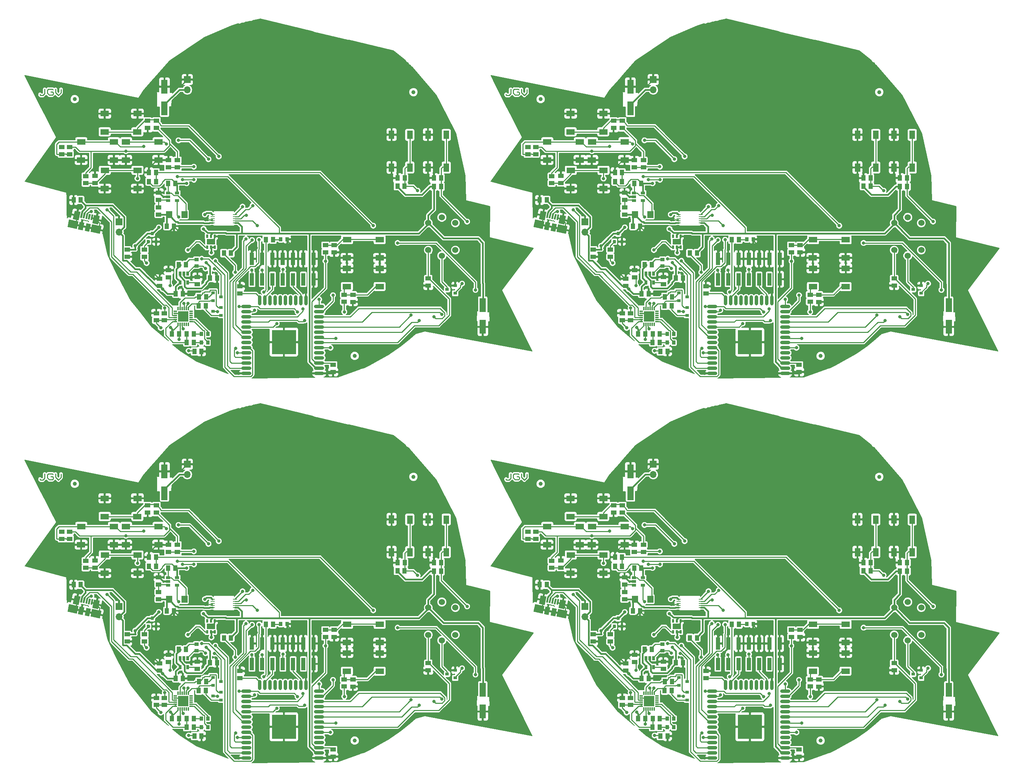
<source format=gbr>
G04 #@! TF.GenerationSoftware,KiCad,Pcbnew,(5.0.0-rc2-100-g6d77e594b)*
G04 #@! TF.CreationDate,2018-09-14T16:14:05+02:00*
G04 #@! TF.ProjectId,BruCON_0x0a,427275434F4E5F307830612E6B696361,rev?*
G04 #@! TF.SameCoordinates,Original*
G04 #@! TF.FileFunction,Copper,L1,Top,Signal*
G04 #@! TF.FilePolarity,Positive*
%FSLAX46Y46*%
G04 Gerber Fmt 4.6, Leading zero omitted, Abs format (unit mm)*
G04 Created by KiCad (PCBNEW (5.0.0-rc2-100-g6d77e594b)) date Fri Sep 14 16:14:05 2018*
%MOMM*%
%LPD*%
G01*
G04 APERTURE LIST*
G04 #@! TA.AperFunction,SMDPad,CuDef*
%ADD10R,1.400000X2.100000*%
G04 #@! TD*
G04 #@! TA.AperFunction,SMDPad,CuDef*
%ADD11R,2.100000X1.400000*%
G04 #@! TD*
G04 #@! TA.AperFunction,SMDPad,CuDef*
%ADD12R,1.400000X1.120000*%
G04 #@! TD*
G04 #@! TA.AperFunction,SMDPad,CuDef*
%ADD13R,1.500000X1.700000*%
G04 #@! TD*
G04 #@! TA.AperFunction,SMDPad,CuDef*
%ADD14R,1.120000X1.400000*%
G04 #@! TD*
G04 #@! TA.AperFunction,SMDPad,CuDef*
%ADD15R,0.650000X1.060000*%
G04 #@! TD*
G04 #@! TA.AperFunction,SMDPad,CuDef*
%ADD16R,1.000000X3.150000*%
G04 #@! TD*
G04 #@! TA.AperFunction,SMDPad,CuDef*
%ADD17R,1.600000X3.500000*%
G04 #@! TD*
G04 #@! TA.AperFunction,SMDPad,CuDef*
%ADD18R,1.000000X0.820000*%
G04 #@! TD*
G04 #@! TA.AperFunction,ComponentPad*
%ADD19O,1.700000X1.700000*%
G04 #@! TD*
G04 #@! TA.AperFunction,ComponentPad*
%ADD20R,1.700000X1.700000*%
G04 #@! TD*
G04 #@! TA.AperFunction,SMDPad,CuDef*
%ADD21C,1.175000*%
G04 #@! TD*
G04 #@! TA.AperFunction,Conductor*
%ADD22C,0.100000*%
G04 #@! TD*
G04 #@! TA.AperFunction,SMDPad,CuDef*
%ADD23C,1.900000*%
G04 #@! TD*
G04 #@! TA.AperFunction,SMDPad,CuDef*
%ADD24C,1.475000*%
G04 #@! TD*
G04 #@! TA.AperFunction,SMDPad,CuDef*
%ADD25C,0.450000*%
G04 #@! TD*
G04 #@! TA.AperFunction,SMDPad,CuDef*
%ADD26R,0.900000X0.800000*%
G04 #@! TD*
G04 #@! TA.AperFunction,BGAPad,CuDef*
%ADD27C,1.000000*%
G04 #@! TD*
G04 #@! TA.AperFunction,SMDPad,CuDef*
%ADD28R,0.500000X0.830000*%
G04 #@! TD*
G04 #@! TA.AperFunction,SMDPad,CuDef*
%ADD29R,2.150000X1.350000*%
G04 #@! TD*
G04 #@! TA.AperFunction,SMDPad,CuDef*
%ADD30R,2.600000X2.600000*%
G04 #@! TD*
G04 #@! TA.AperFunction,SMDPad,CuDef*
%ADD31R,0.300000X0.850000*%
G04 #@! TD*
G04 #@! TA.AperFunction,SMDPad,CuDef*
%ADD32R,0.850000X0.300000*%
G04 #@! TD*
G04 #@! TA.AperFunction,SMDPad,CuDef*
%ADD33R,1.100000X0.250000*%
G04 #@! TD*
G04 #@! TA.AperFunction,SMDPad,CuDef*
%ADD34R,0.820000X1.000000*%
G04 #@! TD*
G04 #@! TA.AperFunction,ComponentPad*
%ADD35C,1.524000*%
G04 #@! TD*
G04 #@! TA.AperFunction,SMDPad,CuDef*
%ADD36R,6.000000X6.000000*%
G04 #@! TD*
G04 #@! TA.AperFunction,SMDPad,CuDef*
%ADD37O,2.500000X0.900000*%
G04 #@! TD*
G04 #@! TA.AperFunction,SMDPad,CuDef*
%ADD38O,0.900000X2.500000*%
G04 #@! TD*
G04 #@! TA.AperFunction,SMDPad,CuDef*
%ADD39R,1.060000X0.650000*%
G04 #@! TD*
G04 #@! TA.AperFunction,SMDPad,CuDef*
%ADD40R,0.800000X0.900000*%
G04 #@! TD*
G04 #@! TA.AperFunction,ViaPad*
%ADD41C,0.800000*%
G04 #@! TD*
G04 #@! TA.AperFunction,Conductor*
%ADD42C,0.250000*%
G04 #@! TD*
G04 #@! TA.AperFunction,Conductor*
%ADD43C,0.400000*%
G04 #@! TD*
G04 #@! TA.AperFunction,Conductor*
%ADD44C,0.200000*%
G04 #@! TD*
G04 APERTURE END LIST*
D10*
G04 #@! TO.P,SW_A1,1*
G04 #@! TO.N,GND*
X212400000Y-142060000D03*
X212400000Y-133960000D03*
G04 #@! TO.P,SW_A1,2*
G04 #@! TO.N,BUTTON_A*
X216900000Y-134010000D03*
X216900000Y-142060000D03*
G04 #@! TD*
G04 #@! TO.P,SW_A1,1*
G04 #@! TO.N,GND*
X97400000Y-142060000D03*
X97400000Y-133960000D03*
G04 #@! TO.P,SW_A1,2*
G04 #@! TO.N,BUTTON_A*
X101900000Y-134010000D03*
X101900000Y-142060000D03*
G04 #@! TD*
G04 #@! TO.P,SW_A1,1*
G04 #@! TO.N,GND*
X212400000Y-47060000D03*
X212400000Y-38960000D03*
G04 #@! TO.P,SW_A1,2*
G04 #@! TO.N,BUTTON_A*
X216900000Y-39010000D03*
X216900000Y-47060000D03*
G04 #@! TD*
D11*
G04 #@! TO.P,SW_DOWN1,1*
G04 #@! TO.N,GND*
X149700000Y-147260000D03*
X141600000Y-147260000D03*
G04 #@! TO.P,SW_DOWN1,2*
G04 #@! TO.N,DIR_DOWN*
X141650000Y-142760000D03*
X149700000Y-142760000D03*
G04 #@! TD*
G04 #@! TO.P,SW_DOWN1,1*
G04 #@! TO.N,GND*
X34700000Y-147260000D03*
X26600000Y-147260000D03*
G04 #@! TO.P,SW_DOWN1,2*
G04 #@! TO.N,DIR_DOWN*
X26650000Y-142760000D03*
X34700000Y-142760000D03*
G04 #@! TD*
G04 #@! TO.P,SW_DOWN1,1*
G04 #@! TO.N,GND*
X149700000Y-52260000D03*
X141600000Y-52260000D03*
G04 #@! TO.P,SW_DOWN1,2*
G04 #@! TO.N,DIR_DOWN*
X141650000Y-47760000D03*
X149700000Y-47760000D03*
G04 #@! TD*
D12*
G04 #@! TO.P,R1,2*
G04 #@! TO.N,CUT3VVBAT*
X151410000Y-162370000D03*
G04 #@! TO.P,R1,1*
G04 #@! TO.N,EN*
X151410000Y-164130000D03*
G04 #@! TD*
G04 #@! TO.P,R1,2*
G04 #@! TO.N,CUT3VVBAT*
X36410000Y-162370000D03*
G04 #@! TO.P,R1,1*
G04 #@! TO.N,EN*
X36410000Y-164130000D03*
G04 #@! TD*
G04 #@! TO.P,R1,2*
G04 #@! TO.N,CUT3VVBAT*
X151410000Y-67370000D03*
G04 #@! TO.P,R1,1*
G04 #@! TO.N,EN*
X151410000Y-69130000D03*
G04 #@! TD*
D13*
G04 #@! TO.P,D2,1*
G04 #@! TO.N,LCD_BACKLIGHT*
X157465000Y-153670000D03*
G04 #@! TO.P,D2,2*
G04 #@! TO.N,Net-(D2-Pad2)*
X161275000Y-153670000D03*
G04 #@! TD*
G04 #@! TO.P,D2,1*
G04 #@! TO.N,LCD_BACKLIGHT*
X42465000Y-153670000D03*
G04 #@! TO.P,D2,2*
G04 #@! TO.N,Net-(D2-Pad2)*
X46275000Y-153670000D03*
G04 #@! TD*
G04 #@! TO.P,D2,1*
G04 #@! TO.N,LCD_BACKLIGHT*
X157465000Y-58670000D03*
G04 #@! TO.P,D2,2*
G04 #@! TO.N,Net-(D2-Pad2)*
X161275000Y-58670000D03*
G04 #@! TD*
D14*
G04 #@! TO.P,M2,1*
G04 #@! TO.N,VBAT*
X159040000Y-145990000D03*
G04 #@! TO.P,M2,2*
G04 #@! TO.N,Net-(D2-Pad2)*
X157280000Y-145990000D03*
G04 #@! TD*
G04 #@! TO.P,M2,1*
G04 #@! TO.N,VBAT*
X44040000Y-145990000D03*
G04 #@! TO.P,M2,2*
G04 #@! TO.N,Net-(D2-Pad2)*
X42280000Y-145990000D03*
G04 #@! TD*
G04 #@! TO.P,M2,1*
G04 #@! TO.N,VBAT*
X159040000Y-50990000D03*
G04 #@! TO.P,M2,2*
G04 #@! TO.N,Net-(D2-Pad2)*
X157280000Y-50990000D03*
G04 #@! TD*
G04 #@! TO.P,R26,1*
G04 #@! TO.N,VBAT*
X152540000Y-145550000D03*
G04 #@! TO.P,R26,2*
G04 #@! TO.N,Net-(R26-Pad2)*
X154300000Y-145550000D03*
G04 #@! TD*
G04 #@! TO.P,R26,1*
G04 #@! TO.N,VBAT*
X37540000Y-145550000D03*
G04 #@! TO.P,R26,2*
G04 #@! TO.N,Net-(R26-Pad2)*
X39300000Y-145550000D03*
G04 #@! TD*
G04 #@! TO.P,R26,1*
G04 #@! TO.N,VBAT*
X152540000Y-50550000D03*
G04 #@! TO.P,R26,2*
G04 #@! TO.N,Net-(R26-Pad2)*
X154300000Y-50550000D03*
G04 #@! TD*
D12*
G04 #@! TO.P,C17,2*
G04 #@! TO.N,GND*
X131040000Y-137020000D03*
G04 #@! TO.P,C17,1*
G04 #@! TO.N,DIR_RIGHT*
X131040000Y-138780000D03*
G04 #@! TD*
G04 #@! TO.P,C17,2*
G04 #@! TO.N,GND*
X16040000Y-137020000D03*
G04 #@! TO.P,C17,1*
G04 #@! TO.N,DIR_RIGHT*
X16040000Y-138780000D03*
G04 #@! TD*
G04 #@! TO.P,C17,2*
G04 #@! TO.N,GND*
X131040000Y-42020000D03*
G04 #@! TO.P,C17,1*
G04 #@! TO.N,DIR_RIGHT*
X131040000Y-43780000D03*
G04 #@! TD*
D14*
G04 #@! TO.P,R14,2*
G04 #@! TO.N,+3.3V*
X172770000Y-163220000D03*
G04 #@! TO.P,R14,1*
G04 #@! TO.N,NCHARGING*
X171010000Y-163220000D03*
G04 #@! TD*
G04 #@! TO.P,R14,2*
G04 #@! TO.N,+3.3V*
X57770000Y-163220000D03*
G04 #@! TO.P,R14,1*
G04 #@! TO.N,NCHARGING*
X56010000Y-163220000D03*
G04 #@! TD*
G04 #@! TO.P,R14,2*
G04 #@! TO.N,+3.3V*
X172770000Y-68220000D03*
G04 #@! TO.P,R14,1*
G04 #@! TO.N,NCHARGING*
X171010000Y-68220000D03*
G04 #@! TD*
D15*
G04 #@! TO.P,U7,5*
G04 #@! TO.N,Net-(R19-Pad1)*
X162080000Y-170440000D03*
G04 #@! TO.P,U7,4*
G04 #@! TO.N,+5VUSB*
X160180000Y-170440000D03*
G04 #@! TO.P,U7,3*
G04 #@! TO.N,VBAT*
X160180000Y-168240000D03*
G04 #@! TO.P,U7,2*
G04 #@! TO.N,GND*
X161130000Y-168240000D03*
G04 #@! TO.P,U7,1*
G04 #@! TO.N,NCHARGING*
X162080000Y-168240000D03*
G04 #@! TD*
G04 #@! TO.P,U7,5*
G04 #@! TO.N,Net-(R19-Pad1)*
X47080000Y-170440000D03*
G04 #@! TO.P,U7,4*
G04 #@! TO.N,+5VUSB*
X45180000Y-170440000D03*
G04 #@! TO.P,U7,3*
G04 #@! TO.N,VBAT*
X45180000Y-168240000D03*
G04 #@! TO.P,U7,2*
G04 #@! TO.N,GND*
X46130000Y-168240000D03*
G04 #@! TO.P,U7,1*
G04 #@! TO.N,NCHARGING*
X47080000Y-168240000D03*
G04 #@! TD*
G04 #@! TO.P,U7,5*
G04 #@! TO.N,Net-(R19-Pad1)*
X162080000Y-75440000D03*
G04 #@! TO.P,U7,4*
G04 #@! TO.N,+5VUSB*
X160180000Y-75440000D03*
G04 #@! TO.P,U7,3*
G04 #@! TO.N,VBAT*
X160180000Y-73240000D03*
G04 #@! TO.P,U7,2*
G04 #@! TO.N,GND*
X161130000Y-73240000D03*
G04 #@! TO.P,U7,1*
G04 #@! TO.N,NCHARGING*
X162080000Y-73240000D03*
G04 #@! TD*
D12*
G04 #@! TO.P,C6,1*
G04 #@! TO.N,GND*
X154330000Y-178040000D03*
G04 #@! TO.P,C6,2*
G04 #@! TO.N,Net-(C6-Pad2)*
X154330000Y-179800000D03*
G04 #@! TD*
G04 #@! TO.P,C6,1*
G04 #@! TO.N,GND*
X39330000Y-178040000D03*
G04 #@! TO.P,C6,2*
G04 #@! TO.N,Net-(C6-Pad2)*
X39330000Y-179800000D03*
G04 #@! TD*
G04 #@! TO.P,C6,1*
G04 #@! TO.N,GND*
X154330000Y-83040000D03*
G04 #@! TO.P,C6,2*
G04 #@! TO.N,Net-(C6-Pad2)*
X154330000Y-84800000D03*
G04 #@! TD*
G04 #@! TO.P,C7,2*
G04 #@! TO.N,Net-(C6-Pad2)*
X157360000Y-169170000D03*
G04 #@! TO.P,C7,1*
G04 #@! TO.N,GND*
X157360000Y-167410000D03*
G04 #@! TD*
G04 #@! TO.P,C7,2*
G04 #@! TO.N,Net-(C6-Pad2)*
X42360000Y-169170000D03*
G04 #@! TO.P,C7,1*
G04 #@! TO.N,GND*
X42360000Y-167410000D03*
G04 #@! TD*
G04 #@! TO.P,C7,2*
G04 #@! TO.N,Net-(C6-Pad2)*
X157360000Y-74170000D03*
G04 #@! TO.P,C7,1*
G04 #@! TO.N,GND*
X157360000Y-72410000D03*
G04 #@! TD*
D11*
G04 #@! TO.P,SW_RESET1,1*
G04 #@! TO.N,GND*
X209470000Y-164380000D03*
X201370000Y-164380000D03*
G04 #@! TO.P,SW_RESET1,2*
G04 #@! TO.N,Net-(C2-Pad1)*
X201420000Y-159880000D03*
X209470000Y-159880000D03*
G04 #@! TD*
G04 #@! TO.P,SW_RESET1,1*
G04 #@! TO.N,GND*
X94470000Y-164380000D03*
X86370000Y-164380000D03*
G04 #@! TO.P,SW_RESET1,2*
G04 #@! TO.N,Net-(C2-Pad1)*
X86420000Y-159880000D03*
X94470000Y-159880000D03*
G04 #@! TD*
G04 #@! TO.P,SW_RESET1,1*
G04 #@! TO.N,GND*
X209470000Y-69380000D03*
X201370000Y-69380000D03*
G04 #@! TO.P,SW_RESET1,2*
G04 #@! TO.N,Net-(C2-Pad1)*
X201420000Y-64880000D03*
X209470000Y-64880000D03*
G04 #@! TD*
D12*
G04 #@! TO.P,C1,1*
G04 #@! TO.N,GND*
X197980000Y-192560000D03*
G04 #@! TO.P,C1,2*
G04 #@! TO.N,EN*
X197980000Y-190800000D03*
G04 #@! TD*
G04 #@! TO.P,C1,1*
G04 #@! TO.N,GND*
X82980000Y-192560000D03*
G04 #@! TO.P,C1,2*
G04 #@! TO.N,EN*
X82980000Y-190800000D03*
G04 #@! TD*
G04 #@! TO.P,C1,1*
G04 #@! TO.N,GND*
X197980000Y-97560000D03*
G04 #@! TO.P,C1,2*
G04 #@! TO.N,EN*
X197980000Y-95800000D03*
G04 #@! TD*
D16*
G04 #@! TO.P,J2,14*
G04 #@! TO.N,GND*
X193170000Y-164615000D03*
G04 #@! TO.P,J2,13*
X193170000Y-169665000D03*
G04 #@! TO.P,J2,12*
X190630000Y-164615000D03*
G04 #@! TO.P,J2,11*
G04 #@! TO.N,Net-(J2-Pad11)*
X190630000Y-169665000D03*
G04 #@! TO.P,J2,10*
G04 #@! TO.N,GND*
X188090000Y-164615000D03*
G04 #@! TO.P,J2,9*
G04 #@! TO.N,Net-(J2-Pad9)*
X188090000Y-169665000D03*
G04 #@! TO.P,J2,8*
G04 #@! TO.N,GND*
X185550000Y-164615000D03*
G04 #@! TO.P,J2,7*
G04 #@! TO.N,Net-(J2-Pad7)*
X185550000Y-169665000D03*
G04 #@! TO.P,J2,6*
G04 #@! TO.N,GND*
X183010000Y-164615000D03*
G04 #@! TO.P,J2,5*
G04 #@! TO.N,Net-(J2-Pad5)*
X183010000Y-169665000D03*
G04 #@! TO.P,J2,4*
G04 #@! TO.N,GND*
X180470000Y-164615000D03*
G04 #@! TO.P,J2,3*
G04 #@! TO.N,Net-(J2-Pad3)*
X180470000Y-169665000D03*
G04 #@! TO.P,J2,2*
G04 #@! TO.N,GND*
X177930000Y-164615000D03*
G04 #@! TO.P,J2,1*
G04 #@! TO.N,EN*
X177930000Y-169665000D03*
G04 #@! TD*
G04 #@! TO.P,J2,14*
G04 #@! TO.N,GND*
X78170000Y-164615000D03*
G04 #@! TO.P,J2,13*
X78170000Y-169665000D03*
G04 #@! TO.P,J2,12*
X75630000Y-164615000D03*
G04 #@! TO.P,J2,11*
G04 #@! TO.N,Net-(J2-Pad11)*
X75630000Y-169665000D03*
G04 #@! TO.P,J2,10*
G04 #@! TO.N,GND*
X73090000Y-164615000D03*
G04 #@! TO.P,J2,9*
G04 #@! TO.N,Net-(J2-Pad9)*
X73090000Y-169665000D03*
G04 #@! TO.P,J2,8*
G04 #@! TO.N,GND*
X70550000Y-164615000D03*
G04 #@! TO.P,J2,7*
G04 #@! TO.N,Net-(J2-Pad7)*
X70550000Y-169665000D03*
G04 #@! TO.P,J2,6*
G04 #@! TO.N,GND*
X68010000Y-164615000D03*
G04 #@! TO.P,J2,5*
G04 #@! TO.N,Net-(J2-Pad5)*
X68010000Y-169665000D03*
G04 #@! TO.P,J2,4*
G04 #@! TO.N,GND*
X65470000Y-164615000D03*
G04 #@! TO.P,J2,3*
G04 #@! TO.N,Net-(J2-Pad3)*
X65470000Y-169665000D03*
G04 #@! TO.P,J2,2*
G04 #@! TO.N,GND*
X62930000Y-164615000D03*
G04 #@! TO.P,J2,1*
G04 #@! TO.N,EN*
X62930000Y-169665000D03*
G04 #@! TD*
G04 #@! TO.P,J2,14*
G04 #@! TO.N,GND*
X193170000Y-69615000D03*
G04 #@! TO.P,J2,13*
X193170000Y-74665000D03*
G04 #@! TO.P,J2,12*
X190630000Y-69615000D03*
G04 #@! TO.P,J2,11*
G04 #@! TO.N,Net-(J2-Pad11)*
X190630000Y-74665000D03*
G04 #@! TO.P,J2,10*
G04 #@! TO.N,GND*
X188090000Y-69615000D03*
G04 #@! TO.P,J2,9*
G04 #@! TO.N,Net-(J2-Pad9)*
X188090000Y-74665000D03*
G04 #@! TO.P,J2,8*
G04 #@! TO.N,GND*
X185550000Y-69615000D03*
G04 #@! TO.P,J2,7*
G04 #@! TO.N,Net-(J2-Pad7)*
X185550000Y-74665000D03*
G04 #@! TO.P,J2,6*
G04 #@! TO.N,GND*
X183010000Y-69615000D03*
G04 #@! TO.P,J2,5*
G04 #@! TO.N,Net-(J2-Pad5)*
X183010000Y-74665000D03*
G04 #@! TO.P,J2,4*
G04 #@! TO.N,GND*
X180470000Y-69615000D03*
G04 #@! TO.P,J2,3*
G04 #@! TO.N,Net-(J2-Pad3)*
X180470000Y-74665000D03*
G04 #@! TO.P,J2,2*
G04 #@! TO.N,GND*
X177930000Y-69615000D03*
G04 #@! TO.P,J2,1*
G04 #@! TO.N,EN*
X177930000Y-74665000D03*
G04 #@! TD*
D14*
G04 #@! TO.P,C4,1*
G04 #@! TO.N,GND*
X160880000Y-173230000D03*
G04 #@! TO.P,C4,2*
G04 #@! TO.N,+5VUSB*
X159120000Y-173230000D03*
G04 #@! TD*
G04 #@! TO.P,C4,1*
G04 #@! TO.N,GND*
X45880000Y-173230000D03*
G04 #@! TO.P,C4,2*
G04 #@! TO.N,+5VUSB*
X44120000Y-173230000D03*
G04 #@! TD*
G04 #@! TO.P,C4,1*
G04 #@! TO.N,GND*
X160880000Y-78230000D03*
G04 #@! TO.P,C4,2*
G04 #@! TO.N,+5VUSB*
X159120000Y-78230000D03*
G04 #@! TD*
D17*
G04 #@! TO.P,CP1,2*
G04 #@! TO.N,GND*
X156360000Y-122090000D03*
G04 #@! TO.P,CP1,1*
G04 #@! TO.N,VBAT*
X156360000Y-127490000D03*
G04 #@! TD*
G04 #@! TO.P,CP1,2*
G04 #@! TO.N,GND*
X41360000Y-122090000D03*
G04 #@! TO.P,CP1,1*
G04 #@! TO.N,VBAT*
X41360000Y-127490000D03*
G04 #@! TD*
G04 #@! TO.P,CP1,2*
G04 #@! TO.N,GND*
X156360000Y-27090000D03*
G04 #@! TO.P,CP1,1*
G04 #@! TO.N,VBAT*
X156360000Y-32490000D03*
G04 #@! TD*
D18*
G04 #@! TO.P,LED3,2*
G04 #@! TO.N,Net-(LED3-Pad2)*
X164250000Y-164770000D03*
G04 #@! TO.P,LED3,1*
G04 #@! TO.N,NCHARGING*
X164250000Y-166370000D03*
G04 #@! TD*
G04 #@! TO.P,LED3,2*
G04 #@! TO.N,Net-(LED3-Pad2)*
X49250000Y-164770000D03*
G04 #@! TO.P,LED3,1*
G04 #@! TO.N,NCHARGING*
X49250000Y-166370000D03*
G04 #@! TD*
G04 #@! TO.P,LED3,2*
G04 #@! TO.N,Net-(LED3-Pad2)*
X164250000Y-69770000D03*
G04 #@! TO.P,LED3,1*
G04 #@! TO.N,NCHARGING*
X164250000Y-71370000D03*
G04 #@! TD*
D12*
G04 #@! TO.P,R20,2*
G04 #@! TO.N,DIR_UP*
X154360000Y-130530000D03*
G04 #@! TO.P,R20,1*
G04 #@! TO.N,+3.3V*
X154360000Y-132290000D03*
G04 #@! TD*
G04 #@! TO.P,R20,2*
G04 #@! TO.N,DIR_UP*
X39360000Y-130530000D03*
G04 #@! TO.P,R20,1*
G04 #@! TO.N,+3.3V*
X39360000Y-132290000D03*
G04 #@! TD*
G04 #@! TO.P,R20,2*
G04 #@! TO.N,DIR_UP*
X154360000Y-35530000D03*
G04 #@! TO.P,R20,1*
G04 #@! TO.N,+3.3V*
X154360000Y-37290000D03*
G04 #@! TD*
G04 #@! TO.P,C11,2*
G04 #@! TO.N,GND*
X147150000Y-164100000D03*
G04 #@! TO.P,C11,1*
G04 #@! TO.N,VBAT*
X147150000Y-162340000D03*
G04 #@! TD*
G04 #@! TO.P,C11,2*
G04 #@! TO.N,GND*
X32150000Y-164100000D03*
G04 #@! TO.P,C11,1*
G04 #@! TO.N,VBAT*
X32150000Y-162340000D03*
G04 #@! TD*
G04 #@! TO.P,C11,2*
G04 #@! TO.N,GND*
X147150000Y-69100000D03*
G04 #@! TO.P,C11,1*
G04 #@! TO.N,VBAT*
X147150000Y-67340000D03*
G04 #@! TD*
D10*
G04 #@! TO.P,SW_B1,1*
G04 #@! TO.N,GND*
X221400000Y-142060000D03*
X221400000Y-133960000D03*
G04 #@! TO.P,SW_B1,2*
G04 #@! TO.N,BUTTON_B*
X225900000Y-134010000D03*
X225900000Y-142060000D03*
G04 #@! TD*
G04 #@! TO.P,SW_B1,1*
G04 #@! TO.N,GND*
X106400000Y-142060000D03*
X106400000Y-133960000D03*
G04 #@! TO.P,SW_B1,2*
G04 #@! TO.N,BUTTON_B*
X110900000Y-134010000D03*
X110900000Y-142060000D03*
G04 #@! TD*
G04 #@! TO.P,SW_B1,1*
G04 #@! TO.N,GND*
X221400000Y-47060000D03*
X221400000Y-38960000D03*
G04 #@! TO.P,SW_B1,2*
G04 #@! TO.N,BUTTON_B*
X225900000Y-39010000D03*
X225900000Y-47060000D03*
G04 #@! TD*
D19*
G04 #@! TO.P,J3,2*
G04 #@! TO.N,+5VUSB*
X145160000Y-158030000D03*
D20*
G04 #@! TO.P,J3,1*
G04 #@! TO.N,GND*
X145160000Y-155490000D03*
G04 #@! TD*
D19*
G04 #@! TO.P,J3,2*
G04 #@! TO.N,+5VUSB*
X30160000Y-158030000D03*
D20*
G04 #@! TO.P,J3,1*
G04 #@! TO.N,GND*
X30160000Y-155490000D03*
G04 #@! TD*
D19*
G04 #@! TO.P,J3,2*
G04 #@! TO.N,+5VUSB*
X145160000Y-63030000D03*
D20*
G04 #@! TO.P,J3,1*
G04 #@! TO.N,GND*
X145160000Y-60490000D03*
G04 #@! TD*
D12*
G04 #@! TO.P,R18,2*
G04 #@! TO.N,GND*
X221450000Y-171210000D03*
G04 #@! TO.P,R18,1*
G04 #@! TO.N,ALC_SENSE*
X221450000Y-169450000D03*
G04 #@! TD*
G04 #@! TO.P,R18,2*
G04 #@! TO.N,GND*
X106450000Y-171210000D03*
G04 #@! TO.P,R18,1*
G04 #@! TO.N,ALC_SENSE*
X106450000Y-169450000D03*
G04 #@! TD*
G04 #@! TO.P,R18,2*
G04 #@! TO.N,GND*
X221450000Y-76210000D03*
G04 #@! TO.P,R18,1*
G04 #@! TO.N,ALC_SENSE*
X221450000Y-74450000D03*
G04 #@! TD*
D21*
G04 #@! TO.P,J4,6*
G04 #@! TO.N,GND*
X137435235Y-156849623D03*
D22*
G04 #@! TD*
G04 #@! TO.N,GND*
G04 #@! TO.C,J4*
G36*
X136663057Y-157656715D02*
X137058089Y-155798235D01*
X138207413Y-156042531D01*
X137812381Y-157901011D01*
X136663057Y-157656715D01*
X136663057Y-157656715D01*
G37*
D21*
G04 #@! TO.P,J4,6*
G04 #@! TO.N,GND*
X135791947Y-156500331D03*
D22*
G04 #@! TD*
G04 #@! TO.N,GND*
G04 #@! TO.C,J4*
G36*
X135019769Y-157307423D02*
X135414801Y-155448943D01*
X136564125Y-155693239D01*
X136169093Y-157551719D01*
X135019769Y-157307423D01*
X135019769Y-157307423D01*
G37*
D23*
G04 #@! TO.P,J4,6*
G04 #@! TO.N,GND*
X139460000Y-157280000D03*
D22*
G04 #@! TD*
G04 #@! TO.N,GND*
G04 #@! TO.C,J4*
G36*
X138100934Y-157962345D02*
X138495966Y-156103865D01*
X140819066Y-156597655D01*
X140424034Y-158456135D01*
X138100934Y-157962345D01*
X138100934Y-157962345D01*
G37*
D23*
G04 #@! TO.P,J4,6*
G04 #@! TO.N,GND*
X133767181Y-156069954D03*
D22*
G04 #@! TD*
G04 #@! TO.N,GND*
G04 #@! TO.C,J4*
G36*
X132408115Y-156752299D02*
X132803147Y-154893819D01*
X135126247Y-155387609D01*
X134731215Y-157246089D01*
X132408115Y-156752299D01*
X132408115Y-156752299D01*
G37*
D24*
G04 #@! TO.P,J4,6*
G04 #@! TO.N,GND*
X139500476Y-154937220D03*
D22*
G04 #@! TD*
G04 #@! TO.N,GND*
G04 #@! TO.C,J4*
G36*
X138560785Y-155810940D02*
X138997399Y-153756830D01*
X140440167Y-154063500D01*
X140003553Y-156117610D01*
X138560785Y-155810940D01*
X138560785Y-155810940D01*
G37*
D24*
G04 #@! TO.P,J4,6*
G04 #@! TO.N,GND*
X134683099Y-153913255D03*
D22*
G04 #@! TD*
G04 #@! TO.N,GND*
G04 #@! TO.C,J4*
G36*
X133743408Y-154786975D02*
X134180022Y-152732865D01*
X135622790Y-153039535D01*
X135186176Y-155093645D01*
X133743408Y-154786975D01*
X133743408Y-154786975D01*
G37*
D25*
G04 #@! TO.P,J4,5*
G04 #@! TO.N,GND*
X138438228Y-154343390D03*
D22*
G04 #@! TD*
G04 #@! TO.N,GND*
G04 #@! TO.C,J4*
G36*
X138074686Y-154971532D02*
X138361604Y-153621688D01*
X138801770Y-153715248D01*
X138514852Y-155065092D01*
X138074686Y-154971532D01*
X138074686Y-154971532D01*
G37*
D25*
G04 #@! TO.P,J4,4*
G04 #@! TO.N,Net-(J4-Pad4)*
X137802432Y-154208247D03*
D22*
G04 #@! TD*
G04 #@! TO.N,Net-(J4-Pad4)*
G04 #@! TO.C,J4*
G36*
X137438890Y-154836389D02*
X137725808Y-153486545D01*
X138165974Y-153580105D01*
X137879056Y-154929949D01*
X137438890Y-154836389D01*
X137438890Y-154836389D01*
G37*
D25*
G04 #@! TO.P,J4,3*
G04 #@! TO.N,D+*
X137166636Y-154073105D03*
D22*
G04 #@! TD*
G04 #@! TO.N,D+*
G04 #@! TO.C,J4*
G36*
X136803094Y-154701247D02*
X137090012Y-153351403D01*
X137530178Y-153444963D01*
X137243260Y-154794807D01*
X136803094Y-154701247D01*
X136803094Y-154701247D01*
G37*
D25*
G04 #@! TO.P,J4,2*
G04 #@! TO.N,D-*
X136530840Y-153937962D03*
D22*
G04 #@! TD*
G04 #@! TO.N,D-*
G04 #@! TO.C,J4*
G36*
X136167298Y-154566104D02*
X136454216Y-153216260D01*
X136894382Y-153309820D01*
X136607464Y-154659664D01*
X136167298Y-154566104D01*
X136167298Y-154566104D01*
G37*
D25*
G04 #@! TO.P,J4,1*
G04 #@! TO.N,+5VUSB*
X135895044Y-153802819D03*
D22*
G04 #@! TD*
G04 #@! TO.N,+5VUSB*
G04 #@! TO.C,J4*
G36*
X135531502Y-154430961D02*
X135818420Y-153081117D01*
X136258586Y-153174677D01*
X135971668Y-154524521D01*
X135531502Y-154430961D01*
X135531502Y-154430961D01*
G37*
D21*
G04 #@! TO.P,J4,6*
G04 #@! TO.N,GND*
X22435235Y-156849623D03*
D22*
G04 #@! TD*
G04 #@! TO.N,GND*
G04 #@! TO.C,J4*
G36*
X21663057Y-157656715D02*
X22058089Y-155798235D01*
X23207413Y-156042531D01*
X22812381Y-157901011D01*
X21663057Y-157656715D01*
X21663057Y-157656715D01*
G37*
D21*
G04 #@! TO.P,J4,6*
G04 #@! TO.N,GND*
X20791947Y-156500331D03*
D22*
G04 #@! TD*
G04 #@! TO.N,GND*
G04 #@! TO.C,J4*
G36*
X20019769Y-157307423D02*
X20414801Y-155448943D01*
X21564125Y-155693239D01*
X21169093Y-157551719D01*
X20019769Y-157307423D01*
X20019769Y-157307423D01*
G37*
D23*
G04 #@! TO.P,J4,6*
G04 #@! TO.N,GND*
X24460000Y-157280000D03*
D22*
G04 #@! TD*
G04 #@! TO.N,GND*
G04 #@! TO.C,J4*
G36*
X23100934Y-157962345D02*
X23495966Y-156103865D01*
X25819066Y-156597655D01*
X25424034Y-158456135D01*
X23100934Y-157962345D01*
X23100934Y-157962345D01*
G37*
D23*
G04 #@! TO.P,J4,6*
G04 #@! TO.N,GND*
X18767181Y-156069954D03*
D22*
G04 #@! TD*
G04 #@! TO.N,GND*
G04 #@! TO.C,J4*
G36*
X17408115Y-156752299D02*
X17803147Y-154893819D01*
X20126247Y-155387609D01*
X19731215Y-157246089D01*
X17408115Y-156752299D01*
X17408115Y-156752299D01*
G37*
D24*
G04 #@! TO.P,J4,6*
G04 #@! TO.N,GND*
X24500476Y-154937220D03*
D22*
G04 #@! TD*
G04 #@! TO.N,GND*
G04 #@! TO.C,J4*
G36*
X23560785Y-155810940D02*
X23997399Y-153756830D01*
X25440167Y-154063500D01*
X25003553Y-156117610D01*
X23560785Y-155810940D01*
X23560785Y-155810940D01*
G37*
D24*
G04 #@! TO.P,J4,6*
G04 #@! TO.N,GND*
X19683099Y-153913255D03*
D22*
G04 #@! TD*
G04 #@! TO.N,GND*
G04 #@! TO.C,J4*
G36*
X18743408Y-154786975D02*
X19180022Y-152732865D01*
X20622790Y-153039535D01*
X20186176Y-155093645D01*
X18743408Y-154786975D01*
X18743408Y-154786975D01*
G37*
D25*
G04 #@! TO.P,J4,5*
G04 #@! TO.N,GND*
X23438228Y-154343390D03*
D22*
G04 #@! TD*
G04 #@! TO.N,GND*
G04 #@! TO.C,J4*
G36*
X23074686Y-154971532D02*
X23361604Y-153621688D01*
X23801770Y-153715248D01*
X23514852Y-155065092D01*
X23074686Y-154971532D01*
X23074686Y-154971532D01*
G37*
D25*
G04 #@! TO.P,J4,4*
G04 #@! TO.N,Net-(J4-Pad4)*
X22802432Y-154208247D03*
D22*
G04 #@! TD*
G04 #@! TO.N,Net-(J4-Pad4)*
G04 #@! TO.C,J4*
G36*
X22438890Y-154836389D02*
X22725808Y-153486545D01*
X23165974Y-153580105D01*
X22879056Y-154929949D01*
X22438890Y-154836389D01*
X22438890Y-154836389D01*
G37*
D25*
G04 #@! TO.P,J4,3*
G04 #@! TO.N,D+*
X22166636Y-154073105D03*
D22*
G04 #@! TD*
G04 #@! TO.N,D+*
G04 #@! TO.C,J4*
G36*
X21803094Y-154701247D02*
X22090012Y-153351403D01*
X22530178Y-153444963D01*
X22243260Y-154794807D01*
X21803094Y-154701247D01*
X21803094Y-154701247D01*
G37*
D25*
G04 #@! TO.P,J4,2*
G04 #@! TO.N,D-*
X21530840Y-153937962D03*
D22*
G04 #@! TD*
G04 #@! TO.N,D-*
G04 #@! TO.C,J4*
G36*
X21167298Y-154566104D02*
X21454216Y-153216260D01*
X21894382Y-153309820D01*
X21607464Y-154659664D01*
X21167298Y-154566104D01*
X21167298Y-154566104D01*
G37*
D25*
G04 #@! TO.P,J4,1*
G04 #@! TO.N,+5VUSB*
X20895044Y-153802819D03*
D22*
G04 #@! TD*
G04 #@! TO.N,+5VUSB*
G04 #@! TO.C,J4*
G36*
X20531502Y-154430961D02*
X20818420Y-153081117D01*
X21258586Y-153174677D01*
X20971668Y-154524521D01*
X20531502Y-154430961D01*
X20531502Y-154430961D01*
G37*
D21*
G04 #@! TO.P,J4,6*
G04 #@! TO.N,GND*
X137435235Y-61849623D03*
D22*
G04 #@! TD*
G04 #@! TO.N,GND*
G04 #@! TO.C,J4*
G36*
X136663057Y-62656715D02*
X137058089Y-60798235D01*
X138207413Y-61042531D01*
X137812381Y-62901011D01*
X136663057Y-62656715D01*
X136663057Y-62656715D01*
G37*
D21*
G04 #@! TO.P,J4,6*
G04 #@! TO.N,GND*
X135791947Y-61500331D03*
D22*
G04 #@! TD*
G04 #@! TO.N,GND*
G04 #@! TO.C,J4*
G36*
X135019769Y-62307423D02*
X135414801Y-60448943D01*
X136564125Y-60693239D01*
X136169093Y-62551719D01*
X135019769Y-62307423D01*
X135019769Y-62307423D01*
G37*
D23*
G04 #@! TO.P,J4,6*
G04 #@! TO.N,GND*
X139460000Y-62280000D03*
D22*
G04 #@! TD*
G04 #@! TO.N,GND*
G04 #@! TO.C,J4*
G36*
X138100934Y-62962345D02*
X138495966Y-61103865D01*
X140819066Y-61597655D01*
X140424034Y-63456135D01*
X138100934Y-62962345D01*
X138100934Y-62962345D01*
G37*
D23*
G04 #@! TO.P,J4,6*
G04 #@! TO.N,GND*
X133767181Y-61069954D03*
D22*
G04 #@! TD*
G04 #@! TO.N,GND*
G04 #@! TO.C,J4*
G36*
X132408115Y-61752299D02*
X132803147Y-59893819D01*
X135126247Y-60387609D01*
X134731215Y-62246089D01*
X132408115Y-61752299D01*
X132408115Y-61752299D01*
G37*
D24*
G04 #@! TO.P,J4,6*
G04 #@! TO.N,GND*
X139500476Y-59937220D03*
D22*
G04 #@! TD*
G04 #@! TO.N,GND*
G04 #@! TO.C,J4*
G36*
X138560785Y-60810940D02*
X138997399Y-58756830D01*
X140440167Y-59063500D01*
X140003553Y-61117610D01*
X138560785Y-60810940D01*
X138560785Y-60810940D01*
G37*
D24*
G04 #@! TO.P,J4,6*
G04 #@! TO.N,GND*
X134683099Y-58913255D03*
D22*
G04 #@! TD*
G04 #@! TO.N,GND*
G04 #@! TO.C,J4*
G36*
X133743408Y-59786975D02*
X134180022Y-57732865D01*
X135622790Y-58039535D01*
X135186176Y-60093645D01*
X133743408Y-59786975D01*
X133743408Y-59786975D01*
G37*
D25*
G04 #@! TO.P,J4,5*
G04 #@! TO.N,GND*
X138438228Y-59343390D03*
D22*
G04 #@! TD*
G04 #@! TO.N,GND*
G04 #@! TO.C,J4*
G36*
X138074686Y-59971532D02*
X138361604Y-58621688D01*
X138801770Y-58715248D01*
X138514852Y-60065092D01*
X138074686Y-59971532D01*
X138074686Y-59971532D01*
G37*
D25*
G04 #@! TO.P,J4,4*
G04 #@! TO.N,Net-(J4-Pad4)*
X137802432Y-59208247D03*
D22*
G04 #@! TD*
G04 #@! TO.N,Net-(J4-Pad4)*
G04 #@! TO.C,J4*
G36*
X137438890Y-59836389D02*
X137725808Y-58486545D01*
X138165974Y-58580105D01*
X137879056Y-59929949D01*
X137438890Y-59836389D01*
X137438890Y-59836389D01*
G37*
D25*
G04 #@! TO.P,J4,3*
G04 #@! TO.N,D+*
X137166636Y-59073105D03*
D22*
G04 #@! TD*
G04 #@! TO.N,D+*
G04 #@! TO.C,J4*
G36*
X136803094Y-59701247D02*
X137090012Y-58351403D01*
X137530178Y-58444963D01*
X137243260Y-59794807D01*
X136803094Y-59701247D01*
X136803094Y-59701247D01*
G37*
D25*
G04 #@! TO.P,J4,2*
G04 #@! TO.N,D-*
X136530840Y-58937962D03*
D22*
G04 #@! TD*
G04 #@! TO.N,D-*
G04 #@! TO.C,J4*
G36*
X136167298Y-59566104D02*
X136454216Y-58216260D01*
X136894382Y-58309820D01*
X136607464Y-59659664D01*
X136167298Y-59566104D01*
X136167298Y-59566104D01*
G37*
D25*
G04 #@! TO.P,J4,1*
G04 #@! TO.N,+5VUSB*
X135895044Y-58802819D03*
D22*
G04 #@! TD*
G04 #@! TO.N,+5VUSB*
G04 #@! TO.C,J4*
G36*
X135531502Y-59430961D02*
X135818420Y-58081117D01*
X136258586Y-58174677D01*
X135971668Y-59524521D01*
X135531502Y-59430961D01*
X135531502Y-59430961D01*
G37*
D26*
G04 #@! TO.P,Q1,3*
G04 #@! TO.N,Net-(Q1-Pad3)*
X226120000Y-172170000D03*
G04 #@! TO.P,Q1,2*
G04 #@! TO.N,GND*
X228120000Y-171220000D03*
G04 #@! TO.P,Q1,1*
G04 #@! TO.N,HEATER*
X228120000Y-173120000D03*
G04 #@! TD*
G04 #@! TO.P,Q1,3*
G04 #@! TO.N,Net-(Q1-Pad3)*
X111120000Y-172170000D03*
G04 #@! TO.P,Q1,2*
G04 #@! TO.N,GND*
X113120000Y-171220000D03*
G04 #@! TO.P,Q1,1*
G04 #@! TO.N,HEATER*
X113120000Y-173120000D03*
G04 #@! TD*
G04 #@! TO.P,Q1,3*
G04 #@! TO.N,Net-(Q1-Pad3)*
X226120000Y-77170000D03*
G04 #@! TO.P,Q1,2*
G04 #@! TO.N,GND*
X228120000Y-76220000D03*
G04 #@! TO.P,Q1,1*
G04 #@! TO.N,HEATER*
X228120000Y-78120000D03*
G04 #@! TD*
D27*
G04 #@! TO.P,REF\002A\002A,~*
G04 #@! TO.N,N/C*
X203300000Y-188600000D03*
G04 #@! TD*
G04 #@! TO.P,REF\002A\002A,~*
G04 #@! TO.N,N/C*
X88300000Y-188600000D03*
G04 #@! TD*
G04 #@! TO.P,REF\002A\002A,~*
G04 #@! TO.N,N/C*
X203300000Y-93600000D03*
G04 #@! TD*
D12*
G04 #@! TO.P,C15,2*
G04 #@! TO.N,GND*
X139200000Y-144130000D03*
G04 #@! TO.P,C15,1*
G04 #@! TO.N,DIR_DOWN*
X139200000Y-145890000D03*
G04 #@! TD*
G04 #@! TO.P,C15,2*
G04 #@! TO.N,GND*
X24200000Y-144130000D03*
G04 #@! TO.P,C15,1*
G04 #@! TO.N,DIR_DOWN*
X24200000Y-145890000D03*
G04 #@! TD*
G04 #@! TO.P,C15,2*
G04 #@! TO.N,GND*
X139200000Y-49130000D03*
G04 #@! TO.P,C15,1*
G04 #@! TO.N,DIR_DOWN*
X139200000Y-50890000D03*
G04 #@! TD*
D11*
G04 #@! TO.P,SW_PROG1,1*
G04 #@! TO.N,GND*
X201400000Y-166960000D03*
X209500000Y-166960000D03*
G04 #@! TO.P,SW_PROG1,2*
G04 #@! TO.N,Net-(C3-Pad1)*
X209450000Y-171460000D03*
X201400000Y-171460000D03*
G04 #@! TD*
G04 #@! TO.P,SW_PROG1,1*
G04 #@! TO.N,GND*
X86400000Y-166960000D03*
X94500000Y-166960000D03*
G04 #@! TO.P,SW_PROG1,2*
G04 #@! TO.N,Net-(C3-Pad1)*
X94450000Y-171460000D03*
X86400000Y-171460000D03*
G04 #@! TD*
G04 #@! TO.P,SW_PROG1,1*
G04 #@! TO.N,GND*
X201400000Y-71960000D03*
X209500000Y-71960000D03*
G04 #@! TO.P,SW_PROG1,2*
G04 #@! TO.N,Net-(C3-Pad1)*
X209450000Y-76460000D03*
X201400000Y-76460000D03*
G04 #@! TD*
D14*
G04 #@! TO.P,R25,1*
G04 #@! TO.N,+3.3V*
X222870000Y-146790000D03*
G04 #@! TO.P,R25,2*
G04 #@! TO.N,BUTTON_B*
X224630000Y-146790000D03*
G04 #@! TD*
G04 #@! TO.P,R25,1*
G04 #@! TO.N,+3.3V*
X107870000Y-146790000D03*
G04 #@! TO.P,R25,2*
G04 #@! TO.N,BUTTON_B*
X109630000Y-146790000D03*
G04 #@! TD*
G04 #@! TO.P,R25,1*
G04 #@! TO.N,+3.3V*
X222870000Y-51790000D03*
G04 #@! TO.P,R25,2*
G04 #@! TO.N,BUTTON_B*
X224630000Y-51790000D03*
G04 #@! TD*
D12*
G04 #@! TO.P,R23,1*
G04 #@! TO.N,+3.3V*
X132980000Y-137000000D03*
G04 #@! TO.P,R23,2*
G04 #@! TO.N,DIR_RIGHT*
X132980000Y-138760000D03*
G04 #@! TD*
G04 #@! TO.P,R23,1*
G04 #@! TO.N,+3.3V*
X17980000Y-137000000D03*
G04 #@! TO.P,R23,2*
G04 #@! TO.N,DIR_RIGHT*
X17980000Y-138760000D03*
G04 #@! TD*
G04 #@! TO.P,R23,1*
G04 #@! TO.N,+3.3V*
X132980000Y-42000000D03*
G04 #@! TO.P,R23,2*
G04 #@! TO.N,DIR_RIGHT*
X132980000Y-43760000D03*
G04 #@! TD*
D14*
G04 #@! TO.P,C9,1*
G04 #@! TO.N,VBAT*
X167580000Y-169350000D03*
G04 #@! TO.P,C9,2*
G04 #@! TO.N,GND*
X169340000Y-169350000D03*
G04 #@! TD*
G04 #@! TO.P,C9,1*
G04 #@! TO.N,VBAT*
X52580000Y-169350000D03*
G04 #@! TO.P,C9,2*
G04 #@! TO.N,GND*
X54340000Y-169350000D03*
G04 #@! TD*
G04 #@! TO.P,C9,1*
G04 #@! TO.N,VBAT*
X167580000Y-74350000D03*
G04 #@! TO.P,C9,2*
G04 #@! TO.N,GND*
X169340000Y-74350000D03*
G04 #@! TD*
D26*
G04 #@! TO.P,Q2,1*
G04 #@! TO.N,Net-(Q2-Pad1)*
X168330000Y-173030000D03*
G04 #@! TO.P,Q2,2*
G04 #@! TO.N,RTS*
X168330000Y-174930000D03*
G04 #@! TO.P,Q2,3*
G04 #@! TO.N,EN*
X170330000Y-173980000D03*
G04 #@! TD*
G04 #@! TO.P,Q2,1*
G04 #@! TO.N,Net-(Q2-Pad1)*
X53330000Y-173030000D03*
G04 #@! TO.P,Q2,2*
G04 #@! TO.N,RTS*
X53330000Y-174930000D03*
G04 #@! TO.P,Q2,3*
G04 #@! TO.N,EN*
X55330000Y-173980000D03*
G04 #@! TD*
G04 #@! TO.P,Q2,1*
G04 #@! TO.N,Net-(Q2-Pad1)*
X168330000Y-78030000D03*
G04 #@! TO.P,Q2,2*
G04 #@! TO.N,RTS*
X168330000Y-79930000D03*
G04 #@! TO.P,Q2,3*
G04 #@! TO.N,EN*
X170330000Y-78980000D03*
G04 #@! TD*
D28*
G04 #@! TO.P,U3,5*
G04 #@! TO.N,+3.3V*
X167810000Y-159060000D03*
G04 #@! TO.P,U3,4*
G04 #@! TO.N,GND*
X168760000Y-159060000D03*
G04 #@! TO.P,U3,6*
G04 #@! TO.N,Net-(U3-Pad6)*
X166860000Y-159060000D03*
G04 #@! TO.P,U3,2*
G04 #@! TO.N,VBAT*
X167810000Y-161760000D03*
G04 #@! TO.P,U3,3*
X168760000Y-161760000D03*
G04 #@! TO.P,U3,1*
G04 #@! TO.N,CUT3VVBAT*
X166860000Y-161760000D03*
D29*
G04 #@! TO.P,U3,PAD*
G04 #@! TO.N,Net-(U3-PadPAD)*
X167810000Y-160410000D03*
G04 #@! TD*
D28*
G04 #@! TO.P,U3,5*
G04 #@! TO.N,+3.3V*
X52810000Y-159060000D03*
G04 #@! TO.P,U3,4*
G04 #@! TO.N,GND*
X53760000Y-159060000D03*
G04 #@! TO.P,U3,6*
G04 #@! TO.N,Net-(U3-Pad6)*
X51860000Y-159060000D03*
G04 #@! TO.P,U3,2*
G04 #@! TO.N,VBAT*
X52810000Y-161760000D03*
G04 #@! TO.P,U3,3*
X53760000Y-161760000D03*
G04 #@! TO.P,U3,1*
G04 #@! TO.N,CUT3VVBAT*
X51860000Y-161760000D03*
D29*
G04 #@! TO.P,U3,PAD*
G04 #@! TO.N,Net-(U3-PadPAD)*
X52810000Y-160410000D03*
G04 #@! TD*
D28*
G04 #@! TO.P,U3,5*
G04 #@! TO.N,+3.3V*
X167810000Y-64060000D03*
G04 #@! TO.P,U3,4*
G04 #@! TO.N,GND*
X168760000Y-64060000D03*
G04 #@! TO.P,U3,6*
G04 #@! TO.N,Net-(U3-Pad6)*
X166860000Y-64060000D03*
G04 #@! TO.P,U3,2*
G04 #@! TO.N,VBAT*
X167810000Y-66760000D03*
G04 #@! TO.P,U3,3*
X168760000Y-66760000D03*
G04 #@! TO.P,U3,1*
G04 #@! TO.N,CUT3VVBAT*
X166860000Y-66760000D03*
D29*
G04 #@! TO.P,U3,PAD*
G04 #@! TO.N,Net-(U3-PadPAD)*
X167810000Y-65410000D03*
G04 #@! TD*
D30*
G04 #@! TO.P,U2,25*
G04 #@! TO.N,GND*
X160970000Y-178840000D03*
D31*
G04 #@! TO.P,U2,24*
G04 #@! TO.N,Net-(U2-Pad24)*
X159720000Y-176890000D03*
G04 #@! TO.P,U2,23*
G04 #@! TO.N,DTR*
X160220000Y-176890000D03*
G04 #@! TO.P,U2,22*
G04 #@! TO.N,Net-(U2-Pad22)*
X160720000Y-176890000D03*
G04 #@! TO.P,U2,21*
G04 #@! TO.N,USBTX*
X161220000Y-176890000D03*
G04 #@! TO.P,U2,20*
G04 #@! TO.N,USBRX*
X161720000Y-176890000D03*
G04 #@! TO.P,U2,19*
G04 #@! TO.N,RTS*
X162220000Y-176890000D03*
D32*
G04 #@! TO.P,U2,18*
G04 #@! TO.N,CTS*
X162920000Y-177590000D03*
G04 #@! TO.P,U2,17*
G04 #@! TO.N,Net-(U2-Pad17)*
X162920000Y-178090000D03*
G04 #@! TO.P,U2,16*
G04 #@! TO.N,Net-(U2-Pad16)*
X162920000Y-178590000D03*
G04 #@! TO.P,U2,15*
G04 #@! TO.N,Net-(U2-Pad15)*
X162920000Y-179090000D03*
G04 #@! TO.P,U2,14*
G04 #@! TO.N,Net-(LED2-Pad1)*
X162920000Y-179590000D03*
G04 #@! TO.P,U2,13*
G04 #@! TO.N,Net-(LED1-Pad1)*
X162920000Y-180090000D03*
D31*
G04 #@! TO.P,U2,12*
G04 #@! TO.N,Net-(U2-Pad12)*
X162220000Y-180790000D03*
G04 #@! TO.P,U2,11*
G04 #@! TO.N,Net-(U2-Pad11)*
X161720000Y-180790000D03*
G04 #@! TO.P,U2,10*
G04 #@! TO.N,Net-(U2-Pad10)*
X161220000Y-180790000D03*
G04 #@! TO.P,U2,9*
G04 #@! TO.N,Net-(R8-Pad2)*
X160720000Y-180790000D03*
G04 #@! TO.P,U2,8*
G04 #@! TO.N,Net-(R6-Pad2)*
X160220000Y-180790000D03*
G04 #@! TO.P,U2,7*
G04 #@! TO.N,+5VUSB*
X159720000Y-180790000D03*
D32*
G04 #@! TO.P,U2,6*
G04 #@! TO.N,Net-(C6-Pad2)*
X159020000Y-180090000D03*
G04 #@! TO.P,U2,5*
X159020000Y-179590000D03*
G04 #@! TO.P,U2,4*
G04 #@! TO.N,D-*
X159020000Y-179090000D03*
G04 #@! TO.P,U2,3*
G04 #@! TO.N,D+*
X159020000Y-178590000D03*
G04 #@! TO.P,U2,2*
G04 #@! TO.N,GND*
X159020000Y-178090000D03*
G04 #@! TO.P,U2,1*
G04 #@! TO.N,Net-(U2-Pad1)*
X159020000Y-177590000D03*
G04 #@! TD*
D30*
G04 #@! TO.P,U2,25*
G04 #@! TO.N,GND*
X45970000Y-178840000D03*
D31*
G04 #@! TO.P,U2,24*
G04 #@! TO.N,Net-(U2-Pad24)*
X44720000Y-176890000D03*
G04 #@! TO.P,U2,23*
G04 #@! TO.N,DTR*
X45220000Y-176890000D03*
G04 #@! TO.P,U2,22*
G04 #@! TO.N,Net-(U2-Pad22)*
X45720000Y-176890000D03*
G04 #@! TO.P,U2,21*
G04 #@! TO.N,USBTX*
X46220000Y-176890000D03*
G04 #@! TO.P,U2,20*
G04 #@! TO.N,USBRX*
X46720000Y-176890000D03*
G04 #@! TO.P,U2,19*
G04 #@! TO.N,RTS*
X47220000Y-176890000D03*
D32*
G04 #@! TO.P,U2,18*
G04 #@! TO.N,CTS*
X47920000Y-177590000D03*
G04 #@! TO.P,U2,17*
G04 #@! TO.N,Net-(U2-Pad17)*
X47920000Y-178090000D03*
G04 #@! TO.P,U2,16*
G04 #@! TO.N,Net-(U2-Pad16)*
X47920000Y-178590000D03*
G04 #@! TO.P,U2,15*
G04 #@! TO.N,Net-(U2-Pad15)*
X47920000Y-179090000D03*
G04 #@! TO.P,U2,14*
G04 #@! TO.N,Net-(LED2-Pad1)*
X47920000Y-179590000D03*
G04 #@! TO.P,U2,13*
G04 #@! TO.N,Net-(LED1-Pad1)*
X47920000Y-180090000D03*
D31*
G04 #@! TO.P,U2,12*
G04 #@! TO.N,Net-(U2-Pad12)*
X47220000Y-180790000D03*
G04 #@! TO.P,U2,11*
G04 #@! TO.N,Net-(U2-Pad11)*
X46720000Y-180790000D03*
G04 #@! TO.P,U2,10*
G04 #@! TO.N,Net-(U2-Pad10)*
X46220000Y-180790000D03*
G04 #@! TO.P,U2,9*
G04 #@! TO.N,Net-(R8-Pad2)*
X45720000Y-180790000D03*
G04 #@! TO.P,U2,8*
G04 #@! TO.N,Net-(R6-Pad2)*
X45220000Y-180790000D03*
G04 #@! TO.P,U2,7*
G04 #@! TO.N,+5VUSB*
X44720000Y-180790000D03*
D32*
G04 #@! TO.P,U2,6*
G04 #@! TO.N,Net-(C6-Pad2)*
X44020000Y-180090000D03*
G04 #@! TO.P,U2,5*
X44020000Y-179590000D03*
G04 #@! TO.P,U2,4*
G04 #@! TO.N,D-*
X44020000Y-179090000D03*
G04 #@! TO.P,U2,3*
G04 #@! TO.N,D+*
X44020000Y-178590000D03*
G04 #@! TO.P,U2,2*
G04 #@! TO.N,GND*
X44020000Y-178090000D03*
G04 #@! TO.P,U2,1*
G04 #@! TO.N,Net-(U2-Pad1)*
X44020000Y-177590000D03*
G04 #@! TD*
D30*
G04 #@! TO.P,U2,25*
G04 #@! TO.N,GND*
X160970000Y-83840000D03*
D31*
G04 #@! TO.P,U2,24*
G04 #@! TO.N,Net-(U2-Pad24)*
X159720000Y-81890000D03*
G04 #@! TO.P,U2,23*
G04 #@! TO.N,DTR*
X160220000Y-81890000D03*
G04 #@! TO.P,U2,22*
G04 #@! TO.N,Net-(U2-Pad22)*
X160720000Y-81890000D03*
G04 #@! TO.P,U2,21*
G04 #@! TO.N,USBTX*
X161220000Y-81890000D03*
G04 #@! TO.P,U2,20*
G04 #@! TO.N,USBRX*
X161720000Y-81890000D03*
G04 #@! TO.P,U2,19*
G04 #@! TO.N,RTS*
X162220000Y-81890000D03*
D32*
G04 #@! TO.P,U2,18*
G04 #@! TO.N,CTS*
X162920000Y-82590000D03*
G04 #@! TO.P,U2,17*
G04 #@! TO.N,Net-(U2-Pad17)*
X162920000Y-83090000D03*
G04 #@! TO.P,U2,16*
G04 #@! TO.N,Net-(U2-Pad16)*
X162920000Y-83590000D03*
G04 #@! TO.P,U2,15*
G04 #@! TO.N,Net-(U2-Pad15)*
X162920000Y-84090000D03*
G04 #@! TO.P,U2,14*
G04 #@! TO.N,Net-(LED2-Pad1)*
X162920000Y-84590000D03*
G04 #@! TO.P,U2,13*
G04 #@! TO.N,Net-(LED1-Pad1)*
X162920000Y-85090000D03*
D31*
G04 #@! TO.P,U2,12*
G04 #@! TO.N,Net-(U2-Pad12)*
X162220000Y-85790000D03*
G04 #@! TO.P,U2,11*
G04 #@! TO.N,Net-(U2-Pad11)*
X161720000Y-85790000D03*
G04 #@! TO.P,U2,10*
G04 #@! TO.N,Net-(U2-Pad10)*
X161220000Y-85790000D03*
G04 #@! TO.P,U2,9*
G04 #@! TO.N,Net-(R8-Pad2)*
X160720000Y-85790000D03*
G04 #@! TO.P,U2,8*
G04 #@! TO.N,Net-(R6-Pad2)*
X160220000Y-85790000D03*
G04 #@! TO.P,U2,7*
G04 #@! TO.N,+5VUSB*
X159720000Y-85790000D03*
D32*
G04 #@! TO.P,U2,6*
G04 #@! TO.N,Net-(C6-Pad2)*
X159020000Y-85090000D03*
G04 #@! TO.P,U2,5*
X159020000Y-84590000D03*
G04 #@! TO.P,U2,4*
G04 #@! TO.N,D-*
X159020000Y-84090000D03*
G04 #@! TO.P,U2,3*
G04 #@! TO.N,D+*
X159020000Y-83590000D03*
G04 #@! TO.P,U2,2*
G04 #@! TO.N,GND*
X159020000Y-83090000D03*
G04 #@! TO.P,U2,1*
G04 #@! TO.N,Net-(U2-Pad1)*
X159020000Y-82590000D03*
G04 #@! TD*
D14*
G04 #@! TO.P,C13,1*
G04 #@! TO.N,LCD_BACKLIGHT*
X156950000Y-156540000D03*
G04 #@! TO.P,C13,2*
G04 #@! TO.N,GND*
X158710000Y-156540000D03*
G04 #@! TD*
G04 #@! TO.P,C13,1*
G04 #@! TO.N,LCD_BACKLIGHT*
X41950000Y-156540000D03*
G04 #@! TO.P,C13,2*
G04 #@! TO.N,GND*
X43710000Y-156540000D03*
G04 #@! TD*
G04 #@! TO.P,C13,1*
G04 #@! TO.N,LCD_BACKLIGHT*
X156950000Y-61540000D03*
G04 #@! TO.P,C13,2*
G04 #@! TO.N,GND*
X158710000Y-61540000D03*
G04 #@! TD*
D26*
G04 #@! TO.P,Q3,3*
G04 #@! TO.N,IO0*
X168310000Y-177600000D03*
G04 #@! TO.P,Q3,2*
G04 #@! TO.N,DTR*
X170310000Y-176650000D03*
G04 #@! TO.P,Q3,1*
G04 #@! TO.N,Net-(Q3-Pad1)*
X170310000Y-178550000D03*
G04 #@! TD*
G04 #@! TO.P,Q3,3*
G04 #@! TO.N,IO0*
X53310000Y-177600000D03*
G04 #@! TO.P,Q3,2*
G04 #@! TO.N,DTR*
X55310000Y-176650000D03*
G04 #@! TO.P,Q3,1*
G04 #@! TO.N,Net-(Q3-Pad1)*
X55310000Y-178550000D03*
G04 #@! TD*
G04 #@! TO.P,Q3,3*
G04 #@! TO.N,IO0*
X168310000Y-82600000D03*
G04 #@! TO.P,Q3,2*
G04 #@! TO.N,DTR*
X170310000Y-81650000D03*
G04 #@! TO.P,Q3,1*
G04 #@! TO.N,Net-(Q3-Pad1)*
X170310000Y-83550000D03*
G04 #@! TD*
D12*
G04 #@! TO.P,R16,1*
G04 #@! TO.N,LCD_BACKLIGHT*
X154900000Y-153690000D03*
G04 #@! TO.P,R16,2*
G04 #@! TO.N,Net-(R16-Pad2)*
X154900000Y-151930000D03*
G04 #@! TD*
G04 #@! TO.P,R16,1*
G04 #@! TO.N,LCD_BACKLIGHT*
X39900000Y-153690000D03*
G04 #@! TO.P,R16,2*
G04 #@! TO.N,Net-(R16-Pad2)*
X39900000Y-151930000D03*
G04 #@! TD*
G04 #@! TO.P,R16,1*
G04 #@! TO.N,LCD_BACKLIGHT*
X154900000Y-58690000D03*
G04 #@! TO.P,R16,2*
G04 #@! TO.N,Net-(R16-Pad2)*
X154900000Y-56930000D03*
G04 #@! TD*
G04 #@! TO.P,R5,2*
G04 #@! TO.N,Net-(C3-Pad1)*
X200710000Y-173470000D03*
G04 #@! TO.P,R5,1*
G04 #@! TO.N,IO0*
X200710000Y-175230000D03*
G04 #@! TD*
G04 #@! TO.P,R5,2*
G04 #@! TO.N,Net-(C3-Pad1)*
X85710000Y-173470000D03*
G04 #@! TO.P,R5,1*
G04 #@! TO.N,IO0*
X85710000Y-175230000D03*
G04 #@! TD*
G04 #@! TO.P,R5,2*
G04 #@! TO.N,Net-(C3-Pad1)*
X200710000Y-78470000D03*
G04 #@! TO.P,R5,1*
G04 #@! TO.N,IO0*
X200710000Y-80230000D03*
G04 #@! TD*
D33*
G04 #@! TO.P,J1,10*
G04 #@! TO.N,+3.3V*
X168220000Y-153690000D03*
G04 #@! TO.P,J1,9*
G04 #@! TO.N,LCD_CS*
X173720000Y-153690000D03*
G04 #@! TO.P,J1,8*
G04 #@! TO.N,Net-(J1-Pad8)*
X168220000Y-154190000D03*
G04 #@! TO.P,J1,7*
G04 #@! TO.N,LCD_SCK*
X173720000Y-154190000D03*
G04 #@! TO.P,J1,6*
G04 #@! TO.N,GND*
X168220000Y-154690000D03*
G04 #@! TO.P,J1,5*
G04 #@! TO.N,Net-(J1-Pad5)*
X173720000Y-154690000D03*
G04 #@! TO.P,J1,4*
G04 #@! TO.N,GND*
X168220000Y-155190000D03*
G04 #@! TO.P,J1,3*
G04 #@! TO.N,LCD_RST*
X173720000Y-155190000D03*
G04 #@! TO.P,J1,2*
G04 #@! TO.N,LCD_BACKLIGHT*
X168220000Y-155690000D03*
G04 #@! TO.P,J1,1*
G04 #@! TO.N,+3.3V*
X173720000Y-155690000D03*
G04 #@! TD*
G04 #@! TO.P,J1,10*
G04 #@! TO.N,+3.3V*
X53220000Y-153690000D03*
G04 #@! TO.P,J1,9*
G04 #@! TO.N,LCD_CS*
X58720000Y-153690000D03*
G04 #@! TO.P,J1,8*
G04 #@! TO.N,Net-(J1-Pad8)*
X53220000Y-154190000D03*
G04 #@! TO.P,J1,7*
G04 #@! TO.N,LCD_SCK*
X58720000Y-154190000D03*
G04 #@! TO.P,J1,6*
G04 #@! TO.N,GND*
X53220000Y-154690000D03*
G04 #@! TO.P,J1,5*
G04 #@! TO.N,Net-(J1-Pad5)*
X58720000Y-154690000D03*
G04 #@! TO.P,J1,4*
G04 #@! TO.N,GND*
X53220000Y-155190000D03*
G04 #@! TO.P,J1,3*
G04 #@! TO.N,LCD_RST*
X58720000Y-155190000D03*
G04 #@! TO.P,J1,2*
G04 #@! TO.N,LCD_BACKLIGHT*
X53220000Y-155690000D03*
G04 #@! TO.P,J1,1*
G04 #@! TO.N,+3.3V*
X58720000Y-155690000D03*
G04 #@! TD*
G04 #@! TO.P,J1,10*
G04 #@! TO.N,+3.3V*
X168220000Y-58690000D03*
G04 #@! TO.P,J1,9*
G04 #@! TO.N,LCD_CS*
X173720000Y-58690000D03*
G04 #@! TO.P,J1,8*
G04 #@! TO.N,Net-(J1-Pad8)*
X168220000Y-59190000D03*
G04 #@! TO.P,J1,7*
G04 #@! TO.N,LCD_SCK*
X173720000Y-59190000D03*
G04 #@! TO.P,J1,6*
G04 #@! TO.N,GND*
X168220000Y-59690000D03*
G04 #@! TO.P,J1,5*
G04 #@! TO.N,Net-(J1-Pad5)*
X173720000Y-59690000D03*
G04 #@! TO.P,J1,4*
G04 #@! TO.N,GND*
X168220000Y-60190000D03*
G04 #@! TO.P,J1,3*
G04 #@! TO.N,LCD_RST*
X173720000Y-60190000D03*
G04 #@! TO.P,J1,2*
G04 #@! TO.N,LCD_BACKLIGHT*
X168220000Y-60690000D03*
G04 #@! TO.P,J1,1*
G04 #@! TO.N,+3.3V*
X173720000Y-60690000D03*
G04 #@! TD*
D12*
G04 #@! TO.P,R21,1*
G04 #@! TO.N,+3.3V*
X136930000Y-144180000D03*
G04 #@! TO.P,R21,2*
G04 #@! TO.N,DIR_DOWN*
X136930000Y-145940000D03*
G04 #@! TD*
G04 #@! TO.P,R21,1*
G04 #@! TO.N,+3.3V*
X21930000Y-144180000D03*
G04 #@! TO.P,R21,2*
G04 #@! TO.N,DIR_DOWN*
X21930000Y-145940000D03*
G04 #@! TD*
G04 #@! TO.P,R21,1*
G04 #@! TO.N,+3.3V*
X136930000Y-49180000D03*
G04 #@! TO.P,R21,2*
G04 #@! TO.N,DIR_DOWN*
X136930000Y-50940000D03*
G04 #@! TD*
G04 #@! TO.P,R8,1*
G04 #@! TO.N,Net-(C6-Pad2)*
X156360000Y-179800000D03*
G04 #@! TO.P,R8,2*
G04 #@! TO.N,Net-(R8-Pad2)*
X156360000Y-178040000D03*
G04 #@! TD*
G04 #@! TO.P,R8,1*
G04 #@! TO.N,Net-(C6-Pad2)*
X41360000Y-179800000D03*
G04 #@! TO.P,R8,2*
G04 #@! TO.N,Net-(R8-Pad2)*
X41360000Y-178040000D03*
G04 #@! TD*
G04 #@! TO.P,R8,1*
G04 #@! TO.N,Net-(C6-Pad2)*
X156360000Y-84800000D03*
G04 #@! TO.P,R8,2*
G04 #@! TO.N,Net-(R8-Pad2)*
X156360000Y-83040000D03*
G04 #@! TD*
D14*
G04 #@! TO.P,R13,1*
G04 #@! TO.N,Net-(LED3-Pad2)*
X161640000Y-166090000D03*
G04 #@! TO.P,R13,2*
G04 #@! TO.N,+5VUSB*
X159880000Y-166090000D03*
G04 #@! TD*
G04 #@! TO.P,R13,1*
G04 #@! TO.N,Net-(LED3-Pad2)*
X46640000Y-166090000D03*
G04 #@! TO.P,R13,2*
G04 #@! TO.N,+5VUSB*
X44880000Y-166090000D03*
G04 #@! TD*
G04 #@! TO.P,R13,1*
G04 #@! TO.N,Net-(LED3-Pad2)*
X161640000Y-71090000D03*
G04 #@! TO.P,R13,2*
G04 #@! TO.N,+5VUSB*
X159880000Y-71090000D03*
G04 #@! TD*
D34*
G04 #@! TO.P,LED2,2*
G04 #@! TO.N,Net-(LED2-Pad2)*
X165480000Y-183160000D03*
G04 #@! TO.P,LED2,1*
G04 #@! TO.N,Net-(LED2-Pad1)*
X167080000Y-183160000D03*
G04 #@! TD*
G04 #@! TO.P,LED2,2*
G04 #@! TO.N,Net-(LED2-Pad2)*
X50480000Y-183160000D03*
G04 #@! TO.P,LED2,1*
G04 #@! TO.N,Net-(LED2-Pad1)*
X52080000Y-183160000D03*
G04 #@! TD*
G04 #@! TO.P,LED2,2*
G04 #@! TO.N,Net-(LED2-Pad2)*
X165480000Y-88160000D03*
G04 #@! TO.P,LED2,1*
G04 #@! TO.N,Net-(LED2-Pad1)*
X167080000Y-88160000D03*
G04 #@! TD*
D12*
G04 #@! TO.P,R3,2*
G04 #@! TO.N,Net-(R3-Pad2)*
X174970000Y-173170000D03*
G04 #@! TO.P,R3,1*
G04 #@! TO.N,GND*
X174970000Y-171410000D03*
G04 #@! TD*
G04 #@! TO.P,R3,2*
G04 #@! TO.N,Net-(R3-Pad2)*
X59970000Y-173170000D03*
G04 #@! TO.P,R3,1*
G04 #@! TO.N,GND*
X59970000Y-171410000D03*
G04 #@! TD*
G04 #@! TO.P,R3,2*
G04 #@! TO.N,Net-(R3-Pad2)*
X174970000Y-78170000D03*
G04 #@! TO.P,R3,1*
G04 #@! TO.N,GND*
X174970000Y-76410000D03*
G04 #@! TD*
D14*
G04 #@! TO.P,R9,1*
G04 #@! TO.N,DTR*
X164850000Y-174000000D03*
G04 #@! TO.P,R9,2*
G04 #@! TO.N,Net-(Q2-Pad1)*
X166610000Y-174000000D03*
G04 #@! TD*
G04 #@! TO.P,R9,1*
G04 #@! TO.N,DTR*
X49850000Y-174000000D03*
G04 #@! TO.P,R9,2*
G04 #@! TO.N,Net-(Q2-Pad1)*
X51610000Y-174000000D03*
G04 #@! TD*
G04 #@! TO.P,R9,1*
G04 #@! TO.N,DTR*
X164850000Y-79000000D03*
G04 #@! TO.P,R9,2*
G04 #@! TO.N,Net-(Q2-Pad1)*
X166610000Y-79000000D03*
G04 #@! TD*
G04 #@! TO.P,R10,2*
G04 #@! TO.N,Net-(Q3-Pad1)*
X166560000Y-176250000D03*
G04 #@! TO.P,R10,1*
G04 #@! TO.N,RTS*
X164800000Y-176250000D03*
G04 #@! TD*
G04 #@! TO.P,R10,2*
G04 #@! TO.N,Net-(Q3-Pad1)*
X51560000Y-176250000D03*
G04 #@! TO.P,R10,1*
G04 #@! TO.N,RTS*
X49800000Y-176250000D03*
G04 #@! TD*
G04 #@! TO.P,R10,2*
G04 #@! TO.N,Net-(Q3-Pad1)*
X166560000Y-81250000D03*
G04 #@! TO.P,R10,1*
G04 #@! TO.N,RTS*
X164800000Y-81250000D03*
G04 #@! TD*
G04 #@! TO.P,R12,2*
G04 #@! TO.N,Net-(LED2-Pad2)*
X163610000Y-183170000D03*
G04 #@! TO.P,R12,1*
G04 #@! TO.N,Net-(C6-Pad2)*
X161850000Y-183170000D03*
G04 #@! TD*
G04 #@! TO.P,R12,2*
G04 #@! TO.N,Net-(LED2-Pad2)*
X48610000Y-183170000D03*
G04 #@! TO.P,R12,1*
G04 #@! TO.N,Net-(C6-Pad2)*
X46850000Y-183170000D03*
G04 #@! TD*
G04 #@! TO.P,R12,2*
G04 #@! TO.N,Net-(LED2-Pad2)*
X163610000Y-88170000D03*
G04 #@! TO.P,R12,1*
G04 #@! TO.N,Net-(C6-Pad2)*
X161850000Y-88170000D03*
G04 #@! TD*
D34*
G04 #@! TO.P,LED1,1*
G04 #@! TO.N,Net-(LED1-Pad1)*
X167050000Y-185300000D03*
G04 #@! TO.P,LED1,2*
G04 #@! TO.N,Net-(LED1-Pad2)*
X165450000Y-185300000D03*
G04 #@! TD*
G04 #@! TO.P,LED1,1*
G04 #@! TO.N,Net-(LED1-Pad1)*
X52050000Y-185300000D03*
G04 #@! TO.P,LED1,2*
G04 #@! TO.N,Net-(LED1-Pad2)*
X50450000Y-185300000D03*
G04 #@! TD*
G04 #@! TO.P,LED1,1*
G04 #@! TO.N,Net-(LED1-Pad1)*
X167050000Y-90300000D03*
G04 #@! TO.P,LED1,2*
G04 #@! TO.N,Net-(LED1-Pad2)*
X165450000Y-90300000D03*
G04 #@! TD*
D27*
G04 #@! TO.P,REF\002A\002A,~*
G04 #@! TO.N,N/C*
X134200000Y-125200000D03*
G04 #@! TD*
G04 #@! TO.P,REF\002A\002A,~*
G04 #@! TO.N,N/C*
X19200000Y-125200000D03*
G04 #@! TD*
G04 #@! TO.P,REF\002A\002A,~*
G04 #@! TO.N,N/C*
X134200000Y-30200000D03*
G04 #@! TD*
D14*
G04 #@! TO.P,R11,1*
G04 #@! TO.N,Net-(C6-Pad2)*
X161820000Y-185260000D03*
G04 #@! TO.P,R11,2*
G04 #@! TO.N,Net-(LED1-Pad2)*
X163580000Y-185260000D03*
G04 #@! TD*
G04 #@! TO.P,R11,1*
G04 #@! TO.N,Net-(C6-Pad2)*
X46820000Y-185260000D03*
G04 #@! TO.P,R11,2*
G04 #@! TO.N,Net-(LED1-Pad2)*
X48580000Y-185260000D03*
G04 #@! TD*
G04 #@! TO.P,R11,1*
G04 #@! TO.N,Net-(C6-Pad2)*
X161820000Y-90260000D03*
G04 #@! TO.P,R11,2*
G04 #@! TO.N,Net-(LED1-Pad2)*
X163580000Y-90260000D03*
G04 #@! TD*
D12*
G04 #@! TO.P,R17,1*
G04 #@! TO.N,Net-(R16-Pad2)*
X154910000Y-150040000D03*
G04 #@! TO.P,R17,2*
G04 #@! TO.N,GND*
X154910000Y-148280000D03*
G04 #@! TD*
G04 #@! TO.P,R17,1*
G04 #@! TO.N,Net-(R16-Pad2)*
X39910000Y-150040000D03*
G04 #@! TO.P,R17,2*
G04 #@! TO.N,GND*
X39910000Y-148280000D03*
G04 #@! TD*
G04 #@! TO.P,R17,1*
G04 #@! TO.N,Net-(R16-Pad2)*
X154910000Y-55040000D03*
G04 #@! TO.P,R17,2*
G04 #@! TO.N,GND*
X154910000Y-53280000D03*
G04 #@! TD*
D14*
G04 #@! TO.P,C10,1*
G04 #@! TO.N,+5VUSB*
X135690000Y-150090000D03*
G04 #@! TO.P,C10,2*
G04 #@! TO.N,GND*
X133930000Y-150090000D03*
G04 #@! TD*
G04 #@! TO.P,C10,1*
G04 #@! TO.N,+5VUSB*
X20690000Y-150090000D03*
G04 #@! TO.P,C10,2*
G04 #@! TO.N,GND*
X18930000Y-150090000D03*
G04 #@! TD*
G04 #@! TO.P,C10,1*
G04 #@! TO.N,+5VUSB*
X135690000Y-55090000D03*
G04 #@! TO.P,C10,2*
G04 #@! TO.N,GND*
X133930000Y-55090000D03*
G04 #@! TD*
D35*
G04 #@! TO.P,U6,HB*
G04 #@! TO.N,Net-(Q1-Pad3)*
X224810000Y-163859800D03*
G04 #@! TO.P,U6,HA*
G04 #@! TO.N,VBAT*
X224810000Y-154360200D03*
G04 #@! TO.P,U6,B2*
G04 #@! TO.N,N/C*
X228157720Y-162457720D03*
G04 #@! TO.P,U6,B1*
G04 #@! TO.N,ALC_SENSE*
X221462280Y-162457720D03*
G04 #@! TO.P,U6,A2*
G04 #@! TO.N,N/C*
X228157720Y-155762280D03*
G04 #@! TO.P,U6,A1*
G04 #@! TO.N,+3.3V*
X221462280Y-155762280D03*
G04 #@! TD*
G04 #@! TO.P,U6,HB*
G04 #@! TO.N,Net-(Q1-Pad3)*
X109810000Y-163859800D03*
G04 #@! TO.P,U6,HA*
G04 #@! TO.N,VBAT*
X109810000Y-154360200D03*
G04 #@! TO.P,U6,B2*
G04 #@! TO.N,N/C*
X113157720Y-162457720D03*
G04 #@! TO.P,U6,B1*
G04 #@! TO.N,ALC_SENSE*
X106462280Y-162457720D03*
G04 #@! TO.P,U6,A2*
G04 #@! TO.N,N/C*
X113157720Y-155762280D03*
G04 #@! TO.P,U6,A1*
G04 #@! TO.N,+3.3V*
X106462280Y-155762280D03*
G04 #@! TD*
G04 #@! TO.P,U6,HB*
G04 #@! TO.N,Net-(Q1-Pad3)*
X224810000Y-68859800D03*
G04 #@! TO.P,U6,HA*
G04 #@! TO.N,VBAT*
X224810000Y-59360200D03*
G04 #@! TO.P,U6,B2*
G04 #@! TO.N,N/C*
X228157720Y-67457720D03*
G04 #@! TO.P,U6,B1*
G04 #@! TO.N,ALC_SENSE*
X221462280Y-67457720D03*
G04 #@! TO.P,U6,A2*
G04 #@! TO.N,N/C*
X228157720Y-60762280D03*
G04 #@! TO.P,U6,A1*
G04 #@! TO.N,+3.3V*
X221462280Y-60762280D03*
G04 #@! TD*
D20*
G04 #@! TO.P,CONN_BATT1,1*
G04 #@! TO.N,GND*
X161990000Y-120350000D03*
D19*
G04 #@! TO.P,CONN_BATT1,2*
G04 #@! TO.N,VBAT*
X161990000Y-122890000D03*
G04 #@! TD*
D20*
G04 #@! TO.P,CONN_BATT1,1*
G04 #@! TO.N,GND*
X46990000Y-120350000D03*
D19*
G04 #@! TO.P,CONN_BATT1,2*
G04 #@! TO.N,VBAT*
X46990000Y-122890000D03*
G04 #@! TD*
D20*
G04 #@! TO.P,CONN_BATT1,1*
G04 #@! TO.N,GND*
X161990000Y-25350000D03*
D19*
G04 #@! TO.P,CONN_BATT1,2*
G04 #@! TO.N,VBAT*
X161990000Y-27890000D03*
G04 #@! TD*
D11*
G04 #@! TO.P,SW_LEFT1,1*
G04 #@! TO.N,GND*
X154910000Y-140220000D03*
X146810000Y-140220000D03*
G04 #@! TO.P,SW_LEFT1,2*
G04 #@! TO.N,DIR_LEFT*
X146860000Y-135720000D03*
X154910000Y-135720000D03*
G04 #@! TD*
G04 #@! TO.P,SW_LEFT1,1*
G04 #@! TO.N,GND*
X39910000Y-140220000D03*
X31810000Y-140220000D03*
G04 #@! TO.P,SW_LEFT1,2*
G04 #@! TO.N,DIR_LEFT*
X31860000Y-135720000D03*
X39910000Y-135720000D03*
G04 #@! TD*
G04 #@! TO.P,SW_LEFT1,1*
G04 #@! TO.N,GND*
X154910000Y-45220000D03*
X146810000Y-45220000D03*
G04 #@! TO.P,SW_LEFT1,2*
G04 #@! TO.N,DIR_LEFT*
X146860000Y-40720000D03*
X154910000Y-40720000D03*
G04 #@! TD*
D34*
G04 #@! TO.P,LED4,2*
G04 #@! TO.N,Net-(LED4-Pad2)*
X185060000Y-159790000D03*
G04 #@! TO.P,LED4,1*
G04 #@! TO.N,GND*
X186660000Y-159790000D03*
G04 #@! TD*
G04 #@! TO.P,LED4,2*
G04 #@! TO.N,Net-(LED4-Pad2)*
X70060000Y-159790000D03*
G04 #@! TO.P,LED4,1*
G04 #@! TO.N,GND*
X71660000Y-159790000D03*
G04 #@! TD*
G04 #@! TO.P,LED4,2*
G04 #@! TO.N,Net-(LED4-Pad2)*
X185060000Y-64790000D03*
G04 #@! TO.P,LED4,1*
G04 #@! TO.N,GND*
X186660000Y-64790000D03*
G04 #@! TD*
D14*
G04 #@! TO.P,R6,2*
G04 #@! TO.N,Net-(R6-Pad2)*
X159980000Y-183180000D03*
G04 #@! TO.P,R6,1*
G04 #@! TO.N,+5VUSB*
X158220000Y-183180000D03*
G04 #@! TD*
G04 #@! TO.P,R6,2*
G04 #@! TO.N,Net-(R6-Pad2)*
X44980000Y-183180000D03*
G04 #@! TO.P,R6,1*
G04 #@! TO.N,+5VUSB*
X43220000Y-183180000D03*
G04 #@! TD*
G04 #@! TO.P,R6,2*
G04 #@! TO.N,Net-(R6-Pad2)*
X159980000Y-88180000D03*
G04 #@! TO.P,R6,1*
G04 #@! TO.N,+5VUSB*
X158220000Y-88180000D03*
G04 #@! TD*
D12*
G04 #@! TO.P,R19,1*
G04 #@! TO.N,Net-(R19-Pad1)*
X164480000Y-170880000D03*
G04 #@! TO.P,R19,2*
G04 #@! TO.N,GND*
X164480000Y-169120000D03*
G04 #@! TD*
G04 #@! TO.P,R19,1*
G04 #@! TO.N,Net-(R19-Pad1)*
X49480000Y-170880000D03*
G04 #@! TO.P,R19,2*
G04 #@! TO.N,GND*
X49480000Y-169120000D03*
G04 #@! TD*
G04 #@! TO.P,R19,1*
G04 #@! TO.N,Net-(R19-Pad1)*
X164480000Y-75880000D03*
G04 #@! TO.P,R19,2*
G04 #@! TO.N,GND*
X164480000Y-74120000D03*
G04 #@! TD*
D14*
G04 #@! TO.P,R7,1*
G04 #@! TO.N,Net-(R6-Pad2)*
X163740000Y-187480000D03*
G04 #@! TO.P,R7,2*
G04 #@! TO.N,GND*
X165500000Y-187480000D03*
G04 #@! TD*
G04 #@! TO.P,R7,1*
G04 #@! TO.N,Net-(R6-Pad2)*
X48740000Y-187480000D03*
G04 #@! TO.P,R7,2*
G04 #@! TO.N,GND*
X50500000Y-187480000D03*
G04 #@! TD*
G04 #@! TO.P,R7,1*
G04 #@! TO.N,Net-(R6-Pad2)*
X163740000Y-92480000D03*
G04 #@! TO.P,R7,2*
G04 #@! TO.N,GND*
X165500000Y-92480000D03*
G04 #@! TD*
D12*
G04 #@! TO.P,R22,2*
G04 #@! TO.N,DIR_LEFT*
X159570000Y-142030000D03*
G04 #@! TO.P,R22,1*
G04 #@! TO.N,+3.3V*
X159570000Y-140270000D03*
G04 #@! TD*
G04 #@! TO.P,R22,2*
G04 #@! TO.N,DIR_LEFT*
X44570000Y-142030000D03*
G04 #@! TO.P,R22,1*
G04 #@! TO.N,+3.3V*
X44570000Y-140270000D03*
G04 #@! TD*
G04 #@! TO.P,R22,2*
G04 #@! TO.N,DIR_LEFT*
X159570000Y-47030000D03*
G04 #@! TO.P,R22,1*
G04 #@! TO.N,+3.3V*
X159570000Y-45270000D03*
G04 #@! TD*
D36*
G04 #@! TO.P,U1,39*
G04 #@! TO.N,GND*
X185840000Y-185190000D03*
D37*
G04 #@! TO.P,U1,1*
X194540000Y-192890000D03*
G04 #@! TO.P,U1,2*
G04 #@! TO.N,+3.3V*
X194540000Y-191620000D03*
G04 #@! TO.P,U1,3*
G04 #@! TO.N,EN*
X194540000Y-190350000D03*
G04 #@! TO.P,U1,4*
G04 #@! TO.N,Net-(U1-Pad4)*
X194540000Y-189080000D03*
G04 #@! TO.P,U1,5*
G04 #@! TO.N,Net-(U1-Pad5)*
X194540000Y-187810000D03*
G04 #@! TO.P,U1,6*
G04 #@! TO.N,NCHARGING*
X194540000Y-186540000D03*
G04 #@! TO.P,U1,7*
G04 #@! TO.N,ALC_SENSE*
X194540000Y-185270000D03*
G04 #@! TO.P,U1,8*
G04 #@! TO.N,Net-(R26-Pad2)*
X194540000Y-184000000D03*
G04 #@! TO.P,U1,9*
G04 #@! TO.N,DIR_LEFT*
X194540000Y-182730000D03*
G04 #@! TO.P,U1,10*
G04 #@! TO.N,DIR_DOWN*
X194540000Y-181460000D03*
G04 #@! TO.P,U1,11*
G04 #@! TO.N,DIR_RIGHT*
X194540000Y-180190000D03*
G04 #@! TO.P,U1,12*
G04 #@! TO.N,DIR_UP*
X194540000Y-178920000D03*
G04 #@! TO.P,U1,13*
G04 #@! TO.N,Net-(J2-Pad3)*
X194540000Y-177650000D03*
G04 #@! TO.P,U1,14*
G04 #@! TO.N,Net-(J2-Pad7)*
X194540000Y-176380000D03*
D38*
G04 #@! TO.P,U1,15*
G04 #@! TO.N,GND*
X191255000Y-174890000D03*
G04 #@! TO.P,U1,16*
G04 #@! TO.N,Net-(J2-Pad9)*
X189985000Y-174890000D03*
G04 #@! TO.P,U1,17*
G04 #@! TO.N,Net-(U1-Pad17)*
X188715000Y-174890000D03*
G04 #@! TO.P,U1,18*
G04 #@! TO.N,Net-(U1-Pad18)*
X187445000Y-174890000D03*
G04 #@! TO.P,U1,19*
G04 #@! TO.N,Net-(U1-Pad19)*
X186175000Y-174890000D03*
G04 #@! TO.P,U1,20*
G04 #@! TO.N,Net-(U1-Pad20)*
X184905000Y-174890000D03*
G04 #@! TO.P,U1,21*
G04 #@! TO.N,Net-(U1-Pad21)*
X183635000Y-174890000D03*
G04 #@! TO.P,U1,22*
G04 #@! TO.N,Net-(U1-Pad22)*
X182365000Y-174890000D03*
G04 #@! TO.P,U1,23*
G04 #@! TO.N,Net-(J2-Pad5)*
X181095000Y-174890000D03*
G04 #@! TO.P,U1,24*
G04 #@! TO.N,Net-(R3-Pad2)*
X179825000Y-174890000D03*
D37*
G04 #@! TO.P,U1,25*
G04 #@! TO.N,IO0*
X176540000Y-176380000D03*
G04 #@! TO.P,U1,26*
G04 #@! TO.N,HEATER*
X176540000Y-177650000D03*
G04 #@! TO.P,U1,27*
G04 #@! TO.N,BUTTON_A*
X176540000Y-178920000D03*
G04 #@! TO.P,U1,28*
G04 #@! TO.N,BUTTON_B*
X176540000Y-180190000D03*
G04 #@! TO.P,U1,29*
G04 #@! TO.N,Net-(R2-Pad1)*
X176540000Y-181460000D03*
G04 #@! TO.P,U1,30*
G04 #@! TO.N,LCD_RST*
X176540000Y-182730000D03*
G04 #@! TO.P,U1,31*
G04 #@! TO.N,LCD_SCK*
X176540000Y-184000000D03*
G04 #@! TO.P,U1,32*
G04 #@! TO.N,Net-(U1-Pad32)*
X176540000Y-185270000D03*
G04 #@! TO.P,U1,33*
G04 #@! TO.N,EN_BACKLIGHT*
X176540000Y-186540000D03*
G04 #@! TO.P,U1,34*
G04 #@! TO.N,USBTX*
X176540000Y-187810000D03*
G04 #@! TO.P,U1,35*
G04 #@! TO.N,USBRX*
X176540000Y-189080000D03*
G04 #@! TO.P,U1,36*
G04 #@! TO.N,LCD_CS*
X176540000Y-190350000D03*
G04 #@! TO.P,U1,37*
G04 #@! TO.N,LCD_DIO*
X176540000Y-191620000D03*
G04 #@! TO.P,U1,38*
G04 #@! TO.N,GND*
X176540000Y-192890000D03*
G04 #@! TD*
D36*
G04 #@! TO.P,U1,39*
G04 #@! TO.N,GND*
X70840000Y-185190000D03*
D37*
G04 #@! TO.P,U1,1*
X79540000Y-192890000D03*
G04 #@! TO.P,U1,2*
G04 #@! TO.N,+3.3V*
X79540000Y-191620000D03*
G04 #@! TO.P,U1,3*
G04 #@! TO.N,EN*
X79540000Y-190350000D03*
G04 #@! TO.P,U1,4*
G04 #@! TO.N,Net-(U1-Pad4)*
X79540000Y-189080000D03*
G04 #@! TO.P,U1,5*
G04 #@! TO.N,Net-(U1-Pad5)*
X79540000Y-187810000D03*
G04 #@! TO.P,U1,6*
G04 #@! TO.N,NCHARGING*
X79540000Y-186540000D03*
G04 #@! TO.P,U1,7*
G04 #@! TO.N,ALC_SENSE*
X79540000Y-185270000D03*
G04 #@! TO.P,U1,8*
G04 #@! TO.N,Net-(R26-Pad2)*
X79540000Y-184000000D03*
G04 #@! TO.P,U1,9*
G04 #@! TO.N,DIR_LEFT*
X79540000Y-182730000D03*
G04 #@! TO.P,U1,10*
G04 #@! TO.N,DIR_DOWN*
X79540000Y-181460000D03*
G04 #@! TO.P,U1,11*
G04 #@! TO.N,DIR_RIGHT*
X79540000Y-180190000D03*
G04 #@! TO.P,U1,12*
G04 #@! TO.N,DIR_UP*
X79540000Y-178920000D03*
G04 #@! TO.P,U1,13*
G04 #@! TO.N,Net-(J2-Pad3)*
X79540000Y-177650000D03*
G04 #@! TO.P,U1,14*
G04 #@! TO.N,Net-(J2-Pad7)*
X79540000Y-176380000D03*
D38*
G04 #@! TO.P,U1,15*
G04 #@! TO.N,GND*
X76255000Y-174890000D03*
G04 #@! TO.P,U1,16*
G04 #@! TO.N,Net-(J2-Pad9)*
X74985000Y-174890000D03*
G04 #@! TO.P,U1,17*
G04 #@! TO.N,Net-(U1-Pad17)*
X73715000Y-174890000D03*
G04 #@! TO.P,U1,18*
G04 #@! TO.N,Net-(U1-Pad18)*
X72445000Y-174890000D03*
G04 #@! TO.P,U1,19*
G04 #@! TO.N,Net-(U1-Pad19)*
X71175000Y-174890000D03*
G04 #@! TO.P,U1,20*
G04 #@! TO.N,Net-(U1-Pad20)*
X69905000Y-174890000D03*
G04 #@! TO.P,U1,21*
G04 #@! TO.N,Net-(U1-Pad21)*
X68635000Y-174890000D03*
G04 #@! TO.P,U1,22*
G04 #@! TO.N,Net-(U1-Pad22)*
X67365000Y-174890000D03*
G04 #@! TO.P,U1,23*
G04 #@! TO.N,Net-(J2-Pad5)*
X66095000Y-174890000D03*
G04 #@! TO.P,U1,24*
G04 #@! TO.N,Net-(R3-Pad2)*
X64825000Y-174890000D03*
D37*
G04 #@! TO.P,U1,25*
G04 #@! TO.N,IO0*
X61540000Y-176380000D03*
G04 #@! TO.P,U1,26*
G04 #@! TO.N,HEATER*
X61540000Y-177650000D03*
G04 #@! TO.P,U1,27*
G04 #@! TO.N,BUTTON_A*
X61540000Y-178920000D03*
G04 #@! TO.P,U1,28*
G04 #@! TO.N,BUTTON_B*
X61540000Y-180190000D03*
G04 #@! TO.P,U1,29*
G04 #@! TO.N,Net-(R2-Pad1)*
X61540000Y-181460000D03*
G04 #@! TO.P,U1,30*
G04 #@! TO.N,LCD_RST*
X61540000Y-182730000D03*
G04 #@! TO.P,U1,31*
G04 #@! TO.N,LCD_SCK*
X61540000Y-184000000D03*
G04 #@! TO.P,U1,32*
G04 #@! TO.N,Net-(U1-Pad32)*
X61540000Y-185270000D03*
G04 #@! TO.P,U1,33*
G04 #@! TO.N,EN_BACKLIGHT*
X61540000Y-186540000D03*
G04 #@! TO.P,U1,34*
G04 #@! TO.N,USBTX*
X61540000Y-187810000D03*
G04 #@! TO.P,U1,35*
G04 #@! TO.N,USBRX*
X61540000Y-189080000D03*
G04 #@! TO.P,U1,36*
G04 #@! TO.N,LCD_CS*
X61540000Y-190350000D03*
G04 #@! TO.P,U1,37*
G04 #@! TO.N,LCD_DIO*
X61540000Y-191620000D03*
G04 #@! TO.P,U1,38*
G04 #@! TO.N,GND*
X61540000Y-192890000D03*
G04 #@! TD*
D36*
G04 #@! TO.P,U1,39*
G04 #@! TO.N,GND*
X185840000Y-90190000D03*
D37*
G04 #@! TO.P,U1,1*
X194540000Y-97890000D03*
G04 #@! TO.P,U1,2*
G04 #@! TO.N,+3.3V*
X194540000Y-96620000D03*
G04 #@! TO.P,U1,3*
G04 #@! TO.N,EN*
X194540000Y-95350000D03*
G04 #@! TO.P,U1,4*
G04 #@! TO.N,Net-(U1-Pad4)*
X194540000Y-94080000D03*
G04 #@! TO.P,U1,5*
G04 #@! TO.N,Net-(U1-Pad5)*
X194540000Y-92810000D03*
G04 #@! TO.P,U1,6*
G04 #@! TO.N,NCHARGING*
X194540000Y-91540000D03*
G04 #@! TO.P,U1,7*
G04 #@! TO.N,ALC_SENSE*
X194540000Y-90270000D03*
G04 #@! TO.P,U1,8*
G04 #@! TO.N,Net-(R26-Pad2)*
X194540000Y-89000000D03*
G04 #@! TO.P,U1,9*
G04 #@! TO.N,DIR_LEFT*
X194540000Y-87730000D03*
G04 #@! TO.P,U1,10*
G04 #@! TO.N,DIR_DOWN*
X194540000Y-86460000D03*
G04 #@! TO.P,U1,11*
G04 #@! TO.N,DIR_RIGHT*
X194540000Y-85190000D03*
G04 #@! TO.P,U1,12*
G04 #@! TO.N,DIR_UP*
X194540000Y-83920000D03*
G04 #@! TO.P,U1,13*
G04 #@! TO.N,Net-(J2-Pad3)*
X194540000Y-82650000D03*
G04 #@! TO.P,U1,14*
G04 #@! TO.N,Net-(J2-Pad7)*
X194540000Y-81380000D03*
D38*
G04 #@! TO.P,U1,15*
G04 #@! TO.N,GND*
X191255000Y-79890000D03*
G04 #@! TO.P,U1,16*
G04 #@! TO.N,Net-(J2-Pad9)*
X189985000Y-79890000D03*
G04 #@! TO.P,U1,17*
G04 #@! TO.N,Net-(U1-Pad17)*
X188715000Y-79890000D03*
G04 #@! TO.P,U1,18*
G04 #@! TO.N,Net-(U1-Pad18)*
X187445000Y-79890000D03*
G04 #@! TO.P,U1,19*
G04 #@! TO.N,Net-(U1-Pad19)*
X186175000Y-79890000D03*
G04 #@! TO.P,U1,20*
G04 #@! TO.N,Net-(U1-Pad20)*
X184905000Y-79890000D03*
G04 #@! TO.P,U1,21*
G04 #@! TO.N,Net-(U1-Pad21)*
X183635000Y-79890000D03*
G04 #@! TO.P,U1,22*
G04 #@! TO.N,Net-(U1-Pad22)*
X182365000Y-79890000D03*
G04 #@! TO.P,U1,23*
G04 #@! TO.N,Net-(J2-Pad5)*
X181095000Y-79890000D03*
G04 #@! TO.P,U1,24*
G04 #@! TO.N,Net-(R3-Pad2)*
X179825000Y-79890000D03*
D37*
G04 #@! TO.P,U1,25*
G04 #@! TO.N,IO0*
X176540000Y-81380000D03*
G04 #@! TO.P,U1,26*
G04 #@! TO.N,HEATER*
X176540000Y-82650000D03*
G04 #@! TO.P,U1,27*
G04 #@! TO.N,BUTTON_A*
X176540000Y-83920000D03*
G04 #@! TO.P,U1,28*
G04 #@! TO.N,BUTTON_B*
X176540000Y-85190000D03*
G04 #@! TO.P,U1,29*
G04 #@! TO.N,Net-(R2-Pad1)*
X176540000Y-86460000D03*
G04 #@! TO.P,U1,30*
G04 #@! TO.N,LCD_RST*
X176540000Y-87730000D03*
G04 #@! TO.P,U1,31*
G04 #@! TO.N,LCD_SCK*
X176540000Y-89000000D03*
G04 #@! TO.P,U1,32*
G04 #@! TO.N,Net-(U1-Pad32)*
X176540000Y-90270000D03*
G04 #@! TO.P,U1,33*
G04 #@! TO.N,EN_BACKLIGHT*
X176540000Y-91540000D03*
G04 #@! TO.P,U1,34*
G04 #@! TO.N,USBTX*
X176540000Y-92810000D03*
G04 #@! TO.P,U1,35*
G04 #@! TO.N,USBRX*
X176540000Y-94080000D03*
G04 #@! TO.P,U1,36*
G04 #@! TO.N,LCD_CS*
X176540000Y-95350000D03*
G04 #@! TO.P,U1,37*
G04 #@! TO.N,LCD_DIO*
X176540000Y-96620000D03*
G04 #@! TO.P,U1,38*
G04 #@! TO.N,GND*
X176540000Y-97890000D03*
G04 #@! TD*
D12*
G04 #@! TO.P,C5,2*
G04 #@! TO.N,+5VUSB*
X155170000Y-171290000D03*
G04 #@! TO.P,C5,1*
G04 #@! TO.N,GND*
X155170000Y-169530000D03*
G04 #@! TD*
G04 #@! TO.P,C5,2*
G04 #@! TO.N,+5VUSB*
X40170000Y-171290000D03*
G04 #@! TO.P,C5,1*
G04 #@! TO.N,GND*
X40170000Y-169530000D03*
G04 #@! TD*
G04 #@! TO.P,C5,2*
G04 #@! TO.N,+5VUSB*
X155170000Y-76290000D03*
G04 #@! TO.P,C5,1*
G04 #@! TO.N,GND*
X155170000Y-74530000D03*
G04 #@! TD*
D11*
G04 #@! TO.P,SW_RIGHT1,1*
G04 #@! TO.N,GND*
X143880000Y-140220000D03*
X135780000Y-140220000D03*
G04 #@! TO.P,SW_RIGHT1,2*
G04 #@! TO.N,DIR_RIGHT*
X135830000Y-135720000D03*
X143880000Y-135720000D03*
G04 #@! TD*
G04 #@! TO.P,SW_RIGHT1,1*
G04 #@! TO.N,GND*
X28880000Y-140220000D03*
X20780000Y-140220000D03*
G04 #@! TO.P,SW_RIGHT1,2*
G04 #@! TO.N,DIR_RIGHT*
X20830000Y-135720000D03*
X28880000Y-135720000D03*
G04 #@! TD*
G04 #@! TO.P,SW_RIGHT1,1*
G04 #@! TO.N,GND*
X143880000Y-45220000D03*
X135780000Y-45220000D03*
G04 #@! TO.P,SW_RIGHT1,2*
G04 #@! TO.N,DIR_RIGHT*
X135830000Y-40720000D03*
X143880000Y-40720000D03*
G04 #@! TD*
D17*
G04 #@! TO.P,CP2,1*
G04 #@! TO.N,+3.3V*
X234910000Y-176010000D03*
G04 #@! TO.P,CP2,2*
G04 #@! TO.N,GND*
X234910000Y-181410000D03*
G04 #@! TD*
G04 #@! TO.P,CP2,1*
G04 #@! TO.N,+3.3V*
X119910000Y-176010000D03*
G04 #@! TO.P,CP2,2*
G04 #@! TO.N,GND*
X119910000Y-181410000D03*
G04 #@! TD*
G04 #@! TO.P,CP2,1*
G04 #@! TO.N,+3.3V*
X234910000Y-81010000D03*
G04 #@! TO.P,CP2,2*
G04 #@! TO.N,GND*
X234910000Y-86410000D03*
G04 #@! TD*
D14*
G04 #@! TO.P,R24,2*
G04 #@! TO.N,BUTTON_A*
X215610000Y-146680000D03*
G04 #@! TO.P,R24,1*
G04 #@! TO.N,+3.3V*
X213850000Y-146680000D03*
G04 #@! TD*
G04 #@! TO.P,R24,2*
G04 #@! TO.N,BUTTON_A*
X100610000Y-146680000D03*
G04 #@! TO.P,R24,1*
G04 #@! TO.N,+3.3V*
X98850000Y-146680000D03*
G04 #@! TD*
G04 #@! TO.P,R24,2*
G04 #@! TO.N,BUTTON_A*
X215610000Y-51680000D03*
G04 #@! TO.P,R24,1*
G04 #@! TO.N,+3.3V*
X213850000Y-51680000D03*
G04 #@! TD*
D12*
G04 #@! TO.P,C3,2*
G04 #@! TO.N,GND*
X202850000Y-175250000D03*
G04 #@! TO.P,C3,1*
G04 #@! TO.N,Net-(C3-Pad1)*
X202850000Y-173490000D03*
G04 #@! TD*
G04 #@! TO.P,C3,2*
G04 #@! TO.N,GND*
X87850000Y-175250000D03*
G04 #@! TO.P,C3,1*
G04 #@! TO.N,Net-(C3-Pad1)*
X87850000Y-173490000D03*
G04 #@! TD*
G04 #@! TO.P,C3,2*
G04 #@! TO.N,GND*
X202850000Y-80250000D03*
G04 #@! TO.P,C3,1*
G04 #@! TO.N,Net-(C3-Pad1)*
X202850000Y-78490000D03*
G04 #@! TD*
D14*
G04 #@! TO.P,C19,2*
G04 #@! TO.N,GND*
X222880000Y-144660000D03*
G04 #@! TO.P,C19,1*
G04 #@! TO.N,BUTTON_B*
X224640000Y-144660000D03*
G04 #@! TD*
G04 #@! TO.P,C19,2*
G04 #@! TO.N,GND*
X107880000Y-144660000D03*
G04 #@! TO.P,C19,1*
G04 #@! TO.N,BUTTON_B*
X109640000Y-144660000D03*
G04 #@! TD*
G04 #@! TO.P,C19,2*
G04 #@! TO.N,GND*
X222880000Y-49660000D03*
G04 #@! TO.P,C19,1*
G04 #@! TO.N,BUTTON_B*
X224640000Y-49660000D03*
G04 #@! TD*
D11*
G04 #@! TO.P,SW_UP1,1*
G04 #@! TO.N,GND*
X141600000Y-128760000D03*
X149700000Y-128760000D03*
G04 #@! TO.P,SW_UP1,2*
G04 #@! TO.N,DIR_UP*
X149650000Y-133260000D03*
X141600000Y-133260000D03*
G04 #@! TD*
G04 #@! TO.P,SW_UP1,1*
G04 #@! TO.N,GND*
X26600000Y-128760000D03*
X34700000Y-128760000D03*
G04 #@! TO.P,SW_UP1,2*
G04 #@! TO.N,DIR_UP*
X34650000Y-133260000D03*
X26600000Y-133260000D03*
G04 #@! TD*
G04 #@! TO.P,SW_UP1,1*
G04 #@! TO.N,GND*
X141600000Y-33760000D03*
X149700000Y-33760000D03*
G04 #@! TO.P,SW_UP1,2*
G04 #@! TO.N,DIR_UP*
X149650000Y-38260000D03*
X141600000Y-38260000D03*
G04 #@! TD*
D14*
G04 #@! TO.P,C18,1*
G04 #@! TO.N,BUTTON_A*
X215640000Y-144670000D03*
G04 #@! TO.P,C18,2*
G04 #@! TO.N,GND*
X213880000Y-144670000D03*
G04 #@! TD*
G04 #@! TO.P,C18,1*
G04 #@! TO.N,BUTTON_A*
X100640000Y-144670000D03*
G04 #@! TO.P,C18,2*
G04 #@! TO.N,GND*
X98880000Y-144670000D03*
G04 #@! TD*
G04 #@! TO.P,C18,1*
G04 #@! TO.N,BUTTON_A*
X215640000Y-49670000D03*
G04 #@! TO.P,C18,2*
G04 #@! TO.N,GND*
X213880000Y-49670000D03*
G04 #@! TD*
D12*
G04 #@! TO.P,C2,2*
G04 #@! TO.N,GND*
X198240000Y-163000000D03*
G04 #@! TO.P,C2,1*
G04 #@! TO.N,Net-(C2-Pad1)*
X198240000Y-161240000D03*
G04 #@! TD*
G04 #@! TO.P,C2,2*
G04 #@! TO.N,GND*
X83240000Y-163000000D03*
G04 #@! TO.P,C2,1*
G04 #@! TO.N,Net-(C2-Pad1)*
X83240000Y-161240000D03*
G04 #@! TD*
G04 #@! TO.P,C2,2*
G04 #@! TO.N,GND*
X198240000Y-68000000D03*
G04 #@! TO.P,C2,1*
G04 #@! TO.N,Net-(C2-Pad1)*
X198240000Y-66240000D03*
G04 #@! TD*
G04 #@! TO.P,C16,1*
G04 #@! TO.N,DIR_LEFT*
X157330000Y-142020000D03*
G04 #@! TO.P,C16,2*
G04 #@! TO.N,GND*
X157330000Y-140260000D03*
G04 #@! TD*
G04 #@! TO.P,C16,1*
G04 #@! TO.N,DIR_LEFT*
X42330000Y-142020000D03*
G04 #@! TO.P,C16,2*
G04 #@! TO.N,GND*
X42330000Y-140260000D03*
G04 #@! TD*
G04 #@! TO.P,C16,1*
G04 #@! TO.N,DIR_LEFT*
X157330000Y-47020000D03*
G04 #@! TO.P,C16,2*
G04 #@! TO.N,GND*
X157330000Y-45260000D03*
G04 #@! TD*
G04 #@! TO.P,R4,2*
G04 #@! TO.N,Net-(C2-Pad1)*
X196090000Y-161250000D03*
G04 #@! TO.P,R4,1*
G04 #@! TO.N,EN*
X196090000Y-163010000D03*
G04 #@! TD*
G04 #@! TO.P,R4,2*
G04 #@! TO.N,Net-(C2-Pad1)*
X81090000Y-161250000D03*
G04 #@! TO.P,R4,1*
G04 #@! TO.N,EN*
X81090000Y-163010000D03*
G04 #@! TD*
G04 #@! TO.P,R4,2*
G04 #@! TO.N,Net-(C2-Pad1)*
X196090000Y-66250000D03*
G04 #@! TO.P,R4,1*
G04 #@! TO.N,EN*
X196090000Y-68010000D03*
G04 #@! TD*
D14*
G04 #@! TO.P,R27,2*
G04 #@! TO.N,GND*
X152530000Y-143270000D03*
G04 #@! TO.P,R27,1*
G04 #@! TO.N,Net-(R26-Pad2)*
X154290000Y-143270000D03*
G04 #@! TD*
G04 #@! TO.P,R27,2*
G04 #@! TO.N,GND*
X37530000Y-143270000D03*
G04 #@! TO.P,R27,1*
G04 #@! TO.N,Net-(R26-Pad2)*
X39290000Y-143270000D03*
G04 #@! TD*
G04 #@! TO.P,R27,2*
G04 #@! TO.N,GND*
X152530000Y-48270000D03*
G04 #@! TO.P,R27,1*
G04 #@! TO.N,Net-(R26-Pad2)*
X154290000Y-48270000D03*
G04 #@! TD*
D39*
G04 #@! TO.P,U5,5*
G04 #@! TO.N,VBAT*
X159450000Y-148330000D03*
G04 #@! TO.P,U5,4*
G04 #@! TO.N,EN_BACKLIGHT*
X159450000Y-150230000D03*
G04 #@! TO.P,U5,3*
G04 #@! TO.N,Net-(R16-Pad2)*
X157250000Y-150230000D03*
G04 #@! TO.P,U5,2*
G04 #@! TO.N,GND*
X157250000Y-149280000D03*
G04 #@! TO.P,U5,1*
G04 #@! TO.N,Net-(D2-Pad2)*
X157250000Y-148330000D03*
G04 #@! TD*
G04 #@! TO.P,U5,5*
G04 #@! TO.N,VBAT*
X44450000Y-148330000D03*
G04 #@! TO.P,U5,4*
G04 #@! TO.N,EN_BACKLIGHT*
X44450000Y-150230000D03*
G04 #@! TO.P,U5,3*
G04 #@! TO.N,Net-(R16-Pad2)*
X42250000Y-150230000D03*
G04 #@! TO.P,U5,2*
G04 #@! TO.N,GND*
X42250000Y-149280000D03*
G04 #@! TO.P,U5,1*
G04 #@! TO.N,Net-(D2-Pad2)*
X42250000Y-148330000D03*
G04 #@! TD*
G04 #@! TO.P,U5,5*
G04 #@! TO.N,VBAT*
X159450000Y-53330000D03*
G04 #@! TO.P,U5,4*
G04 #@! TO.N,EN_BACKLIGHT*
X159450000Y-55230000D03*
G04 #@! TO.P,U5,3*
G04 #@! TO.N,Net-(R16-Pad2)*
X157250000Y-55230000D03*
G04 #@! TO.P,U5,2*
G04 #@! TO.N,GND*
X157250000Y-54280000D03*
G04 #@! TO.P,U5,1*
G04 #@! TO.N,Net-(D2-Pad2)*
X157250000Y-53330000D03*
G04 #@! TD*
D12*
G04 #@! TO.P,C14,1*
G04 #@! TO.N,DIR_UP*
X152200000Y-130530000D03*
G04 #@! TO.P,C14,2*
G04 #@! TO.N,GND*
X152200000Y-132290000D03*
G04 #@! TD*
G04 #@! TO.P,C14,1*
G04 #@! TO.N,DIR_UP*
X37200000Y-130530000D03*
G04 #@! TO.P,C14,2*
G04 #@! TO.N,GND*
X37200000Y-132290000D03*
G04 #@! TD*
G04 #@! TO.P,C14,1*
G04 #@! TO.N,DIR_UP*
X152200000Y-35530000D03*
G04 #@! TO.P,C14,2*
G04 #@! TO.N,GND*
X152200000Y-37290000D03*
G04 #@! TD*
D40*
G04 #@! TO.P,U8,3*
G04 #@! TO.N,VBAT*
X153330000Y-158390000D03*
G04 #@! TO.P,U8,2*
G04 #@! TO.N,GND*
X154280000Y-160390000D03*
G04 #@! TO.P,U8,1*
G04 #@! TO.N,CUT3VVBAT*
X152380000Y-160390000D03*
G04 #@! TD*
G04 #@! TO.P,U8,3*
G04 #@! TO.N,VBAT*
X38330000Y-158390000D03*
G04 #@! TO.P,U8,2*
G04 #@! TO.N,GND*
X39280000Y-160390000D03*
G04 #@! TO.P,U8,1*
G04 #@! TO.N,CUT3VVBAT*
X37380000Y-160390000D03*
G04 #@! TD*
G04 #@! TO.P,U8,3*
G04 #@! TO.N,VBAT*
X153330000Y-63390000D03*
G04 #@! TO.P,U8,2*
G04 #@! TO.N,GND*
X154280000Y-65390000D03*
G04 #@! TO.P,U8,1*
G04 #@! TO.N,CUT3VVBAT*
X152380000Y-65390000D03*
G04 #@! TD*
D14*
G04 #@! TO.P,R2,2*
G04 #@! TO.N,Net-(LED4-Pad2)*
X183143513Y-159908988D03*
G04 #@! TO.P,R2,1*
G04 #@! TO.N,Net-(R2-Pad1)*
X181383513Y-159908988D03*
G04 #@! TD*
G04 #@! TO.P,R2,2*
G04 #@! TO.N,Net-(LED4-Pad2)*
X68143513Y-159908988D03*
G04 #@! TO.P,R2,1*
G04 #@! TO.N,Net-(R2-Pad1)*
X66383513Y-159908988D03*
G04 #@! TD*
G04 #@! TO.P,R2,2*
G04 #@! TO.N,Net-(LED4-Pad2)*
X183143513Y-64908988D03*
G04 #@! TO.P,R2,1*
G04 #@! TO.N,Net-(R2-Pad1)*
X181383513Y-64908988D03*
G04 #@! TD*
D27*
G04 #@! TO.P,REF\002A\002A,~*
G04 #@! TO.N,N/C*
X217800000Y-123450000D03*
G04 #@! TD*
G04 #@! TO.P,REF\002A\002A,~*
G04 #@! TO.N,N/C*
X102800000Y-123450000D03*
G04 #@! TD*
G04 #@! TO.P,REF\002A\002A,~*
G04 #@! TO.N,N/C*
X217800000Y-28450000D03*
G04 #@! TD*
G04 #@! TO.P,REF\002A\002A,~*
G04 #@! TO.N,N/C*
X88300000Y-93600000D03*
G04 #@! TD*
G04 #@! TO.P,REF\002A\002A,~*
G04 #@! TO.N,N/C*
X19200000Y-30200000D03*
G04 #@! TD*
D16*
G04 #@! TO.P,J2,1*
G04 #@! TO.N,EN*
X62930000Y-74665000D03*
G04 #@! TO.P,J2,2*
G04 #@! TO.N,GND*
X62930000Y-69615000D03*
G04 #@! TO.P,J2,3*
G04 #@! TO.N,Net-(J2-Pad3)*
X65470000Y-74665000D03*
G04 #@! TO.P,J2,4*
G04 #@! TO.N,GND*
X65470000Y-69615000D03*
G04 #@! TO.P,J2,5*
G04 #@! TO.N,Net-(J2-Pad5)*
X68010000Y-74665000D03*
G04 #@! TO.P,J2,6*
G04 #@! TO.N,GND*
X68010000Y-69615000D03*
G04 #@! TO.P,J2,7*
G04 #@! TO.N,Net-(J2-Pad7)*
X70550000Y-74665000D03*
G04 #@! TO.P,J2,8*
G04 #@! TO.N,GND*
X70550000Y-69615000D03*
G04 #@! TO.P,J2,9*
G04 #@! TO.N,Net-(J2-Pad9)*
X73090000Y-74665000D03*
G04 #@! TO.P,J2,10*
G04 #@! TO.N,GND*
X73090000Y-69615000D03*
G04 #@! TO.P,J2,11*
G04 #@! TO.N,Net-(J2-Pad11)*
X75630000Y-74665000D03*
G04 #@! TO.P,J2,12*
G04 #@! TO.N,GND*
X75630000Y-69615000D03*
G04 #@! TO.P,J2,13*
X78170000Y-74665000D03*
G04 #@! TO.P,J2,14*
X78170000Y-69615000D03*
G04 #@! TD*
D14*
G04 #@! TO.P,R14,1*
G04 #@! TO.N,NCHARGING*
X56010000Y-68220000D03*
G04 #@! TO.P,R14,2*
G04 #@! TO.N,+3.3V*
X57770000Y-68220000D03*
G04 #@! TD*
D35*
G04 #@! TO.P,U6,A1*
G04 #@! TO.N,+3.3V*
X106462280Y-60762280D03*
G04 #@! TO.P,U6,A2*
G04 #@! TO.N,N/C*
X113157720Y-60762280D03*
G04 #@! TO.P,U6,B1*
G04 #@! TO.N,ALC_SENSE*
X106462280Y-67457720D03*
G04 #@! TO.P,U6,B2*
G04 #@! TO.N,N/C*
X113157720Y-67457720D03*
G04 #@! TO.P,U6,HA*
G04 #@! TO.N,VBAT*
X109810000Y-59360200D03*
G04 #@! TO.P,U6,HB*
G04 #@! TO.N,Net-(Q1-Pad3)*
X109810000Y-68859800D03*
G04 #@! TD*
D10*
G04 #@! TO.P,SW_A1,2*
G04 #@! TO.N,BUTTON_A*
X101900000Y-47060000D03*
X101900000Y-39010000D03*
G04 #@! TO.P,SW_A1,1*
G04 #@! TO.N,GND*
X97400000Y-38960000D03*
X97400000Y-47060000D03*
G04 #@! TD*
D11*
G04 #@! TO.P,SW_DOWN1,2*
G04 #@! TO.N,DIR_DOWN*
X34700000Y-47760000D03*
X26650000Y-47760000D03*
G04 #@! TO.P,SW_DOWN1,1*
G04 #@! TO.N,GND*
X26600000Y-52260000D03*
X34700000Y-52260000D03*
G04 #@! TD*
G04 #@! TO.P,SW_LEFT1,2*
G04 #@! TO.N,DIR_LEFT*
X39910000Y-40720000D03*
X31860000Y-40720000D03*
G04 #@! TO.P,SW_LEFT1,1*
G04 #@! TO.N,GND*
X31810000Y-45220000D03*
X39910000Y-45220000D03*
G04 #@! TD*
G04 #@! TO.P,SW_PROG1,2*
G04 #@! TO.N,Net-(C3-Pad1)*
X86400000Y-76460000D03*
X94450000Y-76460000D03*
G04 #@! TO.P,SW_PROG1,1*
G04 #@! TO.N,GND*
X94500000Y-71960000D03*
X86400000Y-71960000D03*
G04 #@! TD*
D10*
G04 #@! TO.P,SW_B1,2*
G04 #@! TO.N,BUTTON_B*
X110900000Y-47060000D03*
X110900000Y-39010000D03*
G04 #@! TO.P,SW_B1,1*
G04 #@! TO.N,GND*
X106400000Y-38960000D03*
X106400000Y-47060000D03*
G04 #@! TD*
D11*
G04 #@! TO.P,SW_UP1,2*
G04 #@! TO.N,DIR_UP*
X26600000Y-38260000D03*
X34650000Y-38260000D03*
G04 #@! TO.P,SW_UP1,1*
G04 #@! TO.N,GND*
X34700000Y-33760000D03*
X26600000Y-33760000D03*
G04 #@! TD*
G04 #@! TO.P,SW_RIGHT1,2*
G04 #@! TO.N,DIR_RIGHT*
X28880000Y-40720000D03*
X20830000Y-40720000D03*
G04 #@! TO.P,SW_RIGHT1,1*
G04 #@! TO.N,GND*
X20780000Y-45220000D03*
X28880000Y-45220000D03*
G04 #@! TD*
G04 #@! TO.P,SW_RESET1,2*
G04 #@! TO.N,Net-(C2-Pad1)*
X94470000Y-64880000D03*
X86420000Y-64880000D03*
G04 #@! TO.P,SW_RESET1,1*
G04 #@! TO.N,GND*
X86370000Y-69380000D03*
X94470000Y-69380000D03*
G04 #@! TD*
D12*
G04 #@! TO.P,R18,1*
G04 #@! TO.N,ALC_SENSE*
X106450000Y-74450000D03*
G04 #@! TO.P,R18,2*
G04 #@! TO.N,GND*
X106450000Y-76210000D03*
G04 #@! TD*
D37*
G04 #@! TO.P,U1,38*
G04 #@! TO.N,GND*
X61540000Y-97890000D03*
G04 #@! TO.P,U1,37*
G04 #@! TO.N,LCD_DIO*
X61540000Y-96620000D03*
G04 #@! TO.P,U1,36*
G04 #@! TO.N,LCD_CS*
X61540000Y-95350000D03*
G04 #@! TO.P,U1,35*
G04 #@! TO.N,USBRX*
X61540000Y-94080000D03*
G04 #@! TO.P,U1,34*
G04 #@! TO.N,USBTX*
X61540000Y-92810000D03*
G04 #@! TO.P,U1,33*
G04 #@! TO.N,EN_BACKLIGHT*
X61540000Y-91540000D03*
G04 #@! TO.P,U1,32*
G04 #@! TO.N,Net-(U1-Pad32)*
X61540000Y-90270000D03*
G04 #@! TO.P,U1,31*
G04 #@! TO.N,LCD_SCK*
X61540000Y-89000000D03*
G04 #@! TO.P,U1,30*
G04 #@! TO.N,LCD_RST*
X61540000Y-87730000D03*
G04 #@! TO.P,U1,29*
G04 #@! TO.N,Net-(R2-Pad1)*
X61540000Y-86460000D03*
G04 #@! TO.P,U1,28*
G04 #@! TO.N,BUTTON_B*
X61540000Y-85190000D03*
G04 #@! TO.P,U1,27*
G04 #@! TO.N,BUTTON_A*
X61540000Y-83920000D03*
G04 #@! TO.P,U1,26*
G04 #@! TO.N,HEATER*
X61540000Y-82650000D03*
G04 #@! TO.P,U1,25*
G04 #@! TO.N,IO0*
X61540000Y-81380000D03*
D38*
G04 #@! TO.P,U1,24*
G04 #@! TO.N,Net-(R3-Pad2)*
X64825000Y-79890000D03*
G04 #@! TO.P,U1,23*
G04 #@! TO.N,Net-(J2-Pad5)*
X66095000Y-79890000D03*
G04 #@! TO.P,U1,22*
G04 #@! TO.N,Net-(U1-Pad22)*
X67365000Y-79890000D03*
G04 #@! TO.P,U1,21*
G04 #@! TO.N,Net-(U1-Pad21)*
X68635000Y-79890000D03*
G04 #@! TO.P,U1,20*
G04 #@! TO.N,Net-(U1-Pad20)*
X69905000Y-79890000D03*
G04 #@! TO.P,U1,19*
G04 #@! TO.N,Net-(U1-Pad19)*
X71175000Y-79890000D03*
G04 #@! TO.P,U1,18*
G04 #@! TO.N,Net-(U1-Pad18)*
X72445000Y-79890000D03*
G04 #@! TO.P,U1,17*
G04 #@! TO.N,Net-(U1-Pad17)*
X73715000Y-79890000D03*
G04 #@! TO.P,U1,16*
G04 #@! TO.N,Net-(J2-Pad9)*
X74985000Y-79890000D03*
G04 #@! TO.P,U1,15*
G04 #@! TO.N,GND*
X76255000Y-79890000D03*
D37*
G04 #@! TO.P,U1,14*
G04 #@! TO.N,Net-(J2-Pad7)*
X79540000Y-81380000D03*
G04 #@! TO.P,U1,13*
G04 #@! TO.N,Net-(J2-Pad3)*
X79540000Y-82650000D03*
G04 #@! TO.P,U1,12*
G04 #@! TO.N,DIR_UP*
X79540000Y-83920000D03*
G04 #@! TO.P,U1,11*
G04 #@! TO.N,DIR_RIGHT*
X79540000Y-85190000D03*
G04 #@! TO.P,U1,10*
G04 #@! TO.N,DIR_DOWN*
X79540000Y-86460000D03*
G04 #@! TO.P,U1,9*
G04 #@! TO.N,DIR_LEFT*
X79540000Y-87730000D03*
G04 #@! TO.P,U1,8*
G04 #@! TO.N,Net-(R26-Pad2)*
X79540000Y-89000000D03*
G04 #@! TO.P,U1,7*
G04 #@! TO.N,ALC_SENSE*
X79540000Y-90270000D03*
G04 #@! TO.P,U1,6*
G04 #@! TO.N,NCHARGING*
X79540000Y-91540000D03*
G04 #@! TO.P,U1,5*
G04 #@! TO.N,Net-(U1-Pad5)*
X79540000Y-92810000D03*
G04 #@! TO.P,U1,4*
G04 #@! TO.N,Net-(U1-Pad4)*
X79540000Y-94080000D03*
G04 #@! TO.P,U1,3*
G04 #@! TO.N,EN*
X79540000Y-95350000D03*
G04 #@! TO.P,U1,2*
G04 #@! TO.N,+3.3V*
X79540000Y-96620000D03*
G04 #@! TO.P,U1,1*
G04 #@! TO.N,GND*
X79540000Y-97890000D03*
D36*
G04 #@! TO.P,U1,39*
X70840000Y-90190000D03*
G04 #@! TD*
D26*
G04 #@! TO.P,Q1,1*
G04 #@! TO.N,HEATER*
X113120000Y-78120000D03*
G04 #@! TO.P,Q1,2*
G04 #@! TO.N,GND*
X113120000Y-76220000D03*
G04 #@! TO.P,Q1,3*
G04 #@! TO.N,Net-(Q1-Pad3)*
X111120000Y-77170000D03*
G04 #@! TD*
D13*
G04 #@! TO.P,D2,2*
G04 #@! TO.N,Net-(D2-Pad2)*
X46275000Y-58670000D03*
G04 #@! TO.P,D2,1*
G04 #@! TO.N,LCD_BACKLIGHT*
X42465000Y-58670000D03*
G04 #@! TD*
D12*
G04 #@! TO.P,C5,1*
G04 #@! TO.N,GND*
X40170000Y-74530000D03*
G04 #@! TO.P,C5,2*
G04 #@! TO.N,+5VUSB*
X40170000Y-76290000D03*
G04 #@! TD*
D14*
G04 #@! TO.P,C19,1*
G04 #@! TO.N,BUTTON_B*
X109640000Y-49660000D03*
G04 #@! TO.P,C19,2*
G04 #@! TO.N,GND*
X107880000Y-49660000D03*
G04 #@! TD*
D12*
G04 #@! TO.P,C15,1*
G04 #@! TO.N,DIR_DOWN*
X24200000Y-50890000D03*
G04 #@! TO.P,C15,2*
G04 #@! TO.N,GND*
X24200000Y-49130000D03*
G04 #@! TD*
D14*
G04 #@! TO.P,R9,2*
G04 #@! TO.N,Net-(Q2-Pad1)*
X51610000Y-79000000D03*
G04 #@! TO.P,R9,1*
G04 #@! TO.N,DTR*
X49850000Y-79000000D03*
G04 #@! TD*
D12*
G04 #@! TO.P,R8,2*
G04 #@! TO.N,Net-(R8-Pad2)*
X41360000Y-83040000D03*
G04 #@! TO.P,R8,1*
G04 #@! TO.N,Net-(C6-Pad2)*
X41360000Y-84800000D03*
G04 #@! TD*
D39*
G04 #@! TO.P,U5,1*
G04 #@! TO.N,Net-(D2-Pad2)*
X42250000Y-53330000D03*
G04 #@! TO.P,U5,2*
G04 #@! TO.N,GND*
X42250000Y-54280000D03*
G04 #@! TO.P,U5,3*
G04 #@! TO.N,Net-(R16-Pad2)*
X42250000Y-55230000D03*
G04 #@! TO.P,U5,4*
G04 #@! TO.N,EN_BACKLIGHT*
X44450000Y-55230000D03*
G04 #@! TO.P,U5,5*
G04 #@! TO.N,VBAT*
X44450000Y-53330000D03*
G04 #@! TD*
D12*
G04 #@! TO.P,C3,1*
G04 #@! TO.N,Net-(C3-Pad1)*
X87850000Y-78490000D03*
G04 #@! TO.P,C3,2*
G04 #@! TO.N,GND*
X87850000Y-80250000D03*
G04 #@! TD*
D33*
G04 #@! TO.P,J1,1*
G04 #@! TO.N,+3.3V*
X58720000Y-60690000D03*
G04 #@! TO.P,J1,2*
G04 #@! TO.N,LCD_BACKLIGHT*
X53220000Y-60690000D03*
G04 #@! TO.P,J1,3*
G04 #@! TO.N,LCD_RST*
X58720000Y-60190000D03*
G04 #@! TO.P,J1,4*
G04 #@! TO.N,GND*
X53220000Y-60190000D03*
G04 #@! TO.P,J1,5*
G04 #@! TO.N,Net-(J1-Pad5)*
X58720000Y-59690000D03*
G04 #@! TO.P,J1,6*
G04 #@! TO.N,GND*
X53220000Y-59690000D03*
G04 #@! TO.P,J1,7*
G04 #@! TO.N,LCD_SCK*
X58720000Y-59190000D03*
G04 #@! TO.P,J1,8*
G04 #@! TO.N,Net-(J1-Pad8)*
X53220000Y-59190000D03*
G04 #@! TO.P,J1,9*
G04 #@! TO.N,LCD_CS*
X58720000Y-58690000D03*
G04 #@! TO.P,J1,10*
G04 #@! TO.N,+3.3V*
X53220000Y-58690000D03*
G04 #@! TD*
D12*
G04 #@! TO.P,C17,1*
G04 #@! TO.N,DIR_RIGHT*
X16040000Y-43780000D03*
G04 #@! TO.P,C17,2*
G04 #@! TO.N,GND*
X16040000Y-42020000D03*
G04 #@! TD*
G04 #@! TO.P,R17,2*
G04 #@! TO.N,GND*
X39910000Y-53280000D03*
G04 #@! TO.P,R17,1*
G04 #@! TO.N,Net-(R16-Pad2)*
X39910000Y-55040000D03*
G04 #@! TD*
D14*
G04 #@! TO.P,R11,2*
G04 #@! TO.N,Net-(LED1-Pad2)*
X48580000Y-90260000D03*
G04 #@! TO.P,R11,1*
G04 #@! TO.N,Net-(C6-Pad2)*
X46820000Y-90260000D03*
G04 #@! TD*
G04 #@! TO.P,R24,1*
G04 #@! TO.N,+3.3V*
X98850000Y-51680000D03*
G04 #@! TO.P,R24,2*
G04 #@! TO.N,BUTTON_A*
X100610000Y-51680000D03*
G04 #@! TD*
G04 #@! TO.P,M2,2*
G04 #@! TO.N,Net-(D2-Pad2)*
X42280000Y-50990000D03*
G04 #@! TO.P,M2,1*
G04 #@! TO.N,VBAT*
X44040000Y-50990000D03*
G04 #@! TD*
D40*
G04 #@! TO.P,U8,1*
G04 #@! TO.N,CUT3VVBAT*
X37380000Y-65390000D03*
G04 #@! TO.P,U8,2*
G04 #@! TO.N,GND*
X39280000Y-65390000D03*
G04 #@! TO.P,U8,3*
G04 #@! TO.N,VBAT*
X38330000Y-63390000D03*
G04 #@! TD*
D12*
G04 #@! TO.P,R5,1*
G04 #@! TO.N,IO0*
X85710000Y-80230000D03*
G04 #@! TO.P,R5,2*
G04 #@! TO.N,Net-(C3-Pad1)*
X85710000Y-78470000D03*
G04 #@! TD*
G04 #@! TO.P,R21,2*
G04 #@! TO.N,DIR_DOWN*
X21930000Y-50940000D03*
G04 #@! TO.P,R21,1*
G04 #@! TO.N,+3.3V*
X21930000Y-49180000D03*
G04 #@! TD*
G04 #@! TO.P,R23,2*
G04 #@! TO.N,DIR_RIGHT*
X17980000Y-43760000D03*
G04 #@! TO.P,R23,1*
G04 #@! TO.N,+3.3V*
X17980000Y-42000000D03*
G04 #@! TD*
D34*
G04 #@! TO.P,LED2,1*
G04 #@! TO.N,Net-(LED2-Pad1)*
X52080000Y-88160000D03*
G04 #@! TO.P,LED2,2*
G04 #@! TO.N,Net-(LED2-Pad2)*
X50480000Y-88160000D03*
G04 #@! TD*
D12*
G04 #@! TO.P,C1,2*
G04 #@! TO.N,EN*
X82980000Y-95800000D03*
G04 #@! TO.P,C1,1*
G04 #@! TO.N,GND*
X82980000Y-97560000D03*
G04 #@! TD*
D20*
G04 #@! TO.P,J3,1*
G04 #@! TO.N,GND*
X30160000Y-60490000D03*
D19*
G04 #@! TO.P,J3,2*
G04 #@! TO.N,+5VUSB*
X30160000Y-63030000D03*
G04 #@! TD*
D14*
G04 #@! TO.P,R25,2*
G04 #@! TO.N,BUTTON_B*
X109630000Y-51790000D03*
G04 #@! TO.P,R25,1*
G04 #@! TO.N,+3.3V*
X107870000Y-51790000D03*
G04 #@! TD*
G04 #@! TO.P,R13,2*
G04 #@! TO.N,+5VUSB*
X44880000Y-71090000D03*
G04 #@! TO.P,R13,1*
G04 #@! TO.N,Net-(LED3-Pad2)*
X46640000Y-71090000D03*
G04 #@! TD*
D12*
G04 #@! TO.P,C14,2*
G04 #@! TO.N,GND*
X37200000Y-37290000D03*
G04 #@! TO.P,C14,1*
G04 #@! TO.N,DIR_UP*
X37200000Y-35530000D03*
G04 #@! TD*
G04 #@! TO.P,R16,2*
G04 #@! TO.N,Net-(R16-Pad2)*
X39900000Y-56930000D03*
G04 #@! TO.P,R16,1*
G04 #@! TO.N,LCD_BACKLIGHT*
X39900000Y-58690000D03*
G04 #@! TD*
G04 #@! TO.P,R19,2*
G04 #@! TO.N,GND*
X49480000Y-74120000D03*
G04 #@! TO.P,R19,1*
G04 #@! TO.N,Net-(R19-Pad1)*
X49480000Y-75880000D03*
G04 #@! TD*
D14*
G04 #@! TO.P,C4,2*
G04 #@! TO.N,+5VUSB*
X44120000Y-78230000D03*
G04 #@! TO.P,C4,1*
G04 #@! TO.N,GND*
X45880000Y-78230000D03*
G04 #@! TD*
G04 #@! TO.P,R12,1*
G04 #@! TO.N,Net-(C6-Pad2)*
X46850000Y-88170000D03*
G04 #@! TO.P,R12,2*
G04 #@! TO.N,Net-(LED2-Pad2)*
X48610000Y-88170000D03*
G04 #@! TD*
D34*
G04 #@! TO.P,LED1,2*
G04 #@! TO.N,Net-(LED1-Pad2)*
X50450000Y-90300000D03*
G04 #@! TO.P,LED1,1*
G04 #@! TO.N,Net-(LED1-Pad1)*
X52050000Y-90300000D03*
G04 #@! TD*
D14*
G04 #@! TO.P,R7,2*
G04 #@! TO.N,GND*
X50500000Y-92480000D03*
G04 #@! TO.P,R7,1*
G04 #@! TO.N,Net-(R6-Pad2)*
X48740000Y-92480000D03*
G04 #@! TD*
D12*
G04 #@! TO.P,C16,2*
G04 #@! TO.N,GND*
X42330000Y-45260000D03*
G04 #@! TO.P,C16,1*
G04 #@! TO.N,DIR_LEFT*
X42330000Y-47020000D03*
G04 #@! TD*
G04 #@! TO.P,R22,1*
G04 #@! TO.N,+3.3V*
X44570000Y-45270000D03*
G04 #@! TO.P,R22,2*
G04 #@! TO.N,DIR_LEFT*
X44570000Y-47030000D03*
G04 #@! TD*
G04 #@! TO.P,C7,1*
G04 #@! TO.N,GND*
X42360000Y-72410000D03*
G04 #@! TO.P,C7,2*
G04 #@! TO.N,Net-(C6-Pad2)*
X42360000Y-74170000D03*
G04 #@! TD*
D26*
G04 #@! TO.P,Q2,3*
G04 #@! TO.N,EN*
X55330000Y-78980000D03*
G04 #@! TO.P,Q2,2*
G04 #@! TO.N,RTS*
X53330000Y-79930000D03*
G04 #@! TO.P,Q2,1*
G04 #@! TO.N,Net-(Q2-Pad1)*
X53330000Y-78030000D03*
G04 #@! TD*
D14*
G04 #@! TO.P,R6,1*
G04 #@! TO.N,+5VUSB*
X43220000Y-88180000D03*
G04 #@! TO.P,R6,2*
G04 #@! TO.N,Net-(R6-Pad2)*
X44980000Y-88180000D03*
G04 #@! TD*
D19*
G04 #@! TO.P,CONN_BATT1,2*
G04 #@! TO.N,VBAT*
X46990000Y-27890000D03*
D20*
G04 #@! TO.P,CONN_BATT1,1*
G04 #@! TO.N,GND*
X46990000Y-25350000D03*
G04 #@! TD*
D14*
G04 #@! TO.P,C18,2*
G04 #@! TO.N,GND*
X98880000Y-49670000D03*
G04 #@! TO.P,C18,1*
G04 #@! TO.N,BUTTON_A*
X100640000Y-49670000D03*
G04 #@! TD*
G04 #@! TO.P,R10,1*
G04 #@! TO.N,RTS*
X49800000Y-81250000D03*
G04 #@! TO.P,R10,2*
G04 #@! TO.N,Net-(Q3-Pad1)*
X51560000Y-81250000D03*
G04 #@! TD*
D12*
G04 #@! TO.P,R3,1*
G04 #@! TO.N,GND*
X59970000Y-76410000D03*
G04 #@! TO.P,R3,2*
G04 #@! TO.N,Net-(R3-Pad2)*
X59970000Y-78170000D03*
G04 #@! TD*
G04 #@! TO.P,C6,2*
G04 #@! TO.N,Net-(C6-Pad2)*
X39330000Y-84800000D03*
G04 #@! TO.P,C6,1*
G04 #@! TO.N,GND*
X39330000Y-83040000D03*
G04 #@! TD*
D25*
G04 #@! TO.P,J4,1*
G04 #@! TO.N,+5VUSB*
X20895044Y-58802819D03*
D22*
G04 #@! TD*
G04 #@! TO.N,+5VUSB*
G04 #@! TO.C,J4*
G36*
X20531502Y-59430961D02*
X20818420Y-58081117D01*
X21258586Y-58174677D01*
X20971668Y-59524521D01*
X20531502Y-59430961D01*
X20531502Y-59430961D01*
G37*
D25*
G04 #@! TO.P,J4,2*
G04 #@! TO.N,D-*
X21530840Y-58937962D03*
D22*
G04 #@! TD*
G04 #@! TO.N,D-*
G04 #@! TO.C,J4*
G36*
X21167298Y-59566104D02*
X21454216Y-58216260D01*
X21894382Y-58309820D01*
X21607464Y-59659664D01*
X21167298Y-59566104D01*
X21167298Y-59566104D01*
G37*
D25*
G04 #@! TO.P,J4,3*
G04 #@! TO.N,D+*
X22166636Y-59073105D03*
D22*
G04 #@! TD*
G04 #@! TO.N,D+*
G04 #@! TO.C,J4*
G36*
X21803094Y-59701247D02*
X22090012Y-58351403D01*
X22530178Y-58444963D01*
X22243260Y-59794807D01*
X21803094Y-59701247D01*
X21803094Y-59701247D01*
G37*
D25*
G04 #@! TO.P,J4,4*
G04 #@! TO.N,Net-(J4-Pad4)*
X22802432Y-59208247D03*
D22*
G04 #@! TD*
G04 #@! TO.N,Net-(J4-Pad4)*
G04 #@! TO.C,J4*
G36*
X22438890Y-59836389D02*
X22725808Y-58486545D01*
X23165974Y-58580105D01*
X22879056Y-59929949D01*
X22438890Y-59836389D01*
X22438890Y-59836389D01*
G37*
D25*
G04 #@! TO.P,J4,5*
G04 #@! TO.N,GND*
X23438228Y-59343390D03*
D22*
G04 #@! TD*
G04 #@! TO.N,GND*
G04 #@! TO.C,J4*
G36*
X23074686Y-59971532D02*
X23361604Y-58621688D01*
X23801770Y-58715248D01*
X23514852Y-60065092D01*
X23074686Y-59971532D01*
X23074686Y-59971532D01*
G37*
D24*
G04 #@! TO.P,J4,6*
G04 #@! TO.N,GND*
X19683099Y-58913255D03*
D22*
G04 #@! TD*
G04 #@! TO.N,GND*
G04 #@! TO.C,J4*
G36*
X18743408Y-59786975D02*
X19180022Y-57732865D01*
X20622790Y-58039535D01*
X20186176Y-60093645D01*
X18743408Y-59786975D01*
X18743408Y-59786975D01*
G37*
D24*
G04 #@! TO.P,J4,6*
G04 #@! TO.N,GND*
X24500476Y-59937220D03*
D22*
G04 #@! TD*
G04 #@! TO.N,GND*
G04 #@! TO.C,J4*
G36*
X23560785Y-60810940D02*
X23997399Y-58756830D01*
X25440167Y-59063500D01*
X25003553Y-61117610D01*
X23560785Y-60810940D01*
X23560785Y-60810940D01*
G37*
D23*
G04 #@! TO.P,J4,6*
G04 #@! TO.N,GND*
X18767181Y-61069954D03*
D22*
G04 #@! TD*
G04 #@! TO.N,GND*
G04 #@! TO.C,J4*
G36*
X17408115Y-61752299D02*
X17803147Y-59893819D01*
X20126247Y-60387609D01*
X19731215Y-62246089D01*
X17408115Y-61752299D01*
X17408115Y-61752299D01*
G37*
D23*
G04 #@! TO.P,J4,6*
G04 #@! TO.N,GND*
X24460000Y-62280000D03*
D22*
G04 #@! TD*
G04 #@! TO.N,GND*
G04 #@! TO.C,J4*
G36*
X23100934Y-62962345D02*
X23495966Y-61103865D01*
X25819066Y-61597655D01*
X25424034Y-63456135D01*
X23100934Y-62962345D01*
X23100934Y-62962345D01*
G37*
D21*
G04 #@! TO.P,J4,6*
G04 #@! TO.N,GND*
X20791947Y-61500331D03*
D22*
G04 #@! TD*
G04 #@! TO.N,GND*
G04 #@! TO.C,J4*
G36*
X20019769Y-62307423D02*
X20414801Y-60448943D01*
X21564125Y-60693239D01*
X21169093Y-62551719D01*
X20019769Y-62307423D01*
X20019769Y-62307423D01*
G37*
D21*
G04 #@! TO.P,J4,6*
G04 #@! TO.N,GND*
X22435235Y-61849623D03*
D22*
G04 #@! TD*
G04 #@! TO.N,GND*
G04 #@! TO.C,J4*
G36*
X21663057Y-62656715D02*
X22058089Y-60798235D01*
X23207413Y-61042531D01*
X22812381Y-62901011D01*
X21663057Y-62656715D01*
X21663057Y-62656715D01*
G37*
D18*
G04 #@! TO.P,LED3,1*
G04 #@! TO.N,NCHARGING*
X49250000Y-71370000D03*
G04 #@! TO.P,LED3,2*
G04 #@! TO.N,Net-(LED3-Pad2)*
X49250000Y-69770000D03*
G04 #@! TD*
D12*
G04 #@! TO.P,R1,1*
G04 #@! TO.N,EN*
X36410000Y-69130000D03*
G04 #@! TO.P,R1,2*
G04 #@! TO.N,CUT3VVBAT*
X36410000Y-67370000D03*
G04 #@! TD*
G04 #@! TO.P,C11,1*
G04 #@! TO.N,VBAT*
X32150000Y-67340000D03*
G04 #@! TO.P,C11,2*
G04 #@! TO.N,GND*
X32150000Y-69100000D03*
G04 #@! TD*
D14*
G04 #@! TO.P,C9,2*
G04 #@! TO.N,GND*
X54340000Y-74350000D03*
G04 #@! TO.P,C9,1*
G04 #@! TO.N,VBAT*
X52580000Y-74350000D03*
G04 #@! TD*
D12*
G04 #@! TO.P,R20,1*
G04 #@! TO.N,+3.3V*
X39360000Y-37290000D03*
G04 #@! TO.P,R20,2*
G04 #@! TO.N,DIR_UP*
X39360000Y-35530000D03*
G04 #@! TD*
G04 #@! TO.P,C2,1*
G04 #@! TO.N,Net-(C2-Pad1)*
X83240000Y-66240000D03*
G04 #@! TO.P,C2,2*
G04 #@! TO.N,GND*
X83240000Y-68000000D03*
G04 #@! TD*
D29*
G04 #@! TO.P,U3,PAD*
G04 #@! TO.N,Net-(U3-PadPAD)*
X52810000Y-65410000D03*
D28*
G04 #@! TO.P,U3,1*
G04 #@! TO.N,CUT3VVBAT*
X51860000Y-66760000D03*
G04 #@! TO.P,U3,3*
G04 #@! TO.N,VBAT*
X53760000Y-66760000D03*
G04 #@! TO.P,U3,2*
X52810000Y-66760000D03*
G04 #@! TO.P,U3,6*
G04 #@! TO.N,Net-(U3-Pad6)*
X51860000Y-64060000D03*
G04 #@! TO.P,U3,4*
G04 #@! TO.N,GND*
X53760000Y-64060000D03*
G04 #@! TO.P,U3,5*
G04 #@! TO.N,+3.3V*
X52810000Y-64060000D03*
G04 #@! TD*
D15*
G04 #@! TO.P,U7,1*
G04 #@! TO.N,NCHARGING*
X47080000Y-73240000D03*
G04 #@! TO.P,U7,2*
G04 #@! TO.N,GND*
X46130000Y-73240000D03*
G04 #@! TO.P,U7,3*
G04 #@! TO.N,VBAT*
X45180000Y-73240000D03*
G04 #@! TO.P,U7,4*
G04 #@! TO.N,+5VUSB*
X45180000Y-75440000D03*
G04 #@! TO.P,U7,5*
G04 #@! TO.N,Net-(R19-Pad1)*
X47080000Y-75440000D03*
G04 #@! TD*
D12*
G04 #@! TO.P,R4,1*
G04 #@! TO.N,EN*
X81090000Y-68010000D03*
G04 #@! TO.P,R4,2*
G04 #@! TO.N,Net-(C2-Pad1)*
X81090000Y-66250000D03*
G04 #@! TD*
D32*
G04 #@! TO.P,U2,1*
G04 #@! TO.N,Net-(U2-Pad1)*
X44020000Y-82590000D03*
G04 #@! TO.P,U2,2*
G04 #@! TO.N,GND*
X44020000Y-83090000D03*
G04 #@! TO.P,U2,3*
G04 #@! TO.N,D+*
X44020000Y-83590000D03*
G04 #@! TO.P,U2,4*
G04 #@! TO.N,D-*
X44020000Y-84090000D03*
G04 #@! TO.P,U2,5*
G04 #@! TO.N,Net-(C6-Pad2)*
X44020000Y-84590000D03*
G04 #@! TO.P,U2,6*
X44020000Y-85090000D03*
D31*
G04 #@! TO.P,U2,7*
G04 #@! TO.N,+5VUSB*
X44720000Y-85790000D03*
G04 #@! TO.P,U2,8*
G04 #@! TO.N,Net-(R6-Pad2)*
X45220000Y-85790000D03*
G04 #@! TO.P,U2,9*
G04 #@! TO.N,Net-(R8-Pad2)*
X45720000Y-85790000D03*
G04 #@! TO.P,U2,10*
G04 #@! TO.N,Net-(U2-Pad10)*
X46220000Y-85790000D03*
G04 #@! TO.P,U2,11*
G04 #@! TO.N,Net-(U2-Pad11)*
X46720000Y-85790000D03*
G04 #@! TO.P,U2,12*
G04 #@! TO.N,Net-(U2-Pad12)*
X47220000Y-85790000D03*
D32*
G04 #@! TO.P,U2,13*
G04 #@! TO.N,Net-(LED1-Pad1)*
X47920000Y-85090000D03*
G04 #@! TO.P,U2,14*
G04 #@! TO.N,Net-(LED2-Pad1)*
X47920000Y-84590000D03*
G04 #@! TO.P,U2,15*
G04 #@! TO.N,Net-(U2-Pad15)*
X47920000Y-84090000D03*
G04 #@! TO.P,U2,16*
G04 #@! TO.N,Net-(U2-Pad16)*
X47920000Y-83590000D03*
G04 #@! TO.P,U2,17*
G04 #@! TO.N,Net-(U2-Pad17)*
X47920000Y-83090000D03*
G04 #@! TO.P,U2,18*
G04 #@! TO.N,CTS*
X47920000Y-82590000D03*
D31*
G04 #@! TO.P,U2,19*
G04 #@! TO.N,RTS*
X47220000Y-81890000D03*
G04 #@! TO.P,U2,20*
G04 #@! TO.N,USBRX*
X46720000Y-81890000D03*
G04 #@! TO.P,U2,21*
G04 #@! TO.N,USBTX*
X46220000Y-81890000D03*
G04 #@! TO.P,U2,22*
G04 #@! TO.N,Net-(U2-Pad22)*
X45720000Y-81890000D03*
G04 #@! TO.P,U2,23*
G04 #@! TO.N,DTR*
X45220000Y-81890000D03*
G04 #@! TO.P,U2,24*
G04 #@! TO.N,Net-(U2-Pad24)*
X44720000Y-81890000D03*
D30*
G04 #@! TO.P,U2,25*
G04 #@! TO.N,GND*
X45970000Y-83840000D03*
G04 #@! TD*
D14*
G04 #@! TO.P,C13,2*
G04 #@! TO.N,GND*
X43710000Y-61540000D03*
G04 #@! TO.P,C13,1*
G04 #@! TO.N,LCD_BACKLIGHT*
X41950000Y-61540000D03*
G04 #@! TD*
G04 #@! TO.P,C10,2*
G04 #@! TO.N,GND*
X18930000Y-55090000D03*
G04 #@! TO.P,C10,1*
G04 #@! TO.N,+5VUSB*
X20690000Y-55090000D03*
G04 #@! TD*
D26*
G04 #@! TO.P,Q3,1*
G04 #@! TO.N,Net-(Q3-Pad1)*
X55310000Y-83550000D03*
G04 #@! TO.P,Q3,2*
G04 #@! TO.N,DTR*
X55310000Y-81650000D03*
G04 #@! TO.P,Q3,3*
G04 #@! TO.N,IO0*
X53310000Y-82600000D03*
G04 #@! TD*
D17*
G04 #@! TO.P,CP1,1*
G04 #@! TO.N,VBAT*
X41360000Y-32490000D03*
G04 #@! TO.P,CP1,2*
G04 #@! TO.N,GND*
X41360000Y-27090000D03*
G04 #@! TD*
D34*
G04 #@! TO.P,LED4,1*
G04 #@! TO.N,GND*
X71660000Y-64790000D03*
G04 #@! TO.P,LED4,2*
G04 #@! TO.N,Net-(LED4-Pad2)*
X70060000Y-64790000D03*
G04 #@! TD*
D14*
G04 #@! TO.P,R2,1*
G04 #@! TO.N,Net-(R2-Pad1)*
X66383513Y-64908988D03*
G04 #@! TO.P,R2,2*
G04 #@! TO.N,Net-(LED4-Pad2)*
X68143513Y-64908988D03*
G04 #@! TD*
D17*
G04 #@! TO.P,CP2,2*
G04 #@! TO.N,GND*
X119910000Y-86410000D03*
G04 #@! TO.P,CP2,1*
G04 #@! TO.N,+3.3V*
X119910000Y-81010000D03*
G04 #@! TD*
D14*
G04 #@! TO.P,R26,2*
G04 #@! TO.N,Net-(R26-Pad2)*
X39300000Y-50550000D03*
G04 #@! TO.P,R26,1*
G04 #@! TO.N,VBAT*
X37540000Y-50550000D03*
G04 #@! TD*
G04 #@! TO.P,R27,1*
G04 #@! TO.N,Net-(R26-Pad2)*
X39290000Y-48270000D03*
G04 #@! TO.P,R27,2*
G04 #@! TO.N,GND*
X37530000Y-48270000D03*
G04 #@! TD*
D27*
G04 #@! TO.P,REF\002A\002A,~*
G04 #@! TO.N,N/C*
X102800000Y-28450000D03*
G04 #@! TD*
D41*
G04 #@! TO.N,GND*
X34890000Y-70740000D03*
X56840000Y-65240000D03*
X60370000Y-74790000D03*
X73270000Y-66750000D03*
X45850000Y-83830000D03*
X59660000Y-97890000D03*
X64000000Y-66880000D03*
X54220000Y-85170000D03*
X37650000Y-72470000D03*
X78120000Y-66880000D03*
X54080000Y-73290000D03*
X16140000Y-42000000D03*
X75860002Y-77790000D03*
X84860000Y-97290000D03*
X77560000Y-97890000D03*
X65960000Y-95990000D03*
X75460000Y-89490000D03*
X71260000Y-85790000D03*
X30360000Y-50290000D03*
X35790000Y-80220000D03*
X44160000Y-80090000D03*
X78960000Y-77390000D03*
X65560000Y-82890000D03*
X53360000Y-65390000D03*
X52260000Y-65390000D03*
X73060000Y-87790000D03*
X73160000Y-92590000D03*
X68360000Y-92590000D03*
X68360000Y-87790000D03*
X44851198Y-62607932D03*
X59290000Y-69890000D03*
X50020000Y-63910000D03*
X58400000Y-51908990D03*
X51450000Y-60000000D03*
X49860000Y-22123990D03*
X44293142Y-23420123D03*
X29670000Y-34720000D03*
X37410000Y-39430000D03*
X19280000Y-47550000D03*
X100980000Y-71000000D03*
X103040000Y-77040000D03*
X49470000Y-72770000D03*
X57390000Y-72310000D03*
X52750000Y-76270000D03*
X47420000Y-78260000D03*
X122380000Y-88520000D03*
X175370000Y-74790000D03*
X60370000Y-169790000D03*
X175370000Y-169790000D03*
X152410000Y-39430000D03*
X37410000Y-134430000D03*
X152410000Y-134430000D03*
X159160000Y-80090000D03*
X44160000Y-175090000D03*
X159160000Y-175090000D03*
X150790000Y-80220000D03*
X35790000Y-175220000D03*
X150790000Y-175220000D03*
X218040000Y-77040000D03*
X103040000Y-172040000D03*
X218040000Y-172040000D03*
X160850000Y-83830000D03*
X45850000Y-178830000D03*
X160850000Y-178830000D03*
X167260000Y-65390000D03*
X52260000Y-160390000D03*
X167260000Y-160390000D03*
X215980000Y-71000000D03*
X100980000Y-166000000D03*
X215980000Y-166000000D03*
X193960000Y-77390000D03*
X78960000Y-172390000D03*
X193960000Y-172390000D03*
X174660000Y-97890000D03*
X59660000Y-192890000D03*
X174660000Y-192890000D03*
X237380000Y-88520000D03*
X122380000Y-183520000D03*
X237380000Y-183520000D03*
X171840000Y-65240000D03*
X56840000Y-160240000D03*
X171840000Y-160240000D03*
X190460000Y-89490000D03*
X75460000Y-184490000D03*
X190460000Y-184490000D03*
X188270000Y-66750000D03*
X73270000Y-161750000D03*
X188270000Y-161750000D03*
X164860000Y-22123990D03*
X49860000Y-117123990D03*
X164860000Y-117123990D03*
X174290000Y-69890000D03*
X59290000Y-164890000D03*
X174290000Y-164890000D03*
X131140000Y-42000000D03*
X16140000Y-137000000D03*
X131140000Y-137000000D03*
X134280000Y-47550000D03*
X19280000Y-142550000D03*
X134280000Y-142550000D03*
X180560000Y-82890000D03*
X65560000Y-177890000D03*
X180560000Y-177890000D03*
X199860000Y-97290000D03*
X84860000Y-192290000D03*
X199860000Y-192290000D03*
X144670000Y-34720000D03*
X29670000Y-129720000D03*
X144670000Y-129720000D03*
X166450000Y-60000000D03*
X51450000Y-155000000D03*
X166450000Y-155000000D03*
X149890000Y-70740000D03*
X34890000Y-165740000D03*
X149890000Y-165740000D03*
X190860002Y-77790000D03*
X75860002Y-172790000D03*
X190860002Y-172790000D03*
X172390000Y-72310000D03*
X57390000Y-167310000D03*
X172390000Y-167310000D03*
X180960000Y-95990000D03*
X65960000Y-190990000D03*
X180960000Y-190990000D03*
X145360000Y-50290000D03*
X30360000Y-145290000D03*
X145360000Y-145290000D03*
X169080000Y-73290000D03*
X54080000Y-168290000D03*
X169080000Y-168290000D03*
X188160000Y-92590000D03*
X73160000Y-187590000D03*
X188160000Y-187590000D03*
X164470000Y-72770000D03*
X49470000Y-167770000D03*
X164470000Y-167770000D03*
X179000000Y-66880000D03*
X64000000Y-161880000D03*
X179000000Y-161880000D03*
X183360000Y-92590000D03*
X68360000Y-187590000D03*
X183360000Y-187590000D03*
X159293142Y-23420123D03*
X44293142Y-118420123D03*
X159293142Y-118420123D03*
X165020000Y-63910000D03*
X50020000Y-158910000D03*
X165020000Y-158910000D03*
X169220000Y-85170000D03*
X54220000Y-180170000D03*
X169220000Y-180170000D03*
X167750000Y-76270000D03*
X52750000Y-171270000D03*
X167750000Y-171270000D03*
X162420000Y-78260000D03*
X47420000Y-173260000D03*
X162420000Y-173260000D03*
X183360000Y-87790000D03*
X68360000Y-182790000D03*
X183360000Y-182790000D03*
X168360000Y-65390000D03*
X53360000Y-160390000D03*
X168360000Y-160390000D03*
X188060000Y-87790000D03*
X73060000Y-182790000D03*
X188060000Y-182790000D03*
X193120000Y-66880000D03*
X78120000Y-161880000D03*
X193120000Y-161880000D03*
X173400000Y-51908990D03*
X58400000Y-146908990D03*
X173400000Y-146908990D03*
X186260000Y-85790000D03*
X71260000Y-180790000D03*
X186260000Y-180790000D03*
X152650000Y-72470000D03*
X37650000Y-167470000D03*
X152650000Y-167470000D03*
X159851198Y-62607932D03*
X44851198Y-157607932D03*
X159851198Y-157607932D03*
X192560000Y-97890000D03*
X77560000Y-192890000D03*
X192560000Y-192890000D03*
G04 #@! TO.N,EN*
X62910000Y-72400000D03*
X53650000Y-72090000D03*
X81090000Y-70180000D03*
X36950000Y-70670000D03*
X151950000Y-70670000D03*
X36950000Y-165670000D03*
X151950000Y-165670000D03*
X196090000Y-70180000D03*
X81090000Y-165180000D03*
X196090000Y-165180000D03*
X177910000Y-72400000D03*
X62910000Y-167400000D03*
X177910000Y-167400000D03*
X168650000Y-72090000D03*
X53650000Y-167090000D03*
X168650000Y-167090000D03*
G04 #@! TO.N,+5VUSB*
X40920000Y-77090000D03*
X42878367Y-86558367D03*
X157878367Y-86558367D03*
X42878367Y-181558367D03*
X157878367Y-181558367D03*
X155920000Y-77090000D03*
X40920000Y-172090000D03*
X155920000Y-172090000D03*
G04 #@! TO.N,Net-(C6-Pad2)*
X42753153Y-76219792D03*
X40430000Y-86650000D03*
X157753153Y-76219792D03*
X42753153Y-171219792D03*
X157753153Y-171219792D03*
X155430000Y-86650000D03*
X40430000Y-181650000D03*
X155430000Y-181650000D03*
G04 #@! TO.N,VBAT*
X46810000Y-50950000D03*
X39970000Y-61830000D03*
X51685731Y-70563190D03*
X34120000Y-66440000D03*
X52930000Y-68130000D03*
X149120000Y-66440000D03*
X34120000Y-161440000D03*
X149120000Y-161440000D03*
X154970000Y-61830000D03*
X39970000Y-156830000D03*
X154970000Y-156830000D03*
X166685731Y-70563190D03*
X51685731Y-165563190D03*
X166685731Y-165563190D03*
X167930000Y-68130000D03*
X52930000Y-163130000D03*
X167930000Y-163130000D03*
X161810000Y-50950000D03*
X46810000Y-145950000D03*
X161810000Y-145950000D03*
G04 #@! TO.N,+3.3V*
X50990000Y-62220000D03*
X51320000Y-58680000D03*
X44530000Y-49260000D03*
X31840000Y-43010000D03*
X159530000Y-49260000D03*
X44530000Y-144260000D03*
X159530000Y-144260000D03*
X146840000Y-43010000D03*
X31840000Y-138010000D03*
X146840000Y-138010000D03*
X165990000Y-62220000D03*
X50990000Y-157220000D03*
X165990000Y-157220000D03*
X166320000Y-58680000D03*
X51320000Y-153680000D03*
X166320000Y-153680000D03*
G04 #@! TO.N,LCD_RST*
X64270000Y-61400000D03*
X64726001Y-64916001D03*
X179726001Y-64916001D03*
X64726001Y-159916001D03*
X179726001Y-159916001D03*
X179270000Y-61400000D03*
X64270000Y-156400000D03*
X179270000Y-156400000D03*
G04 #@! TO.N,LCD_DIO*
X53930000Y-70120000D03*
X61570000Y-58900000D03*
X168930000Y-70120000D03*
X53930000Y-165120000D03*
X168930000Y-165120000D03*
X176570000Y-58900000D03*
X61570000Y-153900000D03*
X176570000Y-153900000D03*
G04 #@! TO.N,LCD_SCK*
X62960000Y-64970000D03*
X63140000Y-56460000D03*
X177960000Y-64970000D03*
X62960000Y-159970000D03*
X177960000Y-159970000D03*
X178140000Y-56460000D03*
X63140000Y-151460000D03*
X178140000Y-151460000D03*
G04 #@! TO.N,LCD_CS*
X61440000Y-64680000D03*
X60620000Y-56730000D03*
X176440000Y-64680000D03*
X61440000Y-159680000D03*
X176440000Y-159680000D03*
X175620000Y-56730000D03*
X60620000Y-151730000D03*
X175620000Y-151730000D03*
G04 #@! TO.N,Net-(J2-Pad3)*
X65440000Y-72429998D03*
X82960000Y-78590000D03*
X197960000Y-78590000D03*
X82960000Y-173590000D03*
X197960000Y-173590000D03*
X180440000Y-72429998D03*
X65440000Y-167429998D03*
X180440000Y-167429998D03*
G04 #@! TO.N,D+*
X23320000Y-57894990D03*
X27200000Y-57530000D03*
X138320000Y-57894990D03*
X23320000Y-152894990D03*
X138320000Y-152894990D03*
X142200000Y-57530000D03*
X27200000Y-152530000D03*
X142200000Y-152530000D03*
G04 #@! TO.N,NCHARGING*
X82320000Y-91570000D03*
X51485955Y-72015201D03*
X58829998Y-72960000D03*
X197320000Y-91570000D03*
X82320000Y-186570000D03*
X197320000Y-186570000D03*
X173829998Y-72960000D03*
X58829998Y-167960000D03*
X173829998Y-167960000D03*
X166485955Y-72015201D03*
X51485955Y-167015201D03*
X166485955Y-167015201D03*
G04 #@! TO.N,IO0*
X59800000Y-81380000D03*
X74210000Y-82700000D03*
X85740000Y-82700000D03*
X54460000Y-82620000D03*
X189210000Y-82700000D03*
X74210000Y-177700000D03*
X189210000Y-177700000D03*
X200740000Y-82700000D03*
X85740000Y-177700000D03*
X200740000Y-177700000D03*
X174800000Y-81380000D03*
X59800000Y-176380000D03*
X174800000Y-176380000D03*
X169460000Y-82620000D03*
X54460000Y-177620000D03*
X169460000Y-177620000D03*
G04 #@! TO.N,CUT3VVBAT*
X37400000Y-65409998D03*
X47144304Y-67438990D03*
X152400000Y-65409998D03*
X37400000Y-160409998D03*
X152400000Y-160409998D03*
X162144304Y-67438990D03*
X47144304Y-162438990D03*
X162144304Y-162438990D03*
G04 #@! TO.N,EN_BACKLIGHT*
X44860000Y-59290000D03*
X50550000Y-69600000D03*
X159860000Y-59290000D03*
X44860000Y-154290000D03*
X159860000Y-154290000D03*
X165550000Y-69600000D03*
X50550000Y-164600000D03*
X165550000Y-164600000D03*
G04 #@! TO.N,Net-(R6-Pad2)*
X47320000Y-92320000D03*
X44990000Y-89533990D03*
X162320000Y-92320000D03*
X47320000Y-187320000D03*
X162320000Y-187320000D03*
X159990000Y-89533990D03*
X44990000Y-184533990D03*
X159990000Y-184533990D03*
G04 #@! TO.N,Net-(R8-Pad2)*
X45945000Y-86870000D03*
X41410000Y-81750000D03*
X160945000Y-86870000D03*
X45945000Y-181870000D03*
X160945000Y-181870000D03*
X156410000Y-81750000D03*
X41410000Y-176750000D03*
X156410000Y-176750000D03*
G04 #@! TO.N,USBRX*
X47130003Y-80600000D03*
X58960002Y-91690000D03*
X173960002Y-91690000D03*
X58960002Y-186690000D03*
X173960002Y-186690000D03*
X162130003Y-80600000D03*
X47130003Y-175600000D03*
X162130003Y-175600000D03*
G04 #@! TO.N,USBTX*
X46130000Y-80600000D03*
X59360000Y-92789996D03*
X174360000Y-92789996D03*
X59360000Y-187789996D03*
X174360000Y-187789996D03*
X161130000Y-80600000D03*
X46130000Y-175600000D03*
X161130000Y-175600000D03*
G04 #@! TO.N,Net-(J2-Pad7)*
X70620000Y-72280000D03*
X79530000Y-79630000D03*
X185620000Y-72280000D03*
X70620000Y-167280000D03*
X185620000Y-167280000D03*
X194530000Y-79630000D03*
X79530000Y-174630000D03*
X194530000Y-174630000D03*
G04 #@! TO.N,DIR_UP*
X54740000Y-44330000D03*
X107850000Y-83910000D03*
X169740000Y-44330000D03*
X54740000Y-139330000D03*
X169740000Y-139330000D03*
X222850000Y-83910000D03*
X107850000Y-178910000D03*
X222850000Y-178910000D03*
G04 #@! TO.N,DIR_DOWN*
X48640000Y-50070000D03*
X45780000Y-50030000D03*
X34710000Y-49770000D03*
X102210000Y-83526010D03*
X160780000Y-50030000D03*
X45780000Y-145030000D03*
X160780000Y-145030000D03*
X217210000Y-83526010D03*
X102210000Y-178526010D03*
X217210000Y-178526010D03*
X163640000Y-50070000D03*
X48640000Y-145070000D03*
X163640000Y-145070000D03*
X149710000Y-49770000D03*
X34710000Y-144770000D03*
X149710000Y-144770000D03*
G04 #@! TO.N,DIR_LEFT*
X41860000Y-41290000D03*
X42330000Y-47020000D03*
X48600000Y-46860000D03*
X104187887Y-84858615D03*
X163600000Y-46860000D03*
X48600000Y-141860000D03*
X163600000Y-141860000D03*
X219187887Y-84858615D03*
X104187887Y-179858615D03*
X219187887Y-179858615D03*
X156860000Y-41290000D03*
X41860000Y-136290000D03*
X156860000Y-136290000D03*
X157330000Y-47020000D03*
X42330000Y-142020000D03*
X157330000Y-142020000D03*
G04 #@! TO.N,BUTTON_A*
X75560000Y-81960000D03*
X103830000Y-52800000D03*
X218830000Y-52800000D03*
X103830000Y-147800000D03*
X218830000Y-147800000D03*
X190560000Y-81960000D03*
X75560000Y-176960000D03*
X190560000Y-176960000D03*
G04 #@! TO.N,BUTTON_B*
X75920000Y-84860000D03*
X116050000Y-60429998D03*
X231050000Y-60429998D03*
X116050000Y-155429998D03*
X231050000Y-155429998D03*
X190920000Y-84860000D03*
X75920000Y-179860000D03*
X190920000Y-179860000D03*
G04 #@! TO.N,DIR_RIGHT*
X36230000Y-41860000D03*
X44820000Y-40360000D03*
X52200000Y-45000000D03*
X109800000Y-83310000D03*
X159820000Y-40360000D03*
X44820000Y-135360000D03*
X159820000Y-135360000D03*
X151230000Y-41860000D03*
X36230000Y-136860000D03*
X151230000Y-136860000D03*
X167200000Y-45000000D03*
X52200000Y-140000000D03*
X167200000Y-140000000D03*
X224800000Y-83310000D03*
X109800000Y-178310000D03*
X224800000Y-178310000D03*
G04 #@! TO.N,Net-(R2-Pad1)*
X69060000Y-85590000D03*
X65860000Y-77791009D03*
X184060000Y-85590000D03*
X69060000Y-180590000D03*
X184060000Y-180590000D03*
X180860000Y-77791009D03*
X65860000Y-172791009D03*
X180860000Y-172791009D03*
G04 #@! TO.N,HEATER*
X63560000Y-82290000D03*
X114809987Y-75736010D03*
X229809987Y-75736010D03*
X114809987Y-170736010D03*
X229809987Y-170736010D03*
X178560000Y-82290000D03*
X63560000Y-177290000D03*
X178560000Y-177290000D03*
G04 #@! TO.N,Net-(R26-Pad2)*
X92880000Y-61420000D03*
X98900000Y-65710000D03*
X83650000Y-89230000D03*
X118110000Y-77300000D03*
X198650000Y-89230000D03*
X83650000Y-184230000D03*
X198650000Y-184230000D03*
X207880000Y-61420000D03*
X92880000Y-156420000D03*
X207880000Y-156420000D03*
X213900000Y-65710000D03*
X98900000Y-160710000D03*
X213900000Y-160710000D03*
X233110000Y-77300000D03*
X118110000Y-172300000D03*
X233110000Y-172300000D03*
G04 #@! TD*
D42*
G04 #@! TO.N,*
X13350000Y-28360000D02*
X13330000Y-28380000D01*
X11800000Y-28800000D02*
X11800000Y-28840000D01*
X14440000Y-28540000D02*
X15170000Y-29270000D01*
X12450000Y-27950000D02*
X12450000Y-28710000D01*
X12710000Y-27690000D02*
X12450000Y-27950000D01*
X13910000Y-28950000D02*
X13910000Y-28540000D01*
X13640000Y-27690000D02*
X12710000Y-27690000D01*
X10650000Y-29130000D02*
X10650000Y-29000000D01*
X10780000Y-29260000D02*
X10650000Y-29130000D01*
X11800000Y-28840000D02*
X11800000Y-27740000D01*
X14440000Y-28540000D02*
X14440000Y-27740000D01*
X15830000Y-28620000D02*
X15830000Y-27760000D01*
X11380000Y-29260000D02*
X10780000Y-29260000D01*
X13910000Y-28540000D02*
X13730000Y-28360000D01*
X12920000Y-29180000D02*
X13680000Y-29180000D01*
X15170000Y-29270000D02*
X15180000Y-29270000D01*
X13730000Y-28360000D02*
X13350000Y-28360000D01*
X15180000Y-29270000D02*
X15830000Y-28620000D01*
X13780000Y-27850000D02*
X13780000Y-27830000D01*
X13780000Y-27830000D02*
X13640000Y-27690000D01*
X12450000Y-28710000D02*
X12920000Y-29180000D01*
X13680000Y-29180000D02*
X13910000Y-28950000D01*
X11800000Y-28840000D02*
X11380000Y-29260000D01*
X126380000Y-29260000D02*
X125780000Y-29260000D01*
X11380000Y-124260000D02*
X10780000Y-124260000D01*
X126380000Y-124260000D02*
X125780000Y-124260000D01*
X126800000Y-28840000D02*
X126800000Y-27740000D01*
X11800000Y-123840000D02*
X11800000Y-122740000D01*
X126800000Y-123840000D02*
X126800000Y-122740000D01*
X128910000Y-28950000D02*
X128910000Y-28540000D01*
X13910000Y-123950000D02*
X13910000Y-123540000D01*
X128910000Y-123950000D02*
X128910000Y-123540000D01*
X127450000Y-27950000D02*
X127450000Y-28710000D01*
X12450000Y-122950000D02*
X12450000Y-123710000D01*
X127450000Y-122950000D02*
X127450000Y-123710000D01*
X128910000Y-28540000D02*
X128730000Y-28360000D01*
X13910000Y-123540000D02*
X13730000Y-123360000D01*
X128910000Y-123540000D02*
X128730000Y-123360000D01*
X128730000Y-28360000D02*
X128350000Y-28360000D01*
X13730000Y-123360000D02*
X13350000Y-123360000D01*
X128730000Y-123360000D02*
X128350000Y-123360000D01*
X125780000Y-29260000D02*
X125650000Y-29130000D01*
X10780000Y-124260000D02*
X10650000Y-124130000D01*
X125780000Y-124260000D02*
X125650000Y-124130000D01*
X128350000Y-28360000D02*
X128330000Y-28380000D01*
X13350000Y-123360000D02*
X13330000Y-123380000D01*
X128350000Y-123360000D02*
X128330000Y-123380000D01*
X130170000Y-29270000D02*
X130180000Y-29270000D01*
X15170000Y-124270000D02*
X15180000Y-124270000D01*
X130170000Y-124270000D02*
X130180000Y-124270000D01*
X130830000Y-28620000D02*
X130830000Y-27760000D01*
X15830000Y-123620000D02*
X15830000Y-122760000D01*
X130830000Y-123620000D02*
X130830000Y-122760000D01*
X128780000Y-27850000D02*
X128780000Y-27830000D01*
X13780000Y-122850000D02*
X13780000Y-122830000D01*
X128780000Y-122850000D02*
X128780000Y-122830000D01*
X127710000Y-27690000D02*
X127450000Y-27950000D01*
X12710000Y-122690000D02*
X12450000Y-122950000D01*
X127710000Y-122690000D02*
X127450000Y-122950000D01*
X128640000Y-27690000D02*
X127710000Y-27690000D01*
X13640000Y-122690000D02*
X12710000Y-122690000D01*
X128640000Y-122690000D02*
X127710000Y-122690000D01*
X128780000Y-27830000D02*
X128640000Y-27690000D01*
X13780000Y-122830000D02*
X13640000Y-122690000D01*
X128780000Y-122830000D02*
X128640000Y-122690000D01*
X129440000Y-28540000D02*
X129440000Y-27740000D01*
X14440000Y-123540000D02*
X14440000Y-122740000D01*
X129440000Y-123540000D02*
X129440000Y-122740000D01*
X125650000Y-29130000D02*
X125650000Y-29000000D01*
X10650000Y-124130000D02*
X10650000Y-124000000D01*
X125650000Y-124130000D02*
X125650000Y-124000000D01*
X128680000Y-29180000D02*
X128910000Y-28950000D01*
X13680000Y-124180000D02*
X13910000Y-123950000D01*
X128680000Y-124180000D02*
X128910000Y-123950000D01*
X129440000Y-28540000D02*
X130170000Y-29270000D01*
X14440000Y-123540000D02*
X15170000Y-124270000D01*
X129440000Y-123540000D02*
X130170000Y-124270000D01*
X126800000Y-28840000D02*
X126380000Y-29260000D01*
X11800000Y-123840000D02*
X11380000Y-124260000D01*
X126800000Y-123840000D02*
X126380000Y-124260000D01*
X127920000Y-29180000D02*
X128680000Y-29180000D01*
X12920000Y-124180000D02*
X13680000Y-124180000D01*
X127920000Y-124180000D02*
X128680000Y-124180000D01*
X130180000Y-29270000D02*
X130830000Y-28620000D01*
X15180000Y-124270000D02*
X15830000Y-123620000D01*
X130180000Y-124270000D02*
X130830000Y-123620000D01*
X126800000Y-28800000D02*
X126800000Y-28840000D01*
X11800000Y-123800000D02*
X11800000Y-123840000D01*
X126800000Y-123800000D02*
X126800000Y-123840000D01*
X127450000Y-28710000D02*
X127920000Y-29180000D01*
X12450000Y-123710000D02*
X12920000Y-124180000D01*
X127450000Y-123710000D02*
X127920000Y-124180000D01*
D43*
G04 #@! TO.N,GND*
X46130000Y-73240000D02*
X46130000Y-73865002D01*
X48380000Y-74120000D02*
X49480000Y-74120000D01*
X61820000Y-77160000D02*
X63600000Y-77160000D01*
D42*
X19683099Y-60154036D02*
X19683099Y-58913255D01*
X18767181Y-61069954D02*
X19683099Y-60154036D01*
D43*
X36620000Y-72470000D02*
X37650000Y-72470000D01*
X39280000Y-65390000D02*
X40080000Y-65390000D01*
D42*
X44020000Y-83090000D02*
X45220000Y-83090000D01*
D43*
X34890000Y-70740000D02*
X36620000Y-72470000D01*
X41050000Y-54280000D02*
X41320000Y-54280000D01*
X64210000Y-76550000D02*
X64210000Y-71950000D01*
X39910000Y-53280000D02*
X40050000Y-53280000D01*
D42*
X78170000Y-67790000D02*
X78120000Y-67740000D01*
D43*
X82650000Y-97890000D02*
X82980000Y-97560000D01*
D42*
X24032058Y-59937220D02*
X23438228Y-59343390D01*
D43*
X34210000Y-70060000D02*
X34890000Y-70740000D01*
X34210000Y-69100000D02*
X34210000Y-70060000D01*
X61070000Y-76410000D02*
X61820000Y-77160000D01*
X65470000Y-70690000D02*
X65470000Y-69615000D01*
D42*
X59970000Y-75190000D02*
X60370000Y-74790000D01*
D43*
X62930000Y-67950000D02*
X64000000Y-66880000D01*
X46434999Y-74170001D02*
X48329999Y-74170001D01*
D42*
X24500476Y-59937220D02*
X24032058Y-59937220D01*
D43*
X63600000Y-77160000D02*
X64210000Y-76550000D01*
X46130000Y-73865002D02*
X46434999Y-74170001D01*
D42*
X73270000Y-69435000D02*
X73090000Y-69615000D01*
D43*
X40050000Y-53280000D02*
X41050000Y-54280000D01*
X32150000Y-69100000D02*
X34210000Y-69100000D01*
X62930000Y-69615000D02*
X62930000Y-67950000D01*
D42*
X45220000Y-83090000D02*
X45970000Y-83840000D01*
X59970000Y-76410000D02*
X59970000Y-75190000D01*
D43*
X41320000Y-54280000D02*
X42250000Y-54280000D01*
X64210000Y-71950000D02*
X65470000Y-70690000D01*
D42*
X78170000Y-69615000D02*
X78170000Y-67790000D01*
X78120000Y-67740000D02*
X78120000Y-66880000D01*
D43*
X93570000Y-71870000D02*
X95360000Y-71870000D01*
X79540000Y-97890000D02*
X82650000Y-97890000D01*
X43710000Y-61760000D02*
X43710000Y-61540000D01*
X40600000Y-64870000D02*
X43710000Y-61760000D01*
D42*
X73270000Y-66750000D02*
X73270000Y-69435000D01*
D43*
X48329999Y-74170001D02*
X48380000Y-74120000D01*
X59970000Y-76410000D02*
X61070000Y-76410000D01*
X40080000Y-65390000D02*
X40600000Y-64870000D01*
D42*
X61540000Y-97890000D02*
X59360000Y-97890000D01*
X46690000Y-78230000D02*
X46750000Y-78290000D01*
X45880000Y-78230000D02*
X46690000Y-78230000D01*
X46750000Y-78290000D02*
X47360000Y-78290000D01*
X54360000Y-74330000D02*
X54340000Y-74350000D01*
X54360000Y-73290000D02*
X54360000Y-74330000D01*
X26650000Y-52260000D02*
X34600000Y-52260000D01*
X53760000Y-64460000D02*
X53760000Y-64060000D01*
X52810000Y-65410000D02*
X53760000Y-64460000D01*
D43*
X37650000Y-72470000D02*
X37970000Y-72790000D01*
X37970000Y-72790000D02*
X38310000Y-72790000D01*
X39040000Y-72790000D02*
X38360000Y-72790000D01*
D42*
X40030000Y-74530000D02*
X40170000Y-74530000D01*
X39040000Y-73540000D02*
X40030000Y-74530000D01*
X39040000Y-72790000D02*
X39040000Y-73540000D01*
X41480000Y-72410000D02*
X42360000Y-72410000D01*
X40170000Y-73720000D02*
X41480000Y-72410000D01*
X40170000Y-74530000D02*
X40170000Y-73720000D01*
X45250000Y-27090000D02*
X46990000Y-25350000D01*
X41360000Y-27090000D02*
X45250000Y-27090000D01*
X71660000Y-65140000D02*
X71660000Y-64790000D01*
X73270000Y-66750000D02*
X71660000Y-65140000D01*
X46160000Y-73210000D02*
X46130000Y-73240000D01*
X77560000Y-97890000D02*
X79540000Y-97890000D01*
X44637932Y-62607932D02*
X44851198Y-62607932D01*
X43710000Y-61680000D02*
X44637932Y-62607932D01*
X43710000Y-61540000D02*
X43710000Y-61680000D01*
X25331681Y-61408319D02*
X24460000Y-62280000D01*
X25331681Y-60768425D02*
X25331681Y-61408319D01*
X24500476Y-59937220D02*
X25331681Y-60768425D01*
X37530000Y-47320000D02*
X37530000Y-48270000D01*
X37530000Y-47205000D02*
X37530000Y-47320000D01*
X39475000Y-45260000D02*
X37530000Y-47205000D01*
X39600000Y-45260000D02*
X39475000Y-45260000D01*
X24200000Y-48320000D02*
X24200000Y-49130000D01*
X24200000Y-46910000D02*
X24200000Y-48320000D01*
X31650000Y-45260000D02*
X25850000Y-45260000D01*
X25850000Y-45260000D02*
X24200000Y-46910000D01*
X53030000Y-60000000D02*
X53220000Y-60190000D01*
X51450000Y-60000000D02*
X53030000Y-60000000D01*
X52910000Y-60000000D02*
X53220000Y-59690000D01*
X51450000Y-60000000D02*
X52910000Y-60000000D01*
X49480000Y-72780000D02*
X49470000Y-72770000D01*
X49480000Y-74120000D02*
X49480000Y-72780000D01*
X141650000Y-52260000D02*
X149600000Y-52260000D01*
X26650000Y-147260000D02*
X34600000Y-147260000D01*
X141650000Y-147260000D02*
X149600000Y-147260000D01*
D43*
X152650000Y-72470000D02*
X152970000Y-72790000D01*
X37650000Y-167470000D02*
X37970000Y-167790000D01*
X152650000Y-167470000D02*
X152970000Y-167790000D01*
D42*
X139200000Y-46910000D02*
X139200000Y-48320000D01*
X24200000Y-141910000D02*
X24200000Y-143320000D01*
X139200000Y-141910000D02*
X139200000Y-143320000D01*
X161750000Y-78290000D02*
X162360000Y-78290000D01*
X46750000Y-173290000D02*
X47360000Y-173290000D01*
X161750000Y-173290000D02*
X162360000Y-173290000D01*
D43*
X178600000Y-77160000D02*
X179210000Y-76550000D01*
X63600000Y-172160000D02*
X64210000Y-171550000D01*
X178600000Y-172160000D02*
X179210000Y-171550000D01*
D42*
X140331681Y-61408319D02*
X139460000Y-62280000D01*
X25331681Y-156408319D02*
X24460000Y-157280000D01*
X140331681Y-156408319D02*
X139460000Y-157280000D01*
X152530000Y-47205000D02*
X152530000Y-47320000D01*
X37530000Y-142205000D02*
X37530000Y-142320000D01*
X152530000Y-142205000D02*
X152530000Y-142320000D01*
X154475000Y-45260000D02*
X152530000Y-47205000D01*
X39475000Y-140260000D02*
X37530000Y-142205000D01*
X154475000Y-140260000D02*
X152530000Y-142205000D01*
D43*
X154040000Y-72790000D02*
X153360000Y-72790000D01*
X39040000Y-167790000D02*
X38360000Y-167790000D01*
X154040000Y-167790000D02*
X153360000Y-167790000D01*
D42*
X139500476Y-59937220D02*
X140331681Y-60768425D01*
X24500476Y-154937220D02*
X25331681Y-155768425D01*
X139500476Y-154937220D02*
X140331681Y-155768425D01*
D43*
X174970000Y-76410000D02*
X176070000Y-76410000D01*
X59970000Y-171410000D02*
X61070000Y-171410000D01*
X174970000Y-171410000D02*
X176070000Y-171410000D01*
D42*
X169360000Y-73290000D02*
X169360000Y-74330000D01*
X54360000Y-168290000D02*
X54360000Y-169330000D01*
X169360000Y-168290000D02*
X169360000Y-169330000D01*
X186660000Y-65140000D02*
X186660000Y-64790000D01*
X71660000Y-160140000D02*
X71660000Y-159790000D01*
X186660000Y-160140000D02*
X186660000Y-159790000D01*
X159020000Y-83090000D02*
X160220000Y-83090000D01*
X44020000Y-178090000D02*
X45220000Y-178090000D01*
X159020000Y-178090000D02*
X160220000Y-178090000D01*
X146650000Y-45260000D02*
X140850000Y-45260000D01*
X31650000Y-140260000D02*
X25850000Y-140260000D01*
X146650000Y-140260000D02*
X140850000Y-140260000D01*
X188270000Y-66750000D02*
X186660000Y-65140000D01*
X73270000Y-161750000D02*
X71660000Y-160140000D01*
X188270000Y-161750000D02*
X186660000Y-160140000D01*
X168030000Y-60000000D02*
X168220000Y-60190000D01*
X53030000Y-155000000D02*
X53220000Y-155190000D01*
X168030000Y-155000000D02*
X168220000Y-155190000D01*
X167910000Y-60000000D02*
X168220000Y-59690000D01*
X52910000Y-155000000D02*
X53220000Y-154690000D01*
X167910000Y-155000000D02*
X168220000Y-154690000D01*
D43*
X155080000Y-65390000D02*
X155600000Y-64870000D01*
X40080000Y-160390000D02*
X40600000Y-159870000D01*
X155080000Y-160390000D02*
X155600000Y-159870000D01*
D42*
X166450000Y-60000000D02*
X167910000Y-60000000D01*
X51450000Y-155000000D02*
X52910000Y-155000000D01*
X166450000Y-155000000D02*
X167910000Y-155000000D01*
X193170000Y-69615000D02*
X193170000Y-67790000D01*
X78170000Y-164615000D02*
X78170000Y-162790000D01*
X193170000Y-164615000D02*
X193170000Y-162790000D01*
X156480000Y-72410000D02*
X157360000Y-72410000D01*
X41480000Y-167410000D02*
X42360000Y-167410000D01*
X156480000Y-167410000D02*
X157360000Y-167410000D01*
X155030000Y-74530000D02*
X155170000Y-74530000D01*
X40030000Y-169530000D02*
X40170000Y-169530000D01*
X155030000Y-169530000D02*
X155170000Y-169530000D01*
X139032058Y-59937220D02*
X138438228Y-59343390D01*
X24032058Y-154937220D02*
X23438228Y-154343390D01*
X139032058Y-154937220D02*
X138438228Y-154343390D01*
X155170000Y-73720000D02*
X156480000Y-72410000D01*
X40170000Y-168720000D02*
X41480000Y-167410000D01*
X155170000Y-168720000D02*
X156480000Y-167410000D01*
D43*
X179210000Y-71950000D02*
X180470000Y-70690000D01*
X64210000Y-166950000D02*
X65470000Y-165690000D01*
X179210000Y-166950000D02*
X180470000Y-165690000D01*
D42*
X154600000Y-45260000D02*
X154475000Y-45260000D01*
X39600000Y-140260000D02*
X39475000Y-140260000D01*
X154600000Y-140260000D02*
X154475000Y-140260000D01*
X188270000Y-66750000D02*
X188270000Y-69435000D01*
X73270000Y-161750000D02*
X73270000Y-164435000D01*
X188270000Y-161750000D02*
X188270000Y-164435000D01*
D43*
X155600000Y-64870000D02*
X158710000Y-61760000D01*
X40600000Y-159870000D02*
X43710000Y-156760000D01*
X155600000Y-159870000D02*
X158710000Y-156760000D01*
D42*
X140331681Y-60768425D02*
X140331681Y-61408319D01*
X25331681Y-155768425D02*
X25331681Y-156408319D01*
X140331681Y-155768425D02*
X140331681Y-156408319D01*
X174970000Y-75190000D02*
X175370000Y-74790000D01*
X59970000Y-170190000D02*
X60370000Y-169790000D01*
X174970000Y-170190000D02*
X175370000Y-169790000D01*
D43*
X151620000Y-72470000D02*
X152650000Y-72470000D01*
X36620000Y-167470000D02*
X37650000Y-167470000D01*
X151620000Y-167470000D02*
X152650000Y-167470000D01*
D42*
X167810000Y-65410000D02*
X168760000Y-64460000D01*
X52810000Y-160410000D02*
X53760000Y-159460000D01*
X167810000Y-160410000D02*
X168760000Y-159460000D01*
D43*
X149890000Y-70740000D02*
X151620000Y-72470000D01*
X34890000Y-165740000D02*
X36620000Y-167470000D01*
X149890000Y-165740000D02*
X151620000Y-167470000D01*
X180470000Y-70690000D02*
X180470000Y-69615000D01*
X65470000Y-165690000D02*
X65470000Y-164615000D01*
X180470000Y-165690000D02*
X180470000Y-164615000D01*
X176070000Y-76410000D02*
X176820000Y-77160000D01*
X61070000Y-171410000D02*
X61820000Y-172160000D01*
X176070000Y-171410000D02*
X176820000Y-172160000D01*
X154280000Y-65390000D02*
X155080000Y-65390000D01*
X39280000Y-160390000D02*
X40080000Y-160390000D01*
X154280000Y-160390000D02*
X155080000Y-160390000D01*
D42*
X139500476Y-59937220D02*
X139032058Y-59937220D01*
X24500476Y-154937220D02*
X24032058Y-154937220D01*
X139500476Y-154937220D02*
X139032058Y-154937220D01*
X154040000Y-73540000D02*
X155030000Y-74530000D01*
X39040000Y-168540000D02*
X40030000Y-169530000D01*
X154040000Y-168540000D02*
X155030000Y-169530000D01*
D43*
X161130000Y-73865002D02*
X161434999Y-74170001D01*
X46130000Y-168865002D02*
X46434999Y-169170001D01*
X161130000Y-168865002D02*
X161434999Y-169170001D01*
D42*
X168760000Y-64460000D02*
X168760000Y-64060000D01*
X53760000Y-159460000D02*
X53760000Y-159060000D01*
X168760000Y-159460000D02*
X168760000Y-159060000D01*
X155170000Y-74530000D02*
X155170000Y-73720000D01*
X40170000Y-169530000D02*
X40170000Y-168720000D01*
X155170000Y-169530000D02*
X155170000Y-168720000D01*
D43*
X147150000Y-69100000D02*
X149210000Y-69100000D01*
X32150000Y-164100000D02*
X34210000Y-164100000D01*
X147150000Y-164100000D02*
X149210000Y-164100000D01*
X155050000Y-53280000D02*
X156050000Y-54280000D01*
X40050000Y-148280000D02*
X41050000Y-149280000D01*
X155050000Y-148280000D02*
X156050000Y-149280000D01*
D42*
X134683099Y-60154036D02*
X134683099Y-58913255D01*
X19683099Y-155154036D02*
X19683099Y-153913255D01*
X134683099Y-155154036D02*
X134683099Y-153913255D01*
D43*
X161130000Y-73240000D02*
X161130000Y-73865002D01*
X46130000Y-168240000D02*
X46130000Y-168865002D01*
X161130000Y-168240000D02*
X161130000Y-168865002D01*
D42*
X140850000Y-45260000D02*
X139200000Y-46910000D01*
X25850000Y-140260000D02*
X24200000Y-141910000D01*
X140850000Y-140260000D02*
X139200000Y-141910000D01*
D43*
X152970000Y-72790000D02*
X153310000Y-72790000D01*
X37970000Y-167790000D02*
X38310000Y-167790000D01*
X152970000Y-167790000D02*
X153310000Y-167790000D01*
X177930000Y-67950000D02*
X179000000Y-66880000D01*
X62930000Y-162950000D02*
X64000000Y-161880000D01*
X177930000Y-162950000D02*
X179000000Y-161880000D01*
X177930000Y-69615000D02*
X177930000Y-67950000D01*
X62930000Y-164615000D02*
X62930000Y-162950000D01*
X177930000Y-164615000D02*
X177930000Y-162950000D01*
D42*
X188270000Y-69435000D02*
X188090000Y-69615000D01*
X73270000Y-164435000D02*
X73090000Y-164615000D01*
X188270000Y-164435000D02*
X188090000Y-164615000D01*
D43*
X149210000Y-70060000D02*
X149890000Y-70740000D01*
X34210000Y-165060000D02*
X34890000Y-165740000D01*
X149210000Y-165060000D02*
X149890000Y-165740000D01*
D42*
X160250000Y-27090000D02*
X161990000Y-25350000D01*
X45250000Y-122090000D02*
X46990000Y-120350000D01*
X160250000Y-122090000D02*
X161990000Y-120350000D01*
X161160000Y-73210000D02*
X161130000Y-73240000D01*
X46160000Y-168210000D02*
X46130000Y-168240000D01*
X161160000Y-168210000D02*
X161130000Y-168240000D01*
X158710000Y-61680000D02*
X159637932Y-62607932D01*
X43710000Y-156680000D02*
X44637932Y-157607932D01*
X158710000Y-156680000D02*
X159637932Y-157607932D01*
X164480000Y-72780000D02*
X164470000Y-72770000D01*
X49480000Y-167780000D02*
X49470000Y-167770000D01*
X164480000Y-167780000D02*
X164470000Y-167770000D01*
X160220000Y-83090000D02*
X160970000Y-83840000D01*
X45220000Y-178090000D02*
X45970000Y-178840000D01*
X160220000Y-178090000D02*
X160970000Y-178840000D01*
D43*
X154910000Y-53280000D02*
X155050000Y-53280000D01*
X39910000Y-148280000D02*
X40050000Y-148280000D01*
X154910000Y-148280000D02*
X155050000Y-148280000D01*
D42*
X158710000Y-61540000D02*
X158710000Y-61680000D01*
X43710000Y-156540000D02*
X43710000Y-156680000D01*
X158710000Y-156540000D02*
X158710000Y-156680000D01*
D43*
X208570000Y-71870000D02*
X210360000Y-71870000D01*
X93570000Y-166870000D02*
X95360000Y-166870000D01*
X208570000Y-166870000D02*
X210360000Y-166870000D01*
D42*
X192560000Y-97890000D02*
X194540000Y-97890000D01*
X77560000Y-192890000D02*
X79540000Y-192890000D01*
X192560000Y-192890000D02*
X194540000Y-192890000D01*
X152530000Y-47320000D02*
X152530000Y-48270000D01*
X37530000Y-142320000D02*
X37530000Y-143270000D01*
X152530000Y-142320000D02*
X152530000Y-143270000D01*
D43*
X197650000Y-97890000D02*
X197980000Y-97560000D01*
X82650000Y-192890000D02*
X82980000Y-192560000D01*
X197650000Y-192890000D02*
X197980000Y-192560000D01*
D42*
X193120000Y-67740000D02*
X193120000Y-66880000D01*
X78120000Y-162740000D02*
X78120000Y-161880000D01*
X193120000Y-162740000D02*
X193120000Y-161880000D01*
X156360000Y-27090000D02*
X160250000Y-27090000D01*
X41360000Y-122090000D02*
X45250000Y-122090000D01*
X156360000Y-122090000D02*
X160250000Y-122090000D01*
D43*
X176820000Y-77160000D02*
X178600000Y-77160000D01*
X61820000Y-172160000D02*
X63600000Y-172160000D01*
X176820000Y-172160000D02*
X178600000Y-172160000D01*
D42*
X161690000Y-78230000D02*
X161750000Y-78290000D01*
X46690000Y-173230000D02*
X46750000Y-173290000D01*
X161690000Y-173230000D02*
X161750000Y-173290000D01*
D43*
X194540000Y-97890000D02*
X197650000Y-97890000D01*
X79540000Y-192890000D02*
X82650000Y-192890000D01*
X194540000Y-192890000D02*
X197650000Y-192890000D01*
D42*
X160880000Y-78230000D02*
X161690000Y-78230000D01*
X45880000Y-173230000D02*
X46690000Y-173230000D01*
X160880000Y-173230000D02*
X161690000Y-173230000D01*
X176540000Y-97890000D02*
X174360000Y-97890000D01*
X61540000Y-192890000D02*
X59360000Y-192890000D01*
X176540000Y-192890000D02*
X174360000Y-192890000D01*
D43*
X179210000Y-76550000D02*
X179210000Y-71950000D01*
X64210000Y-171550000D02*
X64210000Y-166950000D01*
X179210000Y-171550000D02*
X179210000Y-166950000D01*
D42*
X193170000Y-67790000D02*
X193120000Y-67740000D01*
X78170000Y-162790000D02*
X78120000Y-162740000D01*
X193170000Y-162790000D02*
X193120000Y-162740000D01*
X169360000Y-74330000D02*
X169340000Y-74350000D01*
X54360000Y-169330000D02*
X54340000Y-169350000D01*
X169360000Y-169330000D02*
X169340000Y-169350000D01*
X154040000Y-72790000D02*
X154040000Y-73540000D01*
X39040000Y-167790000D02*
X39040000Y-168540000D01*
X154040000Y-167790000D02*
X154040000Y-168540000D01*
D43*
X149210000Y-69100000D02*
X149210000Y-70060000D01*
X34210000Y-164100000D02*
X34210000Y-165060000D01*
X149210000Y-164100000D02*
X149210000Y-165060000D01*
X163380000Y-74120000D02*
X164480000Y-74120000D01*
X48380000Y-169120000D02*
X49480000Y-169120000D01*
X163380000Y-169120000D02*
X164480000Y-169120000D01*
X156320000Y-54280000D02*
X157250000Y-54280000D01*
X41320000Y-149280000D02*
X42250000Y-149280000D01*
X156320000Y-149280000D02*
X157250000Y-149280000D01*
X163329999Y-74170001D02*
X163380000Y-74120000D01*
X48329999Y-169170001D02*
X48380000Y-169120000D01*
X163329999Y-169170001D02*
X163380000Y-169120000D01*
X156050000Y-54280000D02*
X156320000Y-54280000D01*
X41050000Y-149280000D02*
X41320000Y-149280000D01*
X156050000Y-149280000D02*
X156320000Y-149280000D01*
D42*
X164480000Y-74120000D02*
X164480000Y-72780000D01*
X49480000Y-169120000D02*
X49480000Y-167780000D01*
X164480000Y-169120000D02*
X164480000Y-167780000D01*
X166450000Y-60000000D02*
X168030000Y-60000000D01*
X51450000Y-155000000D02*
X53030000Y-155000000D01*
X166450000Y-155000000D02*
X168030000Y-155000000D01*
X174970000Y-76410000D02*
X174970000Y-75190000D01*
X59970000Y-171410000D02*
X59970000Y-170190000D01*
X174970000Y-171410000D02*
X174970000Y-170190000D01*
X139200000Y-48320000D02*
X139200000Y-49130000D01*
X24200000Y-143320000D02*
X24200000Y-144130000D01*
X139200000Y-143320000D02*
X139200000Y-144130000D01*
X133767181Y-61069954D02*
X134683099Y-60154036D01*
X18767181Y-156069954D02*
X19683099Y-155154036D01*
X133767181Y-156069954D02*
X134683099Y-155154036D01*
D43*
X158710000Y-61760000D02*
X158710000Y-61540000D01*
X43710000Y-156760000D02*
X43710000Y-156540000D01*
X158710000Y-156760000D02*
X158710000Y-156540000D01*
X161434999Y-74170001D02*
X163329999Y-74170001D01*
X46434999Y-169170001D02*
X48329999Y-169170001D01*
X161434999Y-169170001D02*
X163329999Y-169170001D01*
D42*
X159637932Y-62607932D02*
X159851198Y-62607932D01*
X44637932Y-157607932D02*
X44851198Y-157607932D01*
X159637932Y-157607932D02*
X159851198Y-157607932D01*
G04 #@! TO.N,EN*
X36410000Y-69130000D02*
X36410000Y-70130000D01*
X55330000Y-73494998D02*
X53925002Y-72090000D01*
X81090000Y-68010000D02*
X81090000Y-70180000D01*
X77710000Y-94320000D02*
X78740000Y-95350000D01*
X77710000Y-80210000D02*
X77710000Y-94320000D01*
X62930000Y-72420000D02*
X62910000Y-72400000D01*
X62930000Y-74665000D02*
X62930000Y-72420000D01*
X55330000Y-78980000D02*
X55330000Y-73494998D01*
X81090000Y-76830000D02*
X77710000Y-80210000D01*
X36410000Y-70130000D02*
X36950000Y-70670000D01*
X79540000Y-95350000D02*
X82530000Y-95350000D01*
X78740000Y-95350000D02*
X79540000Y-95350000D01*
X82530000Y-95350000D02*
X82980000Y-95800000D01*
X53925002Y-72090000D02*
X53650000Y-72090000D01*
X81090000Y-70180000D02*
X81090000Y-76830000D01*
X196090000Y-70180000D02*
X196090000Y-76830000D01*
X81090000Y-165180000D02*
X81090000Y-171830000D01*
X196090000Y-165180000D02*
X196090000Y-171830000D01*
X197530000Y-95350000D02*
X197980000Y-95800000D01*
X82530000Y-190350000D02*
X82980000Y-190800000D01*
X197530000Y-190350000D02*
X197980000Y-190800000D01*
X151410000Y-70130000D02*
X151950000Y-70670000D01*
X36410000Y-165130000D02*
X36950000Y-165670000D01*
X151410000Y-165130000D02*
X151950000Y-165670000D01*
X194540000Y-95350000D02*
X197530000Y-95350000D01*
X79540000Y-190350000D02*
X82530000Y-190350000D01*
X194540000Y-190350000D02*
X197530000Y-190350000D01*
X193740000Y-95350000D02*
X194540000Y-95350000D01*
X78740000Y-190350000D02*
X79540000Y-190350000D01*
X193740000Y-190350000D02*
X194540000Y-190350000D01*
X177930000Y-72420000D02*
X177910000Y-72400000D01*
X62930000Y-167420000D02*
X62910000Y-167400000D01*
X177930000Y-167420000D02*
X177910000Y-167400000D01*
X192710000Y-94320000D02*
X193740000Y-95350000D01*
X77710000Y-189320000D02*
X78740000Y-190350000D01*
X192710000Y-189320000D02*
X193740000Y-190350000D01*
X151410000Y-69130000D02*
X151410000Y-70130000D01*
X36410000Y-164130000D02*
X36410000Y-165130000D01*
X151410000Y-164130000D02*
X151410000Y-165130000D01*
X170330000Y-78980000D02*
X170330000Y-73494998D01*
X55330000Y-173980000D02*
X55330000Y-168494998D01*
X170330000Y-173980000D02*
X170330000Y-168494998D01*
X192710000Y-80210000D02*
X192710000Y-94320000D01*
X77710000Y-175210000D02*
X77710000Y-189320000D01*
X192710000Y-175210000D02*
X192710000Y-189320000D01*
X170330000Y-73494998D02*
X168925002Y-72090000D01*
X55330000Y-168494998D02*
X53925002Y-167090000D01*
X170330000Y-168494998D02*
X168925002Y-167090000D01*
X168925002Y-72090000D02*
X168650000Y-72090000D01*
X53925002Y-167090000D02*
X53650000Y-167090000D01*
X168925002Y-167090000D02*
X168650000Y-167090000D01*
X177930000Y-74665000D02*
X177930000Y-72420000D01*
X62930000Y-169665000D02*
X62930000Y-167420000D01*
X177930000Y-169665000D02*
X177930000Y-167420000D01*
X196090000Y-68010000D02*
X196090000Y-70180000D01*
X81090000Y-163010000D02*
X81090000Y-165180000D01*
X196090000Y-163010000D02*
X196090000Y-165180000D01*
X196090000Y-76830000D02*
X192710000Y-80210000D01*
X81090000Y-171830000D02*
X77710000Y-175210000D01*
X196090000Y-171830000D02*
X192710000Y-175210000D01*
G04 #@! TO.N,Net-(C2-Pad1)*
X81090000Y-66250000D02*
X83230000Y-66250000D01*
X83230000Y-66250000D02*
X83240000Y-66240000D01*
X83935000Y-66240000D02*
X83240000Y-66240000D01*
X85530000Y-64770000D02*
X85405000Y-64770000D01*
X85405000Y-64770000D02*
X83935000Y-66240000D01*
X85530000Y-64770000D02*
X93480000Y-64770000D01*
X196090000Y-66250000D02*
X198230000Y-66250000D01*
X81090000Y-161250000D02*
X83230000Y-161250000D01*
X196090000Y-161250000D02*
X198230000Y-161250000D01*
X200405000Y-64770000D02*
X198935000Y-66240000D01*
X85405000Y-159770000D02*
X83935000Y-161240000D01*
X200405000Y-159770000D02*
X198935000Y-161240000D01*
X200530000Y-64770000D02*
X208480000Y-64770000D01*
X85530000Y-159770000D02*
X93480000Y-159770000D01*
X200530000Y-159770000D02*
X208480000Y-159770000D01*
X200530000Y-64770000D02*
X200405000Y-64770000D01*
X85530000Y-159770000D02*
X85405000Y-159770000D01*
X200530000Y-159770000D02*
X200405000Y-159770000D01*
X198935000Y-66240000D02*
X198240000Y-66240000D01*
X83935000Y-161240000D02*
X83240000Y-161240000D01*
X198935000Y-161240000D02*
X198240000Y-161240000D01*
X198230000Y-66250000D02*
X198240000Y-66240000D01*
X83230000Y-161250000D02*
X83240000Y-161240000D01*
X198230000Y-161250000D02*
X198240000Y-161240000D01*
G04 #@! TO.N,Net-(C3-Pad1)*
X87850000Y-78490000D02*
X85730000Y-78490000D01*
X85730000Y-78490000D02*
X85710000Y-78470000D01*
X85710000Y-78470000D02*
X91470000Y-78470000D01*
X91470000Y-78470000D02*
X93570000Y-76370000D01*
X85710000Y-77150000D02*
X86400000Y-76460000D01*
X85710000Y-78470000D02*
X85710000Y-77150000D01*
X202850000Y-78490000D02*
X200730000Y-78490000D01*
X87850000Y-173490000D02*
X85730000Y-173490000D01*
X202850000Y-173490000D02*
X200730000Y-173490000D01*
X200710000Y-78470000D02*
X206470000Y-78470000D01*
X85710000Y-173470000D02*
X91470000Y-173470000D01*
X200710000Y-173470000D02*
X206470000Y-173470000D01*
X206470000Y-78470000D02*
X208570000Y-76370000D01*
X91470000Y-173470000D02*
X93570000Y-171370000D01*
X206470000Y-173470000D02*
X208570000Y-171370000D01*
X200710000Y-77150000D02*
X201400000Y-76460000D01*
X85710000Y-172150000D02*
X86400000Y-171460000D01*
X200710000Y-172150000D02*
X201400000Y-171460000D01*
X200710000Y-78470000D02*
X200710000Y-77150000D01*
X85710000Y-173470000D02*
X85710000Y-172150000D01*
X200710000Y-173470000D02*
X200710000Y-172150000D01*
X200730000Y-78490000D02*
X200710000Y-78470000D01*
X85730000Y-173490000D02*
X85710000Y-173470000D01*
X200730000Y-173490000D02*
X200710000Y-173470000D01*
D43*
G04 #@! TO.N,+5VUSB*
X40170000Y-76310000D02*
X42090000Y-78230000D01*
X40520001Y-76690001D02*
X40920000Y-77090000D01*
X43160000Y-78230000D02*
X44120000Y-78230000D01*
X45270000Y-71230000D02*
X45270000Y-71090000D01*
X42090000Y-78230000D02*
X43160000Y-78230000D01*
X45180000Y-75235000D02*
X44310000Y-74365000D01*
X30160000Y-63030000D02*
X31410001Y-61779999D01*
X31410001Y-61779999D02*
X31410001Y-59319999D01*
X20690000Y-55090000D02*
X20690000Y-55230000D01*
X44120000Y-76500000D02*
X45180000Y-75440000D01*
X44310000Y-74365000D02*
X44310000Y-72190000D01*
X40170000Y-76340000D02*
X40520001Y-76690001D01*
X43220000Y-88180000D02*
X43220000Y-87080000D01*
X22910000Y-56414990D02*
X22685010Y-56414990D01*
X40170000Y-76310000D02*
X40170000Y-76340000D01*
X44310000Y-72190000D02*
X45270000Y-71230000D01*
X45180000Y-75440000D02*
X45180000Y-75235000D01*
X21874990Y-56414990D02*
X22910000Y-56414990D01*
X28504992Y-56414990D02*
X22910000Y-56414990D01*
X44120000Y-78230000D02*
X44120000Y-76500000D01*
X31410001Y-59319999D02*
X28504992Y-56414990D01*
X20690000Y-55230000D02*
X21874990Y-56414990D01*
X31048999Y-63918999D02*
X31048999Y-69980801D01*
X31129199Y-70061001D02*
X32015217Y-70061001D01*
X32015217Y-70061001D02*
X34114215Y-72159999D01*
X34114215Y-72159999D02*
X35180000Y-72160000D01*
X31048999Y-69980801D02*
X31129199Y-70061001D01*
X35180000Y-72160000D02*
X39330000Y-76310000D01*
X39330000Y-76310000D02*
X40170000Y-76310000D01*
X30160000Y-63030000D02*
X31048999Y-63918999D01*
D42*
X20895044Y-58802819D02*
X20895044Y-58337132D01*
X43545000Y-87240000D02*
X43220000Y-87240000D01*
X44720000Y-85790000D02*
X44720000Y-86065000D01*
X44720000Y-86065000D02*
X43545000Y-87240000D01*
D43*
X43220000Y-88180000D02*
X43220000Y-87240000D01*
X43278366Y-87181634D02*
X43278366Y-86958366D01*
X43220000Y-87240000D02*
X43278366Y-87181634D01*
X43278366Y-86958366D02*
X42878367Y-86558367D01*
X21023800Y-58036200D02*
X21023800Y-58079560D01*
X21110000Y-57950000D02*
X21023800Y-58036200D01*
X21110000Y-57890000D02*
X21110000Y-57950000D01*
X21874990Y-57125010D02*
X21110000Y-57890000D01*
X21874990Y-56414990D02*
X21874990Y-57125010D01*
X158220000Y-88180000D02*
X158220000Y-87080000D01*
X43220000Y-183180000D02*
X43220000Y-182080000D01*
X158220000Y-183180000D02*
X158220000Y-182080000D01*
X159310000Y-74365000D02*
X159310000Y-72190000D01*
X44310000Y-169365000D02*
X44310000Y-167190000D01*
X159310000Y-169365000D02*
X159310000Y-167190000D01*
D42*
X158545000Y-87240000D02*
X158220000Y-87240000D01*
X43545000Y-182240000D02*
X43220000Y-182240000D01*
X158545000Y-182240000D02*
X158220000Y-182240000D01*
D43*
X158278366Y-86958366D02*
X157878367Y-86558367D01*
X43278366Y-181958366D02*
X42878367Y-181558367D01*
X158278366Y-181958366D02*
X157878367Y-181558367D01*
X136110000Y-57950000D02*
X136023800Y-58036200D01*
X21110000Y-152950000D02*
X21023800Y-153036200D01*
X136110000Y-152950000D02*
X136023800Y-153036200D01*
X136023800Y-58036200D02*
X136023800Y-58079560D01*
X21023800Y-153036200D02*
X21023800Y-153079560D01*
X136023800Y-153036200D02*
X136023800Y-153079560D01*
X158278366Y-87181634D02*
X158278366Y-86958366D01*
X43278366Y-182181634D02*
X43278366Y-181958366D01*
X158278366Y-182181634D02*
X158278366Y-181958366D01*
X159120000Y-76500000D02*
X160180000Y-75440000D01*
X44120000Y-171500000D02*
X45180000Y-170440000D01*
X159120000Y-171500000D02*
X160180000Y-170440000D01*
X158220000Y-88180000D02*
X158220000Y-87240000D01*
X43220000Y-183180000D02*
X43220000Y-182240000D01*
X158220000Y-183180000D02*
X158220000Y-182240000D01*
X135690000Y-55090000D02*
X135690000Y-55230000D01*
X20690000Y-150090000D02*
X20690000Y-150230000D01*
X135690000Y-150090000D02*
X135690000Y-150230000D01*
X155520001Y-76690001D02*
X155920000Y-77090000D01*
X40520001Y-171690001D02*
X40920000Y-172090000D01*
X155520001Y-171690001D02*
X155920000Y-172090000D01*
X155170000Y-76310000D02*
X155170000Y-76340000D01*
X40170000Y-171310000D02*
X40170000Y-171340000D01*
X155170000Y-171310000D02*
X155170000Y-171340000D01*
X136110000Y-57890000D02*
X136110000Y-57950000D01*
X21110000Y-152890000D02*
X21110000Y-152950000D01*
X136110000Y-152890000D02*
X136110000Y-152950000D01*
X157090000Y-78230000D02*
X158160000Y-78230000D01*
X42090000Y-173230000D02*
X43160000Y-173230000D01*
X157090000Y-173230000D02*
X158160000Y-173230000D01*
X159120000Y-78230000D02*
X159120000Y-76500000D01*
X44120000Y-173230000D02*
X44120000Y-171500000D01*
X159120000Y-173230000D02*
X159120000Y-171500000D01*
D42*
X135895044Y-58802819D02*
X135895044Y-58337132D01*
X20895044Y-153802819D02*
X20895044Y-153337132D01*
X135895044Y-153802819D02*
X135895044Y-153337132D01*
D43*
X155170000Y-76340000D02*
X155520001Y-76690001D01*
X40170000Y-171340000D02*
X40520001Y-171690001D01*
X155170000Y-171340000D02*
X155520001Y-171690001D01*
D42*
X159720000Y-86065000D02*
X158545000Y-87240000D01*
X44720000Y-181065000D02*
X43545000Y-182240000D01*
X159720000Y-181065000D02*
X158545000Y-182240000D01*
D43*
X158160000Y-78230000D02*
X159120000Y-78230000D01*
X43160000Y-173230000D02*
X44120000Y-173230000D01*
X158160000Y-173230000D02*
X159120000Y-173230000D01*
X146048999Y-63918999D02*
X146048999Y-69980801D01*
X31048999Y-158918999D02*
X31048999Y-164980801D01*
X146048999Y-158918999D02*
X146048999Y-164980801D01*
X155170000Y-76310000D02*
X157090000Y-78230000D01*
X40170000Y-171310000D02*
X42090000Y-173230000D01*
X155170000Y-171310000D02*
X157090000Y-173230000D01*
X146129199Y-70061001D02*
X147015217Y-70061001D01*
X31129199Y-165061001D02*
X32015217Y-165061001D01*
X146129199Y-165061001D02*
X147015217Y-165061001D01*
X146410001Y-61779999D02*
X146410001Y-59319999D01*
X31410001Y-156779999D02*
X31410001Y-154319999D01*
X146410001Y-156779999D02*
X146410001Y-154319999D01*
X136874990Y-57125010D02*
X136110000Y-57890000D01*
X21874990Y-152125010D02*
X21110000Y-152890000D01*
X136874990Y-152125010D02*
X136110000Y-152890000D01*
X160180000Y-75440000D02*
X160180000Y-75235000D01*
X45180000Y-170440000D02*
X45180000Y-170235000D01*
X160180000Y-170440000D02*
X160180000Y-170235000D01*
X154330000Y-76310000D02*
X155170000Y-76310000D01*
X39330000Y-171310000D02*
X40170000Y-171310000D01*
X154330000Y-171310000D02*
X155170000Y-171310000D01*
X160180000Y-75235000D02*
X159310000Y-74365000D01*
X45180000Y-170235000D02*
X44310000Y-169365000D01*
X160180000Y-170235000D02*
X159310000Y-169365000D01*
X135690000Y-55230000D02*
X136874990Y-56414990D01*
X20690000Y-150230000D02*
X21874990Y-151414990D01*
X135690000Y-150230000D02*
X136874990Y-151414990D01*
D42*
X159720000Y-85790000D02*
X159720000Y-86065000D01*
X44720000Y-180790000D02*
X44720000Y-181065000D01*
X159720000Y-180790000D02*
X159720000Y-181065000D01*
D43*
X160270000Y-71230000D02*
X160270000Y-71090000D01*
X45270000Y-166230000D02*
X45270000Y-166090000D01*
X160270000Y-166230000D02*
X160270000Y-166090000D01*
X136874990Y-56414990D02*
X136874990Y-57125010D01*
X21874990Y-151414990D02*
X21874990Y-152125010D01*
X136874990Y-151414990D02*
X136874990Y-152125010D01*
X158220000Y-87240000D02*
X158278366Y-87181634D01*
X43220000Y-182240000D02*
X43278366Y-182181634D01*
X158220000Y-182240000D02*
X158278366Y-182181634D01*
X137910000Y-56414990D02*
X137685010Y-56414990D01*
X22910000Y-151414990D02*
X22685010Y-151414990D01*
X137910000Y-151414990D02*
X137685010Y-151414990D01*
X145160000Y-63030000D02*
X146048999Y-63918999D01*
X30160000Y-158030000D02*
X31048999Y-158918999D01*
X145160000Y-158030000D02*
X146048999Y-158918999D01*
X136874990Y-56414990D02*
X137910000Y-56414990D01*
X21874990Y-151414990D02*
X22910000Y-151414990D01*
X136874990Y-151414990D02*
X137910000Y-151414990D01*
X147015217Y-70061001D02*
X149114215Y-72159999D01*
X32015217Y-165061001D02*
X34114215Y-167159999D01*
X147015217Y-165061001D02*
X149114215Y-167159999D01*
X159310000Y-72190000D02*
X160270000Y-71230000D01*
X44310000Y-167190000D02*
X45270000Y-166230000D01*
X159310000Y-167190000D02*
X160270000Y-166230000D01*
X143504992Y-56414990D02*
X137910000Y-56414990D01*
X28504992Y-151414990D02*
X22910000Y-151414990D01*
X143504992Y-151414990D02*
X137910000Y-151414990D01*
X149114215Y-72159999D02*
X150180000Y-72160000D01*
X34114215Y-167159999D02*
X35180000Y-167160000D01*
X149114215Y-167159999D02*
X150180000Y-167160000D01*
X150180000Y-72160000D02*
X154330000Y-76310000D01*
X35180000Y-167160000D02*
X39330000Y-171310000D01*
X150180000Y-167160000D02*
X154330000Y-171310000D01*
X146048999Y-69980801D02*
X146129199Y-70061001D01*
X31048999Y-164980801D02*
X31129199Y-165061001D01*
X146048999Y-164980801D02*
X146129199Y-165061001D01*
X145160000Y-63030000D02*
X146410001Y-61779999D01*
X30160000Y-158030000D02*
X31410001Y-156779999D01*
X145160000Y-158030000D02*
X146410001Y-156779999D01*
X146410001Y-59319999D02*
X143504992Y-56414990D01*
X31410001Y-154319999D02*
X28504992Y-151414990D01*
X146410001Y-154319999D02*
X143504992Y-151414990D01*
D42*
G04 #@! TO.N,Net-(C6-Pad2)*
X39330000Y-84800000D02*
X39330000Y-85550000D01*
X46850000Y-90230000D02*
X46820000Y-90260000D01*
X41570000Y-84590000D02*
X41360000Y-84800000D01*
X39330000Y-84800000D02*
X41360000Y-84800000D01*
X44020000Y-84590000D02*
X41570000Y-84590000D01*
X39330000Y-85550000D02*
X40430000Y-86650000D01*
X46850000Y-88170000D02*
X46850000Y-90230000D01*
X42753153Y-74583153D02*
X42753153Y-76219792D01*
X42360000Y-74190000D02*
X42753153Y-74583153D01*
X43330000Y-85080000D02*
X43840000Y-85080000D01*
X41650000Y-86760000D02*
X43330000Y-85080000D01*
X43454998Y-90260000D02*
X41650000Y-88455002D01*
X46820000Y-90260000D02*
X43454998Y-90260000D01*
X41650000Y-88455002D02*
X41650000Y-86760000D01*
X44020000Y-85090000D02*
X44020000Y-84590000D01*
X156570000Y-84590000D02*
X156360000Y-84800000D01*
X41570000Y-179590000D02*
X41360000Y-179800000D01*
X156570000Y-179590000D02*
X156360000Y-179800000D01*
X158330000Y-85080000D02*
X158840000Y-85080000D01*
X43330000Y-180080000D02*
X43840000Y-180080000D01*
X158330000Y-180080000D02*
X158840000Y-180080000D01*
X161850000Y-88170000D02*
X161850000Y-90230000D01*
X46850000Y-183170000D02*
X46850000Y-185230000D01*
X161850000Y-183170000D02*
X161850000Y-185230000D01*
X161850000Y-90230000D02*
X161820000Y-90260000D01*
X46850000Y-185230000D02*
X46820000Y-185260000D01*
X161850000Y-185230000D02*
X161820000Y-185260000D01*
X161820000Y-90260000D02*
X158454998Y-90260000D01*
X46820000Y-185260000D02*
X43454998Y-185260000D01*
X161820000Y-185260000D02*
X158454998Y-185260000D01*
X159020000Y-85090000D02*
X159020000Y-84590000D01*
X44020000Y-180090000D02*
X44020000Y-179590000D01*
X159020000Y-180090000D02*
X159020000Y-179590000D01*
X157753153Y-74583153D02*
X157753153Y-76219792D01*
X42753153Y-169583153D02*
X42753153Y-171219792D01*
X157753153Y-169583153D02*
X157753153Y-171219792D01*
X156650000Y-88455002D02*
X156650000Y-86760000D01*
X41650000Y-183455002D02*
X41650000Y-181760000D01*
X156650000Y-183455002D02*
X156650000Y-181760000D01*
X156650000Y-86760000D02*
X158330000Y-85080000D01*
X41650000Y-181760000D02*
X43330000Y-180080000D01*
X156650000Y-181760000D02*
X158330000Y-180080000D01*
X154330000Y-84800000D02*
X154330000Y-85550000D01*
X39330000Y-179800000D02*
X39330000Y-180550000D01*
X154330000Y-179800000D02*
X154330000Y-180550000D01*
X158454998Y-90260000D02*
X156650000Y-88455002D01*
X43454998Y-185260000D02*
X41650000Y-183455002D01*
X158454998Y-185260000D02*
X156650000Y-183455002D01*
X159020000Y-84590000D02*
X156570000Y-84590000D01*
X44020000Y-179590000D02*
X41570000Y-179590000D01*
X159020000Y-179590000D02*
X156570000Y-179590000D01*
X154330000Y-85550000D02*
X155430000Y-86650000D01*
X39330000Y-180550000D02*
X40430000Y-181650000D01*
X154330000Y-180550000D02*
X155430000Y-181650000D01*
X154330000Y-84800000D02*
X156360000Y-84800000D01*
X39330000Y-179800000D02*
X41360000Y-179800000D01*
X154330000Y-179800000D02*
X156360000Y-179800000D01*
X157360000Y-74190000D02*
X157753153Y-74583153D01*
X42360000Y-169190000D02*
X42753153Y-169583153D01*
X157360000Y-169190000D02*
X157753153Y-169583153D01*
D43*
G04 #@! TO.N,VBAT*
X46770000Y-50990000D02*
X46810000Y-50950000D01*
X32150000Y-67340000D02*
X34210000Y-67340000D01*
X44450000Y-53330000D02*
X44450000Y-51400000D01*
X38410000Y-63390000D02*
X39970000Y-61830000D01*
X44450000Y-51400000D02*
X44040000Y-50990000D01*
X38330000Y-63390000D02*
X38410000Y-63390000D01*
X44040000Y-50990000D02*
X46770000Y-50990000D01*
X45787919Y-27890000D02*
X46990000Y-27890000D01*
X45010000Y-27890000D02*
X45787919Y-27890000D01*
X41360000Y-31540000D02*
X45010000Y-27890000D01*
X41360000Y-32490000D02*
X41360000Y-31540000D01*
X52580000Y-74350000D02*
X52580000Y-71457459D01*
X52085730Y-70963189D02*
X51685731Y-70563190D01*
X52580000Y-71457459D02*
X52085730Y-70963189D01*
D42*
X40120801Y-51576001D02*
X40810000Y-50886802D01*
X38426001Y-51576001D02*
X40120801Y-51576001D01*
X37540000Y-50550000D02*
X37540000Y-50690000D01*
X37540000Y-50690000D02*
X38426001Y-51576001D01*
X44040000Y-50850000D02*
X44040000Y-50990000D01*
X43154999Y-49964999D02*
X44040000Y-50850000D01*
X41459999Y-49964999D02*
X43154999Y-49964999D01*
X40810000Y-50614998D02*
X41459999Y-49964999D01*
X40810000Y-50886802D02*
X40810000Y-50614998D01*
D43*
X34120000Y-67005685D02*
X34120000Y-66440000D01*
X34519999Y-66040001D02*
X34120000Y-66440000D01*
X34210000Y-67340000D02*
X34120000Y-67250000D01*
X38330000Y-63390000D02*
X37170000Y-63390000D01*
X34120000Y-67250000D02*
X34120000Y-67005685D01*
X37170000Y-63390000D02*
X34519999Y-66040001D01*
X52810000Y-66760000D02*
X53760000Y-66760000D01*
X52930000Y-66880000D02*
X52810000Y-66760000D01*
X52930000Y-68130000D02*
X52930000Y-66880000D01*
X52580000Y-74490000D02*
X52580000Y-74350000D01*
X51620000Y-75450000D02*
X52580000Y-74490000D01*
X50430002Y-76910000D02*
X51620000Y-75720002D01*
X46780000Y-76910000D02*
X50430002Y-76910000D01*
X51620000Y-75720002D02*
X51620000Y-75450000D01*
X45180000Y-73240000D02*
X45180000Y-73864998D01*
X46353999Y-75038997D02*
X46353999Y-76290801D01*
X46353999Y-76290801D02*
X46354999Y-76291801D01*
X45180000Y-73864998D02*
X46353999Y-75038997D01*
X46354999Y-76291801D02*
X46354999Y-76484999D01*
X46354999Y-76484999D02*
X46780000Y-76910000D01*
X161354999Y-76484999D02*
X161780000Y-76910000D01*
X46354999Y-171484999D02*
X46780000Y-171910000D01*
X161354999Y-171484999D02*
X161780000Y-171910000D01*
X161353999Y-75038997D02*
X161353999Y-76290801D01*
X46353999Y-170038997D02*
X46353999Y-171290801D01*
X161353999Y-170038997D02*
X161353999Y-171290801D01*
X159450000Y-53330000D02*
X159450000Y-51400000D01*
X44450000Y-148330000D02*
X44450000Y-146400000D01*
X159450000Y-148330000D02*
X159450000Y-146400000D01*
X167580000Y-71457459D02*
X167085730Y-70963189D01*
X52580000Y-166457459D02*
X52085730Y-165963189D01*
X167580000Y-166457459D02*
X167085730Y-165963189D01*
X161353999Y-76290801D02*
X161354999Y-76291801D01*
X46353999Y-171290801D02*
X46354999Y-171291801D01*
X161353999Y-171290801D02*
X161354999Y-171291801D01*
X156360000Y-31540000D02*
X160010000Y-27890000D01*
X41360000Y-126540000D02*
X45010000Y-122890000D01*
X156360000Y-126540000D02*
X160010000Y-122890000D01*
X160180000Y-73240000D02*
X160180000Y-73864998D01*
X45180000Y-168240000D02*
X45180000Y-168864998D01*
X160180000Y-168240000D02*
X160180000Y-168864998D01*
X166620000Y-75450000D02*
X167580000Y-74490000D01*
X51620000Y-170450000D02*
X52580000Y-169490000D01*
X166620000Y-170450000D02*
X167580000Y-169490000D01*
X160787919Y-27890000D02*
X161990000Y-27890000D01*
X45787919Y-122890000D02*
X46990000Y-122890000D01*
X160787919Y-122890000D02*
X161990000Y-122890000D01*
X149120000Y-67250000D02*
X149120000Y-67005685D01*
X34120000Y-162250000D02*
X34120000Y-162005685D01*
X149120000Y-162250000D02*
X149120000Y-162005685D01*
D42*
X152540000Y-50690000D02*
X153426001Y-51576001D01*
X37540000Y-145690000D02*
X38426001Y-146576001D01*
X152540000Y-145690000D02*
X153426001Y-146576001D01*
D43*
X161354999Y-76291801D02*
X161354999Y-76484999D01*
X46354999Y-171291801D02*
X46354999Y-171484999D01*
X161354999Y-171291801D02*
X161354999Y-171484999D01*
X167810000Y-66760000D02*
X168760000Y-66760000D01*
X52810000Y-161760000D02*
X53760000Y-161760000D01*
X167810000Y-161760000D02*
X168760000Y-161760000D01*
X152170000Y-63390000D02*
X149519999Y-66040001D01*
X37170000Y-158390000D02*
X34519999Y-161040001D01*
X152170000Y-158390000D02*
X149519999Y-161040001D01*
X159040000Y-50990000D02*
X161770000Y-50990000D01*
X44040000Y-145990000D02*
X46770000Y-145990000D01*
X159040000Y-145990000D02*
X161770000Y-145990000D01*
D42*
X155810000Y-50614998D02*
X156459999Y-49964999D01*
X40810000Y-145614998D02*
X41459999Y-144964999D01*
X155810000Y-145614998D02*
X156459999Y-144964999D01*
X158154999Y-49964999D02*
X159040000Y-50850000D01*
X43154999Y-144964999D02*
X44040000Y-145850000D01*
X158154999Y-144964999D02*
X159040000Y-145850000D01*
D43*
X149120000Y-67005685D02*
X149120000Y-66440000D01*
X34120000Y-162005685D02*
X34120000Y-161440000D01*
X149120000Y-162005685D02*
X149120000Y-161440000D01*
X161770000Y-50990000D02*
X161810000Y-50950000D01*
X46770000Y-145990000D02*
X46810000Y-145950000D01*
X161770000Y-145990000D02*
X161810000Y-145950000D01*
X147150000Y-67340000D02*
X149210000Y-67340000D01*
X32150000Y-162340000D02*
X34210000Y-162340000D01*
X147150000Y-162340000D02*
X149210000Y-162340000D01*
X167085730Y-70963189D02*
X166685731Y-70563190D01*
X52085730Y-165963189D02*
X51685731Y-165563190D01*
X167085730Y-165963189D02*
X166685731Y-165563190D01*
X161780000Y-76910000D02*
X165430002Y-76910000D01*
X46780000Y-171910000D02*
X50430002Y-171910000D01*
X161780000Y-171910000D02*
X165430002Y-171910000D01*
X149210000Y-67340000D02*
X149120000Y-67250000D01*
X34210000Y-162340000D02*
X34120000Y-162250000D01*
X149210000Y-162340000D02*
X149120000Y-162250000D01*
X160010000Y-27890000D02*
X160787919Y-27890000D01*
X45010000Y-122890000D02*
X45787919Y-122890000D01*
X160010000Y-122890000D02*
X160787919Y-122890000D01*
X166620000Y-75720002D02*
X166620000Y-75450000D01*
X51620000Y-170720002D02*
X51620000Y-170450000D01*
X166620000Y-170720002D02*
X166620000Y-170450000D01*
X167930000Y-66880000D02*
X167810000Y-66760000D01*
X52930000Y-161880000D02*
X52810000Y-161760000D01*
X167930000Y-161880000D02*
X167810000Y-161760000D01*
X153330000Y-63390000D02*
X153410000Y-63390000D01*
X38330000Y-158390000D02*
X38410000Y-158390000D01*
X153330000Y-158390000D02*
X153410000Y-158390000D01*
D42*
X155810000Y-50886802D02*
X155810000Y-50614998D01*
X40810000Y-145886802D02*
X40810000Y-145614998D01*
X155810000Y-145886802D02*
X155810000Y-145614998D01*
X153426001Y-51576001D02*
X155120801Y-51576001D01*
X38426001Y-146576001D02*
X40120801Y-146576001D01*
X153426001Y-146576001D02*
X155120801Y-146576001D01*
D43*
X165430002Y-76910000D02*
X166620000Y-75720002D01*
X50430002Y-171910000D02*
X51620000Y-170720002D01*
X165430002Y-171910000D02*
X166620000Y-170720002D01*
X167580000Y-74350000D02*
X167580000Y-71457459D01*
X52580000Y-169350000D02*
X52580000Y-166457459D01*
X167580000Y-169350000D02*
X167580000Y-166457459D01*
X167930000Y-68130000D02*
X167930000Y-66880000D01*
X52930000Y-163130000D02*
X52930000Y-161880000D01*
X167930000Y-163130000D02*
X167930000Y-161880000D01*
X159450000Y-51400000D02*
X159040000Y-50990000D01*
X44450000Y-146400000D02*
X44040000Y-145990000D01*
X159450000Y-146400000D02*
X159040000Y-145990000D01*
X156360000Y-32490000D02*
X156360000Y-31540000D01*
X41360000Y-127490000D02*
X41360000Y-126540000D01*
X156360000Y-127490000D02*
X156360000Y-126540000D01*
X149519999Y-66040001D02*
X149120000Y-66440000D01*
X34519999Y-161040001D02*
X34120000Y-161440000D01*
X149519999Y-161040001D02*
X149120000Y-161440000D01*
D42*
X152540000Y-50550000D02*
X152540000Y-50690000D01*
X37540000Y-145550000D02*
X37540000Y-145690000D01*
X152540000Y-145550000D02*
X152540000Y-145690000D01*
D43*
X153410000Y-63390000D02*
X154970000Y-61830000D01*
X38410000Y-158390000D02*
X39970000Y-156830000D01*
X153410000Y-158390000D02*
X154970000Y-156830000D01*
X160180000Y-73864998D02*
X161353999Y-75038997D01*
X45180000Y-168864998D02*
X46353999Y-170038997D01*
X160180000Y-168864998D02*
X161353999Y-170038997D01*
D42*
X155120801Y-51576001D02*
X155810000Y-50886802D01*
X40120801Y-146576001D02*
X40810000Y-145886802D01*
X155120801Y-146576001D02*
X155810000Y-145886802D01*
X159040000Y-50850000D02*
X159040000Y-50990000D01*
X44040000Y-145850000D02*
X44040000Y-145990000D01*
X159040000Y-145850000D02*
X159040000Y-145990000D01*
D43*
X167580000Y-74490000D02*
X167580000Y-74350000D01*
X52580000Y-169490000D02*
X52580000Y-169350000D01*
X167580000Y-169490000D02*
X167580000Y-169350000D01*
D42*
X156459999Y-49964999D02*
X158154999Y-49964999D01*
X41459999Y-144964999D02*
X43154999Y-144964999D01*
X156459999Y-144964999D02*
X158154999Y-144964999D01*
D43*
X153330000Y-63390000D02*
X152170000Y-63390000D01*
X38330000Y-158390000D02*
X37170000Y-158390000D01*
X153330000Y-158390000D02*
X152170000Y-158390000D01*
G04 #@! TO.N,LCD_BACKLIGHT*
X42070000Y-58690000D02*
X42090000Y-58670000D01*
X41950000Y-58810000D02*
X42090000Y-58670000D01*
X39900000Y-58690000D02*
X42070000Y-58690000D01*
X41950000Y-61540000D02*
X41950000Y-58810000D01*
X52418999Y-60801001D02*
X52503999Y-60716001D01*
X44671001Y-60690000D02*
X50954518Y-60690000D01*
X50954518Y-60690000D02*
X51065519Y-60801001D01*
X44590801Y-60438999D02*
X44671001Y-60519199D01*
X52503999Y-60716001D02*
X53220000Y-60716001D01*
X42465000Y-58670000D02*
X42465000Y-58770000D01*
X44133999Y-60438999D02*
X44590801Y-60438999D01*
X42465000Y-58770000D02*
X44133999Y-60438999D01*
X51065519Y-60801001D02*
X52418999Y-60801001D01*
X44671001Y-60519199D02*
X44671001Y-60690000D01*
X159671001Y-60690000D02*
X165954518Y-60690000D01*
X44671001Y-155690000D02*
X50954518Y-155690000D01*
X159671001Y-155690000D02*
X165954518Y-155690000D01*
X165954518Y-60690000D02*
X166065519Y-60801001D01*
X50954518Y-155690000D02*
X51065519Y-155801001D01*
X165954518Y-155690000D02*
X166065519Y-155801001D01*
X159671001Y-60519199D02*
X159671001Y-60690000D01*
X44671001Y-155519199D02*
X44671001Y-155690000D01*
X159671001Y-155519199D02*
X159671001Y-155690000D01*
X156950000Y-58810000D02*
X157090000Y-58670000D01*
X41950000Y-153810000D02*
X42090000Y-153670000D01*
X156950000Y-153810000D02*
X157090000Y-153670000D01*
X157070000Y-58690000D02*
X157090000Y-58670000D01*
X42070000Y-153690000D02*
X42090000Y-153670000D01*
X157070000Y-153690000D02*
X157090000Y-153670000D01*
X157465000Y-58770000D02*
X159133999Y-60438999D01*
X42465000Y-153770000D02*
X44133999Y-155438999D01*
X157465000Y-153770000D02*
X159133999Y-155438999D01*
X159133999Y-60438999D02*
X159590801Y-60438999D01*
X44133999Y-155438999D02*
X44590801Y-155438999D01*
X159133999Y-155438999D02*
X159590801Y-155438999D01*
X159590801Y-60438999D02*
X159671001Y-60519199D01*
X44590801Y-155438999D02*
X44671001Y-155519199D01*
X159590801Y-155438999D02*
X159671001Y-155519199D01*
X154900000Y-58690000D02*
X157070000Y-58690000D01*
X39900000Y-153690000D02*
X42070000Y-153690000D01*
X154900000Y-153690000D02*
X157070000Y-153690000D01*
X167418999Y-60801001D02*
X167503999Y-60716001D01*
X52418999Y-155801001D02*
X52503999Y-155716001D01*
X167418999Y-155801001D02*
X167503999Y-155716001D01*
X167503999Y-60716001D02*
X168220000Y-60716001D01*
X52503999Y-155716001D02*
X53220000Y-155716001D01*
X167503999Y-155716001D02*
X168220000Y-155716001D01*
X166065519Y-60801001D02*
X167418999Y-60801001D01*
X51065519Y-155801001D02*
X52418999Y-155801001D01*
X166065519Y-155801001D02*
X167418999Y-155801001D01*
X157465000Y-58670000D02*
X157465000Y-58770000D01*
X42465000Y-153670000D02*
X42465000Y-153770000D01*
X157465000Y-153670000D02*
X157465000Y-153770000D01*
X156950000Y-61540000D02*
X156950000Y-58810000D01*
X41950000Y-156540000D02*
X41950000Y-153810000D01*
X156950000Y-156540000D02*
X156950000Y-153810000D01*
D42*
G04 #@! TO.N,Net-(D2-Pad2)*
X43030000Y-53330000D02*
X42250000Y-53330000D01*
X42280000Y-50990000D02*
X42280000Y-53300000D01*
X43680001Y-53980001D02*
X43030000Y-53330000D01*
X44640003Y-53980001D02*
X43680001Y-53980001D01*
X46650000Y-55989998D02*
X44640003Y-53980001D01*
X42280000Y-53300000D02*
X42250000Y-53330000D01*
X46650000Y-58670000D02*
X46650000Y-55989998D01*
X157280000Y-50990000D02*
X157280000Y-53300000D01*
X42280000Y-145990000D02*
X42280000Y-148300000D01*
X157280000Y-145990000D02*
X157280000Y-148300000D01*
X161650000Y-55989998D02*
X159640003Y-53980001D01*
X46650000Y-150989998D02*
X44640003Y-148980001D01*
X161650000Y-150989998D02*
X159640003Y-148980001D01*
X159640003Y-53980001D02*
X158680001Y-53980001D01*
X44640003Y-148980001D02*
X43680001Y-148980001D01*
X159640003Y-148980001D02*
X158680001Y-148980001D01*
X158680001Y-53980001D02*
X158030000Y-53330000D01*
X43680001Y-148980001D02*
X43030000Y-148330000D01*
X158680001Y-148980001D02*
X158030000Y-148330000D01*
X161650000Y-58670000D02*
X161650000Y-55989998D01*
X46650000Y-153670000D02*
X46650000Y-150989998D01*
X161650000Y-153670000D02*
X161650000Y-150989998D01*
X158030000Y-53330000D02*
X157250000Y-53330000D01*
X43030000Y-148330000D02*
X42250000Y-148330000D01*
X158030000Y-148330000D02*
X157250000Y-148330000D01*
X157280000Y-53300000D02*
X157250000Y-53330000D01*
X42280000Y-148300000D02*
X42250000Y-148330000D01*
X157280000Y-148300000D02*
X157250000Y-148330000D01*
G04 #@! TO.N,+3.3V*
X72485001Y-63319999D02*
X72150000Y-63319999D01*
X53246129Y-63319999D02*
X52810000Y-63756128D01*
X52810000Y-63756128D02*
X52810000Y-64060000D01*
D43*
X78740000Y-96620000D02*
X77160000Y-95040000D01*
X77160000Y-95040000D02*
X77160000Y-63319999D01*
X79540000Y-96620000D02*
X78740000Y-96620000D01*
D42*
X52810000Y-64060000D02*
X52810000Y-63760000D01*
X52810000Y-63760000D02*
X52957336Y-63612664D01*
X52810000Y-63362345D02*
X52810000Y-64060000D01*
X52957336Y-63215009D02*
X52810000Y-63362345D01*
D43*
X58144482Y-63331002D02*
X58155485Y-63319999D01*
X56575993Y-63331002D02*
X58144482Y-63331002D01*
X56460000Y-63215009D02*
X56575993Y-63331002D01*
X60480000Y-61650000D02*
X59546001Y-60716001D01*
X60480000Y-63319999D02*
X60480000Y-61650000D01*
X59546001Y-60716001D02*
X58720000Y-60716001D01*
X60480000Y-63319999D02*
X65205483Y-63319999D01*
X51985009Y-63215009D02*
X50990000Y-62220000D01*
X53340000Y-63215009D02*
X51985009Y-63215009D01*
X53340000Y-63215009D02*
X56460000Y-63215009D01*
X52957336Y-63215009D02*
X53340000Y-63215009D01*
X52810001Y-58280001D02*
X53193999Y-58663999D01*
X51719999Y-58280001D02*
X52810001Y-58280001D01*
X51320000Y-58680000D02*
X51719999Y-58280001D01*
X107870000Y-51790000D02*
X107870000Y-57420200D01*
D42*
X57014482Y-49260000D02*
X44530000Y-49260000D01*
X69640000Y-61885518D02*
X57014482Y-49260000D01*
X69640000Y-63319999D02*
X69640000Y-61885518D01*
D43*
X69640000Y-63319999D02*
X77160000Y-63319999D01*
X65205483Y-63319999D02*
X69640000Y-63319999D01*
D42*
X41214482Y-43010000D02*
X42586001Y-41638481D01*
X31840000Y-43010000D02*
X41214482Y-43010000D01*
X44570000Y-45270000D02*
X44570000Y-43123999D01*
X42586001Y-41638481D02*
X42586001Y-41140000D01*
X44570000Y-43123999D02*
X42586001Y-41140000D01*
X23240000Y-47060000D02*
X23240000Y-43010000D01*
X21930000Y-48370000D02*
X23240000Y-47060000D01*
X21930000Y-49180000D02*
X21930000Y-48370000D01*
X31840000Y-43010000D02*
X23240000Y-43010000D01*
X39420000Y-37210000D02*
X39270000Y-37210000D01*
X42586001Y-41140000D02*
X42586001Y-40376001D01*
X42586001Y-40376001D02*
X39420000Y-37210000D01*
D43*
X104130001Y-63319999D02*
X106660000Y-60790000D01*
X77160000Y-63319999D02*
X104130001Y-63319999D01*
X98850000Y-51820000D02*
X100841002Y-53811002D01*
X98850000Y-51680000D02*
X98850000Y-51820000D01*
X100841002Y-53811002D02*
X104888998Y-53811002D01*
X106910000Y-51790000D02*
X107870000Y-51790000D01*
X104888998Y-53811002D02*
X106910000Y-51790000D01*
X59190000Y-66660000D02*
X59190000Y-63319999D01*
X57770000Y-68080000D02*
X59190000Y-66660000D01*
X57770000Y-68220000D02*
X57770000Y-68080000D01*
X58155485Y-63319999D02*
X59190000Y-63319999D01*
X59190000Y-63319999D02*
X60480000Y-63319999D01*
D42*
X19420000Y-42000000D02*
X17980000Y-42000000D01*
X23240000Y-43010000D02*
X20430000Y-43010000D01*
X20430000Y-43010000D02*
X19420000Y-42000000D01*
D43*
X119910000Y-75664518D02*
X119910000Y-65690000D01*
X119981001Y-75735519D02*
X119910000Y-75664518D01*
X119981001Y-80698999D02*
X119981001Y-75735519D01*
X119910000Y-80770000D02*
X119981001Y-80698999D01*
X106462280Y-58827920D02*
X107870000Y-57420200D01*
X106462280Y-60762280D02*
X106462280Y-58827920D01*
X106462280Y-60762280D02*
X110230000Y-64530000D01*
X118750000Y-64530000D02*
X119910000Y-65690000D01*
X110230000Y-64530000D02*
X118750000Y-64530000D01*
X234981001Y-75735519D02*
X234910000Y-75664518D01*
X119981001Y-170735519D02*
X119910000Y-170664518D01*
X234981001Y-170735519D02*
X234910000Y-170664518D01*
D42*
X157586001Y-40376001D02*
X154420000Y-37210000D01*
X42586001Y-135376001D02*
X39420000Y-132210000D01*
X157586001Y-135376001D02*
X154420000Y-132210000D01*
X138240000Y-47060000D02*
X138240000Y-43010000D01*
X23240000Y-142060000D02*
X23240000Y-138010000D01*
X138240000Y-142060000D02*
X138240000Y-138010000D01*
D43*
X171575993Y-63331002D02*
X173144482Y-63331002D01*
X56575993Y-158331002D02*
X58144482Y-158331002D01*
X171575993Y-158331002D02*
X173144482Y-158331002D01*
X173155485Y-63319999D02*
X174190000Y-63319999D01*
X58155485Y-158319999D02*
X59190000Y-158319999D01*
X173155485Y-158319999D02*
X174190000Y-158319999D01*
D42*
X168246129Y-63319999D02*
X167810000Y-63756128D01*
X53246129Y-158319999D02*
X52810000Y-158756128D01*
X168246129Y-158319999D02*
X167810000Y-158756128D01*
X156214482Y-43010000D02*
X157586001Y-41638481D01*
X41214482Y-138010000D02*
X42586001Y-136638481D01*
X156214482Y-138010000D02*
X157586001Y-136638481D01*
X146840000Y-43010000D02*
X156214482Y-43010000D01*
X31840000Y-138010000D02*
X41214482Y-138010000D01*
X146840000Y-138010000D02*
X156214482Y-138010000D01*
X167957336Y-63215009D02*
X167810000Y-63362345D01*
X52957336Y-158215009D02*
X52810000Y-158362345D01*
X167957336Y-158215009D02*
X167810000Y-158362345D01*
X157586001Y-41638481D02*
X157586001Y-41140000D01*
X42586001Y-136638481D02*
X42586001Y-136140000D01*
X157586001Y-136638481D02*
X157586001Y-136140000D01*
D43*
X168340000Y-63215009D02*
X171460000Y-63215009D01*
X53340000Y-158215009D02*
X56460000Y-158215009D01*
X168340000Y-158215009D02*
X171460000Y-158215009D01*
D42*
X167810000Y-63362345D02*
X167810000Y-64060000D01*
X52810000Y-158362345D02*
X52810000Y-159060000D01*
X167810000Y-158362345D02*
X167810000Y-159060000D01*
D43*
X171460000Y-63215009D02*
X171575993Y-63331002D01*
X56460000Y-158215009D02*
X56575993Y-158331002D01*
X171460000Y-158215009D02*
X171575993Y-158331002D01*
X174190000Y-63319999D02*
X175480000Y-63319999D01*
X59190000Y-158319999D02*
X60480000Y-158319999D01*
X174190000Y-158319999D02*
X175480000Y-158319999D01*
X213850000Y-51680000D02*
X213850000Y-51820000D01*
X98850000Y-146680000D02*
X98850000Y-146820000D01*
X213850000Y-146680000D02*
X213850000Y-146820000D01*
X166985009Y-63215009D02*
X165990000Y-62220000D01*
X51985009Y-158215009D02*
X50990000Y-157220000D01*
X166985009Y-158215009D02*
X165990000Y-157220000D01*
X192160000Y-95040000D02*
X192160000Y-63319999D01*
X77160000Y-190040000D02*
X77160000Y-158319999D01*
X192160000Y-190040000D02*
X192160000Y-158319999D01*
D42*
X136930000Y-49180000D02*
X136930000Y-48370000D01*
X21930000Y-144180000D02*
X21930000Y-143370000D01*
X136930000Y-144180000D02*
X136930000Y-143370000D01*
X187485001Y-63319999D02*
X187150000Y-63319999D01*
X72485001Y-158319999D02*
X72150000Y-158319999D01*
X187485001Y-158319999D02*
X187150000Y-158319999D01*
D43*
X234910000Y-80770000D02*
X234981001Y-80698999D01*
X119910000Y-175770000D02*
X119981001Y-175698999D01*
X234910000Y-175770000D02*
X234981001Y-175698999D01*
X166719999Y-58280001D02*
X167810001Y-58280001D01*
X51719999Y-153280001D02*
X52810001Y-153280001D01*
X166719999Y-153280001D02*
X167810001Y-153280001D01*
X174546001Y-60716001D02*
X173720000Y-60716001D01*
X59546001Y-155716001D02*
X58720000Y-155716001D01*
X174546001Y-155716001D02*
X173720000Y-155716001D01*
X184640000Y-63319999D02*
X192160000Y-63319999D01*
X69640000Y-158319999D02*
X77160000Y-158319999D01*
X184640000Y-158319999D02*
X192160000Y-158319999D01*
D42*
X167810000Y-64060000D02*
X167810000Y-63760000D01*
X52810000Y-159060000D02*
X52810000Y-158760000D01*
X167810000Y-159060000D02*
X167810000Y-158760000D01*
D43*
X175480000Y-63319999D02*
X180205483Y-63319999D01*
X60480000Y-158319999D02*
X65205483Y-158319999D01*
X175480000Y-158319999D02*
X180205483Y-158319999D01*
X221462280Y-60762280D02*
X221462280Y-58827920D01*
X106462280Y-155762280D02*
X106462280Y-153827920D01*
X221462280Y-155762280D02*
X221462280Y-153827920D01*
D42*
X135430000Y-43010000D02*
X134420000Y-42000000D01*
X20430000Y-138010000D02*
X19420000Y-137000000D01*
X135430000Y-138010000D02*
X134420000Y-137000000D01*
D43*
X233750000Y-64530000D02*
X234910000Y-65690000D01*
X118750000Y-159530000D02*
X119910000Y-160690000D01*
X233750000Y-159530000D02*
X234910000Y-160690000D01*
X219888998Y-53811002D02*
X221910000Y-51790000D01*
X104888998Y-148811002D02*
X106910000Y-146790000D01*
X219888998Y-148811002D02*
X221910000Y-146790000D01*
D42*
X167810000Y-63760000D02*
X167957336Y-63612664D01*
X52810000Y-158760000D02*
X52957336Y-158612664D01*
X167810000Y-158760000D02*
X167957336Y-158612664D01*
X157586001Y-41140000D02*
X157586001Y-40376001D01*
X42586001Y-136140000D02*
X42586001Y-135376001D01*
X157586001Y-136140000D02*
X157586001Y-135376001D01*
D43*
X194540000Y-96620000D02*
X193740000Y-96620000D01*
X79540000Y-191620000D02*
X78740000Y-191620000D01*
X194540000Y-191620000D02*
X193740000Y-191620000D01*
X167957336Y-63215009D02*
X168340000Y-63215009D01*
X52957336Y-158215009D02*
X53340000Y-158215009D01*
X167957336Y-158215009D02*
X168340000Y-158215009D01*
D42*
X167810000Y-63756128D02*
X167810000Y-64060000D01*
X52810000Y-158756128D02*
X52810000Y-159060000D01*
X167810000Y-158756128D02*
X167810000Y-159060000D01*
X172014482Y-49260000D02*
X159530000Y-49260000D01*
X57014482Y-144260000D02*
X44530000Y-144260000D01*
X172014482Y-144260000D02*
X159530000Y-144260000D01*
D43*
X234910000Y-75664518D02*
X234910000Y-65690000D01*
X119910000Y-170664518D02*
X119910000Y-160690000D01*
X234910000Y-170664518D02*
X234910000Y-160690000D01*
X222870000Y-51790000D02*
X222870000Y-57420200D01*
X107870000Y-146790000D02*
X107870000Y-152420200D01*
X222870000Y-146790000D02*
X222870000Y-152420200D01*
X193740000Y-96620000D02*
X192160000Y-95040000D01*
X78740000Y-191620000D02*
X77160000Y-190040000D01*
X193740000Y-191620000D02*
X192160000Y-190040000D01*
D42*
X134420000Y-42000000D02*
X132980000Y-42000000D01*
X19420000Y-137000000D02*
X17980000Y-137000000D01*
X134420000Y-137000000D02*
X132980000Y-137000000D01*
D43*
X168340000Y-63215009D02*
X166985009Y-63215009D01*
X53340000Y-158215009D02*
X51985009Y-158215009D01*
X168340000Y-158215009D02*
X166985009Y-158215009D01*
X166320000Y-58680000D02*
X166719999Y-58280001D01*
X51320000Y-153680000D02*
X51719999Y-153280001D01*
X166320000Y-153680000D02*
X166719999Y-153280001D01*
X221462280Y-58827920D02*
X222870000Y-57420200D01*
X106462280Y-153827920D02*
X107870000Y-152420200D01*
X221462280Y-153827920D02*
X222870000Y-152420200D01*
X225230000Y-64530000D02*
X233750000Y-64530000D01*
X110230000Y-159530000D02*
X118750000Y-159530000D01*
X225230000Y-159530000D02*
X233750000Y-159530000D01*
X180205483Y-63319999D02*
X184640000Y-63319999D01*
X65205483Y-158319999D02*
X69640000Y-158319999D01*
X180205483Y-158319999D02*
X184640000Y-158319999D01*
X175480000Y-63319999D02*
X175480000Y-61650000D01*
X60480000Y-158319999D02*
X60480000Y-156650000D01*
X175480000Y-158319999D02*
X175480000Y-156650000D01*
X173144482Y-63331002D02*
X173155485Y-63319999D01*
X58144482Y-158331002D02*
X58155485Y-158319999D01*
X173144482Y-158331002D02*
X173155485Y-158319999D01*
X172770000Y-68220000D02*
X172770000Y-68080000D01*
X57770000Y-163220000D02*
X57770000Y-163080000D01*
X172770000Y-163220000D02*
X172770000Y-163080000D01*
X215841002Y-53811002D02*
X219888998Y-53811002D01*
X100841002Y-148811002D02*
X104888998Y-148811002D01*
X215841002Y-148811002D02*
X219888998Y-148811002D01*
X213850000Y-51820000D02*
X215841002Y-53811002D01*
X98850000Y-146820000D02*
X100841002Y-148811002D01*
X213850000Y-146820000D02*
X215841002Y-148811002D01*
D42*
X159570000Y-43123999D02*
X157586001Y-41140000D01*
X44570000Y-138123999D02*
X42586001Y-136140000D01*
X159570000Y-138123999D02*
X157586001Y-136140000D01*
D43*
X175480000Y-61650000D02*
X174546001Y-60716001D01*
X60480000Y-156650000D02*
X59546001Y-155716001D01*
X175480000Y-156650000D02*
X174546001Y-155716001D01*
D42*
X154420000Y-37210000D02*
X154270000Y-37210000D01*
X39420000Y-132210000D02*
X39270000Y-132210000D01*
X154420000Y-132210000D02*
X154270000Y-132210000D01*
X138240000Y-43010000D02*
X135430000Y-43010000D01*
X23240000Y-138010000D02*
X20430000Y-138010000D01*
X138240000Y-138010000D02*
X135430000Y-138010000D01*
X184640000Y-61885518D02*
X172014482Y-49260000D01*
X69640000Y-156885518D02*
X57014482Y-144260000D01*
X184640000Y-156885518D02*
X172014482Y-144260000D01*
D43*
X221910000Y-51790000D02*
X222870000Y-51790000D01*
X106910000Y-146790000D02*
X107870000Y-146790000D01*
X221910000Y-146790000D02*
X222870000Y-146790000D01*
X219130001Y-63319999D02*
X221660000Y-60790000D01*
X104130001Y-158319999D02*
X106660000Y-155790000D01*
X219130001Y-158319999D02*
X221660000Y-155790000D01*
D42*
X146840000Y-43010000D02*
X138240000Y-43010000D01*
X31840000Y-138010000D02*
X23240000Y-138010000D01*
X146840000Y-138010000D02*
X138240000Y-138010000D01*
D43*
X234981001Y-80698999D02*
X234981001Y-75735519D01*
X119981001Y-175698999D02*
X119981001Y-170735519D01*
X234981001Y-175698999D02*
X234981001Y-170735519D01*
X221462280Y-60762280D02*
X225230000Y-64530000D01*
X106462280Y-155762280D02*
X110230000Y-159530000D01*
X221462280Y-155762280D02*
X225230000Y-159530000D01*
X174190000Y-66660000D02*
X174190000Y-63319999D01*
X59190000Y-161660000D02*
X59190000Y-158319999D01*
X174190000Y-161660000D02*
X174190000Y-158319999D01*
X172770000Y-68080000D02*
X174190000Y-66660000D01*
X57770000Y-163080000D02*
X59190000Y-161660000D01*
X172770000Y-163080000D02*
X174190000Y-161660000D01*
D42*
X184640000Y-63319999D02*
X184640000Y-61885518D01*
X69640000Y-158319999D02*
X69640000Y-156885518D01*
X184640000Y-158319999D02*
X184640000Y-156885518D01*
X136930000Y-48370000D02*
X138240000Y-47060000D01*
X21930000Y-143370000D02*
X23240000Y-142060000D01*
X136930000Y-143370000D02*
X138240000Y-142060000D01*
D43*
X192160000Y-63319999D02*
X219130001Y-63319999D01*
X77160000Y-158319999D02*
X104130001Y-158319999D01*
X192160000Y-158319999D02*
X219130001Y-158319999D01*
D42*
X159570000Y-45270000D02*
X159570000Y-43123999D01*
X44570000Y-140270000D02*
X44570000Y-138123999D01*
X159570000Y-140270000D02*
X159570000Y-138123999D01*
D43*
X167810001Y-58280001D02*
X168193999Y-58663999D01*
X52810001Y-153280001D02*
X53193999Y-153663999D01*
X167810001Y-153280001D02*
X168193999Y-153663999D01*
D42*
G04 #@! TO.N,LCD_RST*
X58720000Y-60190000D02*
X63060000Y-60190000D01*
X63060000Y-60190000D02*
X64270000Y-61400000D01*
X58943999Y-85933999D02*
X58943999Y-75176132D01*
X64643999Y-67310483D02*
X64726001Y-67228481D01*
X58943999Y-75176132D02*
X62604130Y-71516001D01*
X64643999Y-70562803D02*
X64643999Y-67310483D01*
X60740000Y-87730000D02*
X58943999Y-85933999D01*
X61540000Y-87730000D02*
X60740000Y-87730000D01*
X64726001Y-67228481D02*
X64726001Y-65481686D01*
X63690801Y-71516001D02*
X64643999Y-70562803D01*
X64726001Y-65481686D02*
X64726001Y-64916001D01*
X62604130Y-71516001D02*
X63690801Y-71516001D01*
X175740000Y-87730000D02*
X173943999Y-85933999D01*
X60740000Y-182730000D02*
X58943999Y-180933999D01*
X175740000Y-182730000D02*
X173943999Y-180933999D01*
X176540000Y-87730000D02*
X175740000Y-87730000D01*
X61540000Y-182730000D02*
X60740000Y-182730000D01*
X176540000Y-182730000D02*
X175740000Y-182730000D01*
X173943999Y-85933999D02*
X173943999Y-75176132D01*
X58943999Y-180933999D02*
X58943999Y-170176132D01*
X173943999Y-180933999D02*
X173943999Y-170176132D01*
X173720000Y-60190000D02*
X178060000Y-60190000D01*
X58720000Y-155190000D02*
X63060000Y-155190000D01*
X173720000Y-155190000D02*
X178060000Y-155190000D01*
X178060000Y-60190000D02*
X179270000Y-61400000D01*
X63060000Y-155190000D02*
X64270000Y-156400000D01*
X178060000Y-155190000D02*
X179270000Y-156400000D01*
X173943999Y-75176132D02*
X177604130Y-71516001D01*
X58943999Y-170176132D02*
X62604130Y-166516001D01*
X173943999Y-170176132D02*
X177604130Y-166516001D01*
X179643999Y-70562803D02*
X179643999Y-67310483D01*
X64643999Y-165562803D02*
X64643999Y-162310483D01*
X179643999Y-165562803D02*
X179643999Y-162310483D01*
X179726001Y-67228481D02*
X179726001Y-65481686D01*
X64726001Y-162228481D02*
X64726001Y-160481686D01*
X179726001Y-162228481D02*
X179726001Y-160481686D01*
X178690801Y-71516001D02*
X179643999Y-70562803D01*
X63690801Y-166516001D02*
X64643999Y-165562803D01*
X178690801Y-166516001D02*
X179643999Y-165562803D01*
X179726001Y-65481686D02*
X179726001Y-64916001D01*
X64726001Y-160481686D02*
X64726001Y-159916001D01*
X179726001Y-160481686D02*
X179726001Y-159916001D01*
X177604130Y-71516001D02*
X178690801Y-71516001D01*
X62604130Y-166516001D02*
X63690801Y-166516001D01*
X177604130Y-166516001D02*
X178690801Y-166516001D01*
X179643999Y-67310483D02*
X179726001Y-67228481D01*
X64643999Y-162310483D02*
X64726001Y-162228481D01*
X179643999Y-162310483D02*
X179726001Y-162228481D01*
G04 #@! TO.N,LCD_DIO*
X59520000Y-59690000D02*
X58720000Y-59690000D01*
X60214315Y-59690000D02*
X59520000Y-59690000D01*
X61004315Y-58900000D02*
X60214315Y-59690000D01*
X61570000Y-58900000D02*
X61004315Y-58900000D01*
X56860000Y-73050000D02*
X53930000Y-70120000D01*
X61540000Y-96620000D02*
X57510000Y-96620000D01*
X56860000Y-95970000D02*
X56860000Y-73050000D01*
X57510000Y-96620000D02*
X56860000Y-95970000D01*
X176540000Y-96620000D02*
X172510000Y-96620000D01*
X61540000Y-191620000D02*
X57510000Y-191620000D01*
X176540000Y-191620000D02*
X172510000Y-191620000D01*
X176570000Y-58900000D02*
X176004315Y-58900000D01*
X61570000Y-153900000D02*
X61004315Y-153900000D01*
X176570000Y-153900000D02*
X176004315Y-153900000D01*
X172510000Y-96620000D02*
X171860000Y-95970000D01*
X57510000Y-191620000D02*
X56860000Y-190970000D01*
X172510000Y-191620000D02*
X171860000Y-190970000D01*
X171860000Y-73050000D02*
X168930000Y-70120000D01*
X56860000Y-168050000D02*
X53930000Y-165120000D01*
X171860000Y-168050000D02*
X168930000Y-165120000D01*
X175214315Y-59690000D02*
X174520000Y-59690000D01*
X60214315Y-154690000D02*
X59520000Y-154690000D01*
X175214315Y-154690000D02*
X174520000Y-154690000D01*
X171860000Y-95970000D02*
X171860000Y-73050000D01*
X56860000Y-190970000D02*
X56860000Y-168050000D01*
X171860000Y-190970000D02*
X171860000Y-168050000D01*
X174520000Y-59690000D02*
X173720000Y-59690000D01*
X59520000Y-154690000D02*
X58720000Y-154690000D01*
X174520000Y-154690000D02*
X173720000Y-154690000D01*
X176004315Y-58900000D02*
X175214315Y-59690000D01*
X61004315Y-153900000D02*
X60214315Y-154690000D01*
X176004315Y-153900000D02*
X175214315Y-154690000D01*
G04 #@! TO.N,LCD_SCK*
X62143999Y-57456001D02*
X61353999Y-57456001D01*
X63140000Y-56460000D02*
X62143999Y-57456001D01*
X59620000Y-59190000D02*
X58720000Y-59190000D01*
X61353999Y-57456001D02*
X59620000Y-59190000D01*
X62560001Y-65369999D02*
X62960000Y-64970000D01*
X58220000Y-75262307D02*
X61500000Y-71982307D01*
X58220000Y-86480000D02*
X58220000Y-75262307D01*
X61500000Y-66430000D02*
X62560001Y-65369999D01*
X61540000Y-89000000D02*
X60740000Y-89000000D01*
X61500000Y-71982307D02*
X61500000Y-66430000D01*
X60740000Y-89000000D02*
X58220000Y-86480000D01*
X176540000Y-89000000D02*
X175740000Y-89000000D01*
X61540000Y-184000000D02*
X60740000Y-184000000D01*
X176540000Y-184000000D02*
X175740000Y-184000000D01*
X173220000Y-75262307D02*
X176500000Y-71982307D01*
X58220000Y-170262307D02*
X61500000Y-166982307D01*
X173220000Y-170262307D02*
X176500000Y-166982307D01*
X177560001Y-65369999D02*
X177960000Y-64970000D01*
X62560001Y-160369999D02*
X62960000Y-159970000D01*
X177560001Y-160369999D02*
X177960000Y-159970000D01*
X176500000Y-71982307D02*
X176500000Y-66430000D01*
X61500000Y-166982307D02*
X61500000Y-161430000D01*
X176500000Y-166982307D02*
X176500000Y-161430000D01*
X176353999Y-57456001D02*
X174620000Y-59190000D01*
X61353999Y-152456001D02*
X59620000Y-154190000D01*
X176353999Y-152456001D02*
X174620000Y-154190000D01*
X174620000Y-59190000D02*
X173720000Y-59190000D01*
X59620000Y-154190000D02*
X58720000Y-154190000D01*
X174620000Y-154190000D02*
X173720000Y-154190000D01*
X178140000Y-56460000D02*
X177143999Y-57456001D01*
X63140000Y-151460000D02*
X62143999Y-152456001D01*
X178140000Y-151460000D02*
X177143999Y-152456001D01*
X173220000Y-86480000D02*
X173220000Y-75262307D01*
X58220000Y-181480000D02*
X58220000Y-170262307D01*
X173220000Y-181480000D02*
X173220000Y-170262307D01*
X177143999Y-57456001D02*
X176353999Y-57456001D01*
X62143999Y-152456001D02*
X61353999Y-152456001D01*
X177143999Y-152456001D02*
X176353999Y-152456001D01*
X176500000Y-66430000D02*
X177560001Y-65369999D01*
X61500000Y-161430000D02*
X62560001Y-160369999D01*
X176500000Y-161430000D02*
X177560001Y-160369999D01*
X175740000Y-89000000D02*
X173220000Y-86480000D01*
X60740000Y-184000000D02*
X58220000Y-181480000D01*
X175740000Y-184000000D02*
X173220000Y-181480000D01*
G04 #@! TO.N,LCD_CS*
X58720000Y-58630000D02*
X58720000Y-58690000D01*
X60620000Y-56730000D02*
X58720000Y-58630000D01*
X60870000Y-71974482D02*
X60870000Y-65250000D01*
X60870000Y-65250000D02*
X61040001Y-65079999D01*
X57520000Y-94940000D02*
X57520000Y-75324482D01*
X57520000Y-75324482D02*
X60870000Y-71974482D01*
X61040001Y-65079999D02*
X61440000Y-64680000D01*
X61540000Y-95350000D02*
X57930000Y-95350000D01*
X57930000Y-95350000D02*
X57520000Y-94940000D01*
X176040001Y-65079999D02*
X176440000Y-64680000D01*
X61040001Y-160079999D02*
X61440000Y-159680000D01*
X176040001Y-160079999D02*
X176440000Y-159680000D01*
X172520000Y-75324482D02*
X175870000Y-71974482D01*
X57520000Y-170324482D02*
X60870000Y-166974482D01*
X172520000Y-170324482D02*
X175870000Y-166974482D01*
X175870000Y-65250000D02*
X176040001Y-65079999D01*
X60870000Y-160250000D02*
X61040001Y-160079999D01*
X175870000Y-160250000D02*
X176040001Y-160079999D01*
X175620000Y-56730000D02*
X173720000Y-58630000D01*
X60620000Y-151730000D02*
X58720000Y-153630000D01*
X175620000Y-151730000D02*
X173720000Y-153630000D01*
X172520000Y-94940000D02*
X172520000Y-75324482D01*
X57520000Y-189940000D02*
X57520000Y-170324482D01*
X172520000Y-189940000D02*
X172520000Y-170324482D01*
X175870000Y-71974482D02*
X175870000Y-65250000D01*
X60870000Y-166974482D02*
X60870000Y-160250000D01*
X175870000Y-166974482D02*
X175870000Y-160250000D01*
X176540000Y-95350000D02*
X172930000Y-95350000D01*
X61540000Y-190350000D02*
X57930000Y-190350000D01*
X176540000Y-190350000D02*
X172930000Y-190350000D01*
X173720000Y-58630000D02*
X173720000Y-58690000D01*
X58720000Y-153630000D02*
X58720000Y-153690000D01*
X173720000Y-153630000D02*
X173720000Y-153690000D01*
X172930000Y-95350000D02*
X172520000Y-94940000D01*
X57930000Y-190350000D02*
X57520000Y-189940000D01*
X172930000Y-190350000D02*
X172520000Y-189940000D01*
G04 #@! TO.N,Net-(J2-Pad3)*
X65470000Y-72459998D02*
X65440000Y-72429998D01*
X65470000Y-74665000D02*
X65470000Y-72459998D01*
X79540000Y-82650000D02*
X80340000Y-82650000D01*
X82960000Y-79155685D02*
X82960000Y-78590000D01*
X82960000Y-80030000D02*
X82960000Y-79155685D01*
X80340000Y-82650000D02*
X82960000Y-80030000D01*
X197960000Y-80030000D02*
X197960000Y-79155685D01*
X82960000Y-175030000D02*
X82960000Y-174155685D01*
X197960000Y-175030000D02*
X197960000Y-174155685D01*
X195340000Y-82650000D02*
X197960000Y-80030000D01*
X80340000Y-177650000D02*
X82960000Y-175030000D01*
X195340000Y-177650000D02*
X197960000Y-175030000D01*
X180470000Y-72459998D02*
X180440000Y-72429998D01*
X65470000Y-167459998D02*
X65440000Y-167429998D01*
X180470000Y-167459998D02*
X180440000Y-167429998D01*
X180470000Y-74665000D02*
X180470000Y-72459998D01*
X65470000Y-169665000D02*
X65470000Y-167459998D01*
X180470000Y-169665000D02*
X180470000Y-167459998D01*
X194540000Y-82650000D02*
X195340000Y-82650000D01*
X79540000Y-177650000D02*
X80340000Y-177650000D01*
X194540000Y-177650000D02*
X195340000Y-177650000D01*
X197960000Y-79155685D02*
X197960000Y-78590000D01*
X82960000Y-174155685D02*
X82960000Y-173590000D01*
X197960000Y-174155685D02*
X197960000Y-173590000D01*
G04 #@! TO.N,Net-(J2-Pad5)*
X66095000Y-79890000D02*
X66095000Y-79090000D01*
X68010000Y-77175000D02*
X68010000Y-74665000D01*
X66095000Y-79090000D02*
X68010000Y-77175000D01*
X181095000Y-79090000D02*
X183010000Y-77175000D01*
X66095000Y-174090000D02*
X68010000Y-172175000D01*
X181095000Y-174090000D02*
X183010000Y-172175000D01*
X181095000Y-79890000D02*
X181095000Y-79090000D01*
X66095000Y-174890000D02*
X66095000Y-174090000D01*
X181095000Y-174890000D02*
X181095000Y-174090000D01*
X183010000Y-77175000D02*
X183010000Y-74665000D01*
X68010000Y-172175000D02*
X68010000Y-169665000D01*
X183010000Y-172175000D02*
X183010000Y-169665000D01*
G04 #@! TO.N,D-*
X21583596Y-58286404D02*
X21583596Y-58937962D01*
X22850000Y-57020000D02*
X21583596Y-58286404D01*
X24790000Y-57020000D02*
X22850000Y-57020000D01*
X42386001Y-83860801D02*
X42386001Y-82219199D01*
X42385001Y-83995001D02*
X42385001Y-83861801D01*
X42385001Y-83861801D02*
X42386001Y-83860801D01*
X44020000Y-84090000D02*
X42480000Y-84090000D01*
X42480000Y-84090000D02*
X42385001Y-83995001D01*
X42385001Y-82218199D02*
X42385001Y-81651999D01*
X42386001Y-82219199D02*
X42385001Y-82218199D01*
X33570000Y-73430000D02*
X32620000Y-73430000D01*
X42385001Y-81651999D02*
X42136001Y-81445914D01*
X32620000Y-73430000D02*
X28280000Y-69090000D01*
X41758481Y-81023999D02*
X41163999Y-81023999D01*
X42136001Y-81445914D02*
X42136001Y-81401519D01*
X28280000Y-69090000D02*
X28280000Y-60510000D01*
X42136001Y-81401519D02*
X41758481Y-81023999D01*
X41163999Y-81023999D02*
X33570000Y-73430000D01*
X28280000Y-60510000D02*
X24790000Y-57020000D01*
X157136001Y-81445914D02*
X157136001Y-81401519D01*
X42136001Y-176445914D02*
X42136001Y-176401519D01*
X157136001Y-176445914D02*
X157136001Y-176401519D01*
X157136001Y-81401519D02*
X156758481Y-81023999D01*
X42136001Y-176401519D02*
X41758481Y-176023999D01*
X157136001Y-176401519D02*
X156758481Y-176023999D01*
X157480000Y-84090000D02*
X157385001Y-83995001D01*
X42480000Y-179090000D02*
X42385001Y-178995001D01*
X157480000Y-179090000D02*
X157385001Y-178995001D01*
X157385001Y-82218199D02*
X157385001Y-81651999D01*
X42385001Y-177218199D02*
X42385001Y-176651999D01*
X157385001Y-177218199D02*
X157385001Y-176651999D01*
X157386001Y-82219199D02*
X157385001Y-82218199D01*
X42386001Y-177219199D02*
X42385001Y-177218199D01*
X157386001Y-177219199D02*
X157385001Y-177218199D01*
X156758481Y-81023999D02*
X156163999Y-81023999D01*
X41758481Y-176023999D02*
X41163999Y-176023999D01*
X156758481Y-176023999D02*
X156163999Y-176023999D01*
X139790000Y-57020000D02*
X137850000Y-57020000D01*
X24790000Y-152020000D02*
X22850000Y-152020000D01*
X139790000Y-152020000D02*
X137850000Y-152020000D01*
X157386001Y-83860801D02*
X157386001Y-82219199D01*
X42386001Y-178860801D02*
X42386001Y-177219199D01*
X157386001Y-178860801D02*
X157386001Y-177219199D01*
X143280000Y-69090000D02*
X143280000Y-60510000D01*
X28280000Y-164090000D02*
X28280000Y-155510000D01*
X143280000Y-164090000D02*
X143280000Y-155510000D01*
X159020000Y-84090000D02*
X157480000Y-84090000D01*
X44020000Y-179090000D02*
X42480000Y-179090000D01*
X159020000Y-179090000D02*
X157480000Y-179090000D01*
X147620000Y-73430000D02*
X143280000Y-69090000D01*
X32620000Y-168430000D02*
X28280000Y-164090000D01*
X147620000Y-168430000D02*
X143280000Y-164090000D01*
X137850000Y-57020000D02*
X136583596Y-58286404D01*
X22850000Y-152020000D02*
X21583596Y-153286404D01*
X137850000Y-152020000D02*
X136583596Y-153286404D01*
X148570000Y-73430000D02*
X147620000Y-73430000D01*
X33570000Y-168430000D02*
X32620000Y-168430000D01*
X148570000Y-168430000D02*
X147620000Y-168430000D01*
X157385001Y-81651999D02*
X157136001Y-81445914D01*
X42385001Y-176651999D02*
X42136001Y-176445914D01*
X157385001Y-176651999D02*
X157136001Y-176445914D01*
X143280000Y-60510000D02*
X139790000Y-57020000D01*
X28280000Y-155510000D02*
X24790000Y-152020000D01*
X143280000Y-155510000D02*
X139790000Y-152020000D01*
X136583596Y-58286404D02*
X136583596Y-58937962D01*
X21583596Y-153286404D02*
X21583596Y-153937962D01*
X136583596Y-153286404D02*
X136583596Y-153937962D01*
X157385001Y-83995001D02*
X157385001Y-83861801D01*
X42385001Y-178995001D02*
X42385001Y-178861801D01*
X157385001Y-178995001D02*
X157385001Y-178861801D01*
X156163999Y-81023999D02*
X148570000Y-73430000D01*
X41163999Y-176023999D02*
X33570000Y-168430000D01*
X156163999Y-176023999D02*
X148570000Y-168430000D01*
X157385001Y-83861801D02*
X157386001Y-83860801D01*
X42385001Y-178861801D02*
X42386001Y-178860801D01*
X157385001Y-178861801D02*
X157386001Y-178860801D01*
G04 #@! TO.N,D+*
X22628505Y-58118503D02*
X22748505Y-58118503D01*
X22199372Y-58547636D02*
X22628505Y-58118503D01*
X22748505Y-58118503D02*
X23148504Y-57718504D01*
X22199372Y-59073105D02*
X22199372Y-58547636D01*
X43345000Y-83590000D02*
X44020000Y-83590000D01*
X43268999Y-83513999D02*
X43345000Y-83590000D01*
X28790000Y-59030000D02*
X28790000Y-68670000D01*
X34430000Y-72870000D02*
X43268999Y-81708999D01*
X27240000Y-57480000D02*
X28790000Y-59030000D01*
X32990000Y-72870000D02*
X34430000Y-72870000D01*
X28790000Y-68670000D02*
X32990000Y-72870000D01*
X43268999Y-81708999D02*
X43268999Y-83513999D01*
X158268999Y-81708999D02*
X158268999Y-83513999D01*
X43268999Y-176708999D02*
X43268999Y-178513999D01*
X158268999Y-176708999D02*
X158268999Y-178513999D01*
X137199372Y-58547636D02*
X137628505Y-58118503D01*
X22199372Y-153547636D02*
X22628505Y-153118503D01*
X137199372Y-153547636D02*
X137628505Y-153118503D01*
X142240000Y-57480000D02*
X143790000Y-59030000D01*
X27240000Y-152480000D02*
X28790000Y-154030000D01*
X142240000Y-152480000D02*
X143790000Y-154030000D01*
X149430000Y-72870000D02*
X158268999Y-81708999D01*
X34430000Y-167870000D02*
X43268999Y-176708999D01*
X149430000Y-167870000D02*
X158268999Y-176708999D01*
X158268999Y-83513999D02*
X158345000Y-83590000D01*
X43268999Y-178513999D02*
X43345000Y-178590000D01*
X158268999Y-178513999D02*
X158345000Y-178590000D01*
X137199372Y-59073105D02*
X137199372Y-58547636D01*
X22199372Y-154073105D02*
X22199372Y-153547636D01*
X137199372Y-154073105D02*
X137199372Y-153547636D01*
X143790000Y-68670000D02*
X147990000Y-72870000D01*
X28790000Y-163670000D02*
X32990000Y-167870000D01*
X143790000Y-163670000D02*
X147990000Y-167870000D01*
X137748505Y-58118503D02*
X138148504Y-57718504D01*
X22748505Y-153118503D02*
X23148504Y-152718504D01*
X137748505Y-153118503D02*
X138148504Y-152718504D01*
X137628505Y-58118503D02*
X137748505Y-58118503D01*
X22628505Y-153118503D02*
X22748505Y-153118503D01*
X137628505Y-153118503D02*
X137748505Y-153118503D01*
X143790000Y-59030000D02*
X143790000Y-68670000D01*
X28790000Y-154030000D02*
X28790000Y-163670000D01*
X143790000Y-154030000D02*
X143790000Y-163670000D01*
X158345000Y-83590000D02*
X159020000Y-83590000D01*
X43345000Y-178590000D02*
X44020000Y-178590000D01*
X158345000Y-178590000D02*
X159020000Y-178590000D01*
X147990000Y-72870000D02*
X149430000Y-72870000D01*
X32990000Y-167870000D02*
X34430000Y-167870000D01*
X147990000Y-167870000D02*
X149430000Y-167870000D01*
G04 #@! TO.N,NCHARGING*
X48745000Y-71370000D02*
X49250000Y-71370000D01*
X47080000Y-73240000D02*
X47080000Y-73035000D01*
X82320000Y-91570000D02*
X79570000Y-91570000D01*
X47080000Y-73035000D02*
X48745000Y-71370000D01*
X79570000Y-91570000D02*
X79540000Y-91540000D01*
X51085956Y-71615202D02*
X51485955Y-72015201D01*
X50840754Y-71370000D02*
X51085956Y-71615202D01*
X49250000Y-71370000D02*
X50840754Y-71370000D01*
X58829998Y-72394315D02*
X58829998Y-72960000D01*
X56010000Y-68220000D02*
X56010000Y-68410000D01*
X58829998Y-71229998D02*
X58829998Y-72394315D01*
X56010000Y-68410000D02*
X58829998Y-71229998D01*
X162080000Y-73035000D02*
X163745000Y-71370000D01*
X47080000Y-168035000D02*
X48745000Y-166370000D01*
X162080000Y-168035000D02*
X163745000Y-166370000D01*
X194570000Y-91570000D02*
X194540000Y-91540000D01*
X79570000Y-186570000D02*
X79540000Y-186540000D01*
X194570000Y-186570000D02*
X194540000Y-186540000D01*
X165840754Y-71370000D02*
X166085956Y-71615202D01*
X50840754Y-166370000D02*
X51085956Y-166615202D01*
X165840754Y-166370000D02*
X166085956Y-166615202D01*
X166085956Y-71615202D02*
X166485955Y-72015201D01*
X51085956Y-166615202D02*
X51485955Y-167015201D01*
X166085956Y-166615202D02*
X166485955Y-167015201D01*
X162080000Y-73240000D02*
X162080000Y-73035000D01*
X47080000Y-168240000D02*
X47080000Y-168035000D01*
X162080000Y-168240000D02*
X162080000Y-168035000D01*
X171010000Y-68220000D02*
X171010000Y-68410000D01*
X56010000Y-163220000D02*
X56010000Y-163410000D01*
X171010000Y-163220000D02*
X171010000Y-163410000D01*
X164250000Y-71370000D02*
X165840754Y-71370000D01*
X49250000Y-166370000D02*
X50840754Y-166370000D01*
X164250000Y-166370000D02*
X165840754Y-166370000D01*
X171010000Y-68410000D02*
X173829998Y-71229998D01*
X56010000Y-163410000D02*
X58829998Y-166229998D01*
X171010000Y-163410000D02*
X173829998Y-166229998D01*
X197320000Y-91570000D02*
X194570000Y-91570000D01*
X82320000Y-186570000D02*
X79570000Y-186570000D01*
X197320000Y-186570000D02*
X194570000Y-186570000D01*
X163745000Y-71370000D02*
X164250000Y-71370000D01*
X48745000Y-166370000D02*
X49250000Y-166370000D01*
X163745000Y-166370000D02*
X164250000Y-166370000D01*
X173829998Y-71229998D02*
X173829998Y-72394315D01*
X58829998Y-166229998D02*
X58829998Y-167394315D01*
X173829998Y-166229998D02*
X173829998Y-167394315D01*
X173829998Y-72394315D02*
X173829998Y-72960000D01*
X58829998Y-167394315D02*
X58829998Y-167960000D01*
X173829998Y-167394315D02*
X173829998Y-167960000D01*
G04 #@! TO.N,Net-(LED3-Pad2)*
X46640000Y-70620000D02*
X47490000Y-69770000D01*
X46640000Y-70760000D02*
X46640000Y-70620000D01*
X48500000Y-69770000D02*
X49250000Y-69770000D01*
X47490000Y-69770000D02*
X48500000Y-69770000D01*
X161640000Y-70620000D02*
X162490000Y-69770000D01*
X46640000Y-165620000D02*
X47490000Y-164770000D01*
X161640000Y-165620000D02*
X162490000Y-164770000D01*
X162490000Y-69770000D02*
X163500000Y-69770000D01*
X47490000Y-164770000D02*
X48500000Y-164770000D01*
X162490000Y-164770000D02*
X163500000Y-164770000D01*
X163500000Y-69770000D02*
X164250000Y-69770000D01*
X48500000Y-164770000D02*
X49250000Y-164770000D01*
X163500000Y-164770000D02*
X164250000Y-164770000D01*
X161640000Y-70760000D02*
X161640000Y-70620000D01*
X46640000Y-165760000D02*
X46640000Y-165620000D01*
X161640000Y-165760000D02*
X161640000Y-165620000D01*
G04 #@! TO.N,Net-(Q2-Pad1)*
X52360000Y-79000000D02*
X53330000Y-78030000D01*
X51610000Y-79000000D02*
X52360000Y-79000000D01*
X167360000Y-79000000D02*
X168330000Y-78030000D01*
X52360000Y-174000000D02*
X53330000Y-173030000D01*
X167360000Y-174000000D02*
X168330000Y-173030000D01*
X166610000Y-79000000D02*
X167360000Y-79000000D01*
X51610000Y-174000000D02*
X52360000Y-174000000D01*
X166610000Y-174000000D02*
X167360000Y-174000000D01*
G04 #@! TO.N,Net-(Q3-Pad1)*
X54610000Y-83550000D02*
X55310000Y-83550000D01*
X51560000Y-81250000D02*
X51560000Y-82200000D01*
X51560000Y-82200000D02*
X52910000Y-83550000D01*
X52910000Y-83550000D02*
X54610000Y-83550000D01*
X169610000Y-83550000D02*
X170310000Y-83550000D01*
X54610000Y-178550000D02*
X55310000Y-178550000D01*
X169610000Y-178550000D02*
X170310000Y-178550000D01*
X166560000Y-81250000D02*
X166560000Y-82200000D01*
X51560000Y-176250000D02*
X51560000Y-177200000D01*
X166560000Y-176250000D02*
X166560000Y-177200000D01*
X166560000Y-82200000D02*
X167910000Y-83550000D01*
X51560000Y-177200000D02*
X52910000Y-178550000D01*
X166560000Y-177200000D02*
X167910000Y-178550000D01*
X167910000Y-83550000D02*
X169610000Y-83550000D01*
X52910000Y-178550000D02*
X54610000Y-178550000D01*
X167910000Y-178550000D02*
X169610000Y-178550000D01*
G04 #@! TO.N,IO0*
X85710000Y-82670000D02*
X85740000Y-82700000D01*
X85710000Y-80230000D02*
X85710000Y-82670000D01*
X53310000Y-82600000D02*
X54440000Y-82600000D01*
X59800000Y-81380000D02*
X61540000Y-81380000D01*
X54440000Y-82600000D02*
X54460000Y-82620000D01*
X64418971Y-81380000D02*
X63040000Y-81380000D01*
X74210000Y-82700000D02*
X73374998Y-81864998D01*
X73374998Y-81864998D02*
X64903969Y-81864998D01*
X63040000Y-81380000D02*
X61540000Y-81380000D01*
X64903969Y-81864998D02*
X64418971Y-81380000D01*
X179903969Y-81864998D02*
X179418971Y-81380000D01*
X64903969Y-176864998D02*
X64418971Y-176380000D01*
X179903969Y-176864998D02*
X179418971Y-176380000D01*
X174800000Y-81380000D02*
X176540000Y-81380000D01*
X59800000Y-176380000D02*
X61540000Y-176380000D01*
X174800000Y-176380000D02*
X176540000Y-176380000D01*
X179418971Y-81380000D02*
X178040000Y-81380000D01*
X64418971Y-176380000D02*
X63040000Y-176380000D01*
X179418971Y-176380000D02*
X178040000Y-176380000D01*
X168310000Y-82600000D02*
X169440000Y-82600000D01*
X53310000Y-177600000D02*
X54440000Y-177600000D01*
X168310000Y-177600000D02*
X169440000Y-177600000D01*
X188374998Y-81864998D02*
X179903969Y-81864998D01*
X73374998Y-176864998D02*
X64903969Y-176864998D01*
X188374998Y-176864998D02*
X179903969Y-176864998D01*
X178040000Y-81380000D02*
X176540000Y-81380000D01*
X63040000Y-176380000D02*
X61540000Y-176380000D01*
X178040000Y-176380000D02*
X176540000Y-176380000D01*
X200710000Y-80230000D02*
X200710000Y-82670000D01*
X85710000Y-175230000D02*
X85710000Y-177670000D01*
X200710000Y-175230000D02*
X200710000Y-177670000D01*
X200710000Y-82670000D02*
X200740000Y-82700000D01*
X85710000Y-177670000D02*
X85740000Y-177700000D01*
X200710000Y-177670000D02*
X200740000Y-177700000D01*
X189210000Y-82700000D02*
X188374998Y-81864998D01*
X74210000Y-177700000D02*
X73374998Y-176864998D01*
X189210000Y-177700000D02*
X188374998Y-176864998D01*
X169440000Y-82600000D02*
X169460000Y-82620000D01*
X54440000Y-177600000D02*
X54460000Y-177620000D01*
X169440000Y-177600000D02*
X169460000Y-177620000D01*
G04 #@! TO.N,CUT3VVBAT*
X36410000Y-67370000D02*
X36410000Y-66399998D01*
X37000001Y-65809997D02*
X37400000Y-65409998D01*
X36410000Y-66399998D02*
X37000001Y-65809997D01*
X37399998Y-65409998D02*
X37400000Y-65409998D01*
X37380000Y-65390000D02*
X37399998Y-65409998D01*
X51860000Y-66760000D02*
X51360000Y-66760000D01*
X50023998Y-65423998D02*
X49159296Y-65423998D01*
X49159296Y-65423998D02*
X47544303Y-67038991D01*
X51360000Y-66760000D02*
X50023998Y-65423998D01*
X47544303Y-67038991D02*
X47144304Y-67438990D01*
X152399998Y-65409998D02*
X152400000Y-65409998D01*
X37399998Y-160409998D02*
X37400000Y-160409998D01*
X152399998Y-160409998D02*
X152400000Y-160409998D01*
X151410000Y-67370000D02*
X151410000Y-66399998D01*
X36410000Y-162370000D02*
X36410000Y-161399998D01*
X151410000Y-162370000D02*
X151410000Y-161399998D01*
X162544303Y-67038991D02*
X162144304Y-67438990D01*
X47544303Y-162038991D02*
X47144304Y-162438990D01*
X162544303Y-162038991D02*
X162144304Y-162438990D01*
X152000001Y-65809997D02*
X152400000Y-65409998D01*
X37000001Y-160809997D02*
X37400000Y-160409998D01*
X152000001Y-160809997D02*
X152400000Y-160409998D01*
X165023998Y-65423998D02*
X164159296Y-65423998D01*
X50023998Y-160423998D02*
X49159296Y-160423998D01*
X165023998Y-160423998D02*
X164159296Y-160423998D01*
X151410000Y-66399998D02*
X152000001Y-65809997D01*
X36410000Y-161399998D02*
X37000001Y-160809997D01*
X151410000Y-161399998D02*
X152000001Y-160809997D01*
X166860000Y-66760000D02*
X166360000Y-66760000D01*
X51860000Y-161760000D02*
X51360000Y-161760000D01*
X166860000Y-161760000D02*
X166360000Y-161760000D01*
X166360000Y-66760000D02*
X165023998Y-65423998D01*
X51360000Y-161760000D02*
X50023998Y-160423998D01*
X166360000Y-161760000D02*
X165023998Y-160423998D01*
X152380000Y-65390000D02*
X152399998Y-65409998D01*
X37380000Y-160390000D02*
X37399998Y-160409998D01*
X152380000Y-160390000D02*
X152399998Y-160409998D01*
X164159296Y-65423998D02*
X162544303Y-67038991D01*
X49159296Y-160423998D02*
X47544303Y-162038991D01*
X164159296Y-160423998D02*
X162544303Y-162038991D01*
G04 #@! TO.N,EN_BACKLIGHT*
X44450000Y-55230000D02*
X44450000Y-58880000D01*
X44450000Y-58880000D02*
X44860000Y-59290000D01*
X62661433Y-98666010D02*
X58546010Y-98666010D01*
X56220000Y-73604315D02*
X52215685Y-69600000D01*
X51115685Y-69600000D02*
X50550000Y-69600000D01*
X52215685Y-69600000D02*
X51115685Y-69600000D01*
X62340000Y-91540000D02*
X63116010Y-92316010D01*
X63116010Y-98211433D02*
X62661433Y-98666010D01*
X61540000Y-91540000D02*
X62340000Y-91540000D01*
X56220000Y-96340000D02*
X56220000Y-73604315D01*
X58546010Y-98666010D02*
X56220000Y-96340000D01*
X63116010Y-92316010D02*
X63116010Y-98211433D01*
X176540000Y-91540000D02*
X177340000Y-91540000D01*
X61540000Y-186540000D02*
X62340000Y-186540000D01*
X176540000Y-186540000D02*
X177340000Y-186540000D01*
X178116010Y-98211433D02*
X177661433Y-98666010D01*
X63116010Y-193211433D02*
X62661433Y-193666010D01*
X178116010Y-193211433D02*
X177661433Y-193666010D01*
X171220000Y-96340000D02*
X171220000Y-73604315D01*
X56220000Y-191340000D02*
X56220000Y-168604315D01*
X171220000Y-191340000D02*
X171220000Y-168604315D01*
X178116010Y-92316010D02*
X178116010Y-98211433D01*
X63116010Y-187316010D02*
X63116010Y-193211433D01*
X178116010Y-187316010D02*
X178116010Y-193211433D01*
X173546010Y-98666010D02*
X171220000Y-96340000D01*
X58546010Y-193666010D02*
X56220000Y-191340000D01*
X173546010Y-193666010D02*
X171220000Y-191340000D01*
X159450000Y-55230000D02*
X159450000Y-58880000D01*
X44450000Y-150230000D02*
X44450000Y-153880000D01*
X159450000Y-150230000D02*
X159450000Y-153880000D01*
X171220000Y-73604315D02*
X167215685Y-69600000D01*
X56220000Y-168604315D02*
X52215685Y-164600000D01*
X171220000Y-168604315D02*
X167215685Y-164600000D01*
X159450000Y-58880000D02*
X159860000Y-59290000D01*
X44450000Y-153880000D02*
X44860000Y-154290000D01*
X159450000Y-153880000D02*
X159860000Y-154290000D01*
X166115685Y-69600000D02*
X165550000Y-69600000D01*
X51115685Y-164600000D02*
X50550000Y-164600000D01*
X166115685Y-164600000D02*
X165550000Y-164600000D01*
X177340000Y-91540000D02*
X178116010Y-92316010D01*
X62340000Y-186540000D02*
X63116010Y-187316010D01*
X177340000Y-186540000D02*
X178116010Y-187316010D01*
X167215685Y-69600000D02*
X166115685Y-69600000D01*
X52215685Y-164600000D02*
X51115685Y-164600000D01*
X167215685Y-164600000D02*
X166115685Y-164600000D01*
X177661433Y-98666010D02*
X173546010Y-98666010D01*
X62661433Y-193666010D02*
X58546010Y-193666010D01*
X177661433Y-193666010D02*
X173546010Y-193666010D01*
G04 #@! TO.N,Net-(R3-Pad2)*
X63905000Y-78170000D02*
X64825000Y-79090000D01*
X64825000Y-79090000D02*
X64825000Y-79890000D01*
X59970000Y-78170000D02*
X63905000Y-78170000D01*
X179825000Y-79090000D02*
X179825000Y-79890000D01*
X64825000Y-174090000D02*
X64825000Y-174890000D01*
X179825000Y-174090000D02*
X179825000Y-174890000D01*
X178905000Y-78170000D02*
X179825000Y-79090000D01*
X63905000Y-173170000D02*
X64825000Y-174090000D01*
X178905000Y-173170000D02*
X179825000Y-174090000D01*
X174970000Y-78170000D02*
X178905000Y-78170000D01*
X59970000Y-173170000D02*
X63905000Y-173170000D01*
X174970000Y-173170000D02*
X178905000Y-173170000D01*
G04 #@! TO.N,Net-(R6-Pad2)*
X45220000Y-87940000D02*
X45220000Y-85790000D01*
X48580000Y-92320000D02*
X48740000Y-92480000D01*
X44980000Y-88180000D02*
X45220000Y-87940000D01*
X47320000Y-92320000D02*
X48580000Y-92320000D01*
X44980000Y-88180000D02*
X44980000Y-89523990D01*
X44980000Y-89523990D02*
X44990000Y-89533990D01*
X159980000Y-88180000D02*
X160220000Y-87940000D01*
X44980000Y-183180000D02*
X45220000Y-182940000D01*
X159980000Y-183180000D02*
X160220000Y-182940000D01*
X159980000Y-89523990D02*
X159990000Y-89533990D01*
X44980000Y-184523990D02*
X44990000Y-184533990D01*
X159980000Y-184523990D02*
X159990000Y-184533990D01*
X163580000Y-92320000D02*
X163740000Y-92480000D01*
X48580000Y-187320000D02*
X48740000Y-187480000D01*
X163580000Y-187320000D02*
X163740000Y-187480000D01*
X159980000Y-88180000D02*
X159980000Y-89523990D01*
X44980000Y-183180000D02*
X44980000Y-184523990D01*
X159980000Y-183180000D02*
X159980000Y-184523990D01*
X162320000Y-92320000D02*
X163580000Y-92320000D01*
X47320000Y-187320000D02*
X48580000Y-187320000D01*
X162320000Y-187320000D02*
X163580000Y-187320000D01*
X160220000Y-87940000D02*
X160220000Y-85790000D01*
X45220000Y-182940000D02*
X45220000Y-180790000D01*
X160220000Y-182940000D02*
X160220000Y-180790000D01*
G04 #@! TO.N,Net-(R8-Pad2)*
X45720000Y-86645000D02*
X45945000Y-86870000D01*
X41410000Y-81750000D02*
X41410000Y-82990000D01*
X45720000Y-85790000D02*
X45720000Y-86645000D01*
X41410000Y-82990000D02*
X41360000Y-83040000D01*
X156410000Y-81750000D02*
X156410000Y-82990000D01*
X41410000Y-176750000D02*
X41410000Y-177990000D01*
X156410000Y-176750000D02*
X156410000Y-177990000D01*
X160720000Y-85790000D02*
X160720000Y-86645000D01*
X45720000Y-180790000D02*
X45720000Y-181645000D01*
X160720000Y-180790000D02*
X160720000Y-181645000D01*
X160720000Y-86645000D02*
X160945000Y-86870000D01*
X45720000Y-181645000D02*
X45945000Y-181870000D01*
X160720000Y-181645000D02*
X160945000Y-181870000D01*
X156410000Y-82990000D02*
X156360000Y-83040000D01*
X41410000Y-177990000D02*
X41360000Y-178040000D01*
X156410000Y-177990000D02*
X156360000Y-178040000D01*
G04 #@! TO.N,DTR*
X49040000Y-79000000D02*
X49850000Y-79000000D01*
X48784999Y-79255001D02*
X49040000Y-79000000D01*
X45220000Y-80436998D02*
X46401997Y-79255001D01*
X45220000Y-81890000D02*
X45220000Y-80436998D01*
X46401997Y-79255001D02*
X48784999Y-79255001D01*
X54106001Y-80590801D02*
X54106001Y-79269199D01*
X50020000Y-79000000D02*
X49850000Y-79000000D01*
X54040801Y-77303999D02*
X52619199Y-77303999D01*
X50789199Y-77973999D02*
X50723999Y-78039199D01*
X54106001Y-79269199D02*
X54105001Y-79268199D01*
X54105001Y-81145001D02*
X54105001Y-80591801D01*
X52619199Y-77303999D02*
X52553999Y-77369199D01*
X55310000Y-81650000D02*
X54610000Y-81650000D01*
X50723999Y-78296001D02*
X50020000Y-79000000D01*
X54106001Y-77369199D02*
X54040801Y-77303999D01*
X54610000Y-81650000D02*
X54105001Y-81145001D01*
X51046001Y-77973999D02*
X50789199Y-77973999D01*
X54105001Y-79268199D02*
X54105001Y-78691801D01*
X54105001Y-80591801D02*
X54106001Y-80590801D01*
X52553999Y-77369199D02*
X52553999Y-77720000D01*
X54105001Y-78691801D02*
X54106001Y-78690801D01*
X50723999Y-78039199D02*
X50723999Y-78296001D01*
X54106001Y-78690801D02*
X54106001Y-77369199D01*
X52553999Y-77720000D02*
X51300000Y-77720000D01*
X51300000Y-77720000D02*
X51046001Y-77973999D01*
X165789199Y-77973999D02*
X165723999Y-78039199D01*
X50789199Y-172973999D02*
X50723999Y-173039199D01*
X165789199Y-172973999D02*
X165723999Y-173039199D01*
X161401997Y-79255001D02*
X163784999Y-79255001D01*
X46401997Y-174255001D02*
X48784999Y-174255001D01*
X161401997Y-174255001D02*
X163784999Y-174255001D01*
X169105001Y-79268199D02*
X169105001Y-78691801D01*
X54105001Y-174268199D02*
X54105001Y-173691801D01*
X169105001Y-174268199D02*
X169105001Y-173691801D01*
X167553999Y-77720000D02*
X166300000Y-77720000D01*
X52553999Y-172720000D02*
X51300000Y-172720000D01*
X167553999Y-172720000D02*
X166300000Y-172720000D01*
X169105001Y-78691801D02*
X169106001Y-78690801D01*
X54105001Y-173691801D02*
X54106001Y-173690801D01*
X169105001Y-173691801D02*
X169106001Y-173690801D01*
X160220000Y-80436998D02*
X161401997Y-79255001D01*
X45220000Y-175436998D02*
X46401997Y-174255001D01*
X160220000Y-175436998D02*
X161401997Y-174255001D01*
X163784999Y-79255001D02*
X164040000Y-79000000D01*
X48784999Y-174255001D02*
X49040000Y-174000000D01*
X163784999Y-174255001D02*
X164040000Y-174000000D01*
X169106001Y-79269199D02*
X169105001Y-79268199D01*
X54106001Y-174269199D02*
X54105001Y-174268199D01*
X169106001Y-174269199D02*
X169105001Y-174268199D01*
X170310000Y-81650000D02*
X169610000Y-81650000D01*
X55310000Y-176650000D02*
X54610000Y-176650000D01*
X170310000Y-176650000D02*
X169610000Y-176650000D01*
X169105001Y-81145001D02*
X169105001Y-80591801
... [1086398 chars truncated]
</source>
